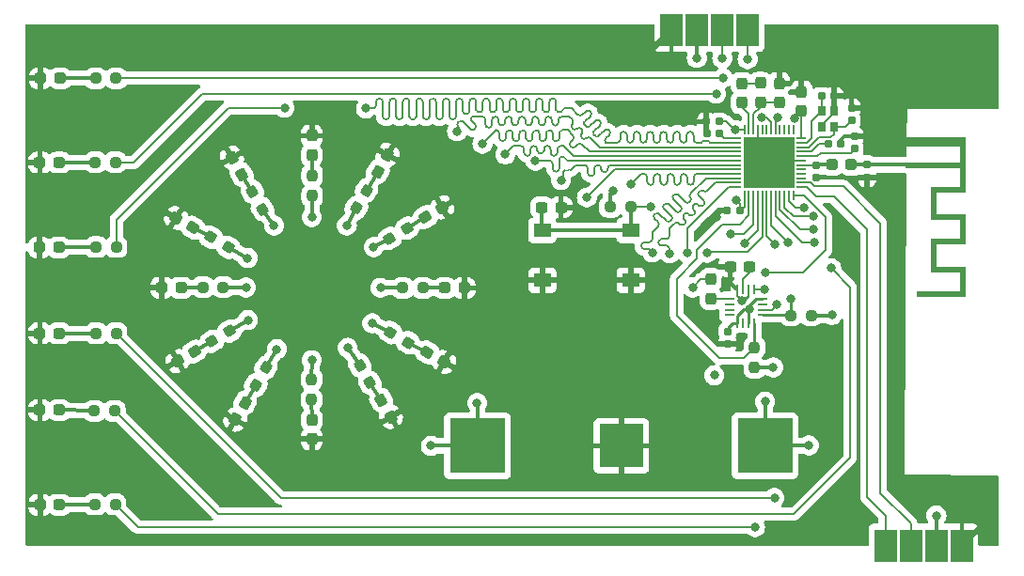
<source format=gbr>
%TF.GenerationSoftware,KiCad,Pcbnew,7.0.6*%
%TF.CreationDate,2024-06-09T16:50:33+02:00*%
%TF.ProjectId,nRF52832_visitcard,6e524635-3238-4333-925f-766973697463,v0.1*%
%TF.SameCoordinates,Original*%
%TF.FileFunction,Copper,L1,Top*%
%TF.FilePolarity,Positive*%
%FSLAX46Y46*%
G04 Gerber Fmt 4.6, Leading zero omitted, Abs format (unit mm)*
G04 Created by KiCad (PCBNEW 7.0.6) date 2024-06-09 16:50:33*
%MOMM*%
%LPD*%
G01*
G04 APERTURE LIST*
G04 Aperture macros list*
%AMRoundRect*
0 Rectangle with rounded corners*
0 $1 Rounding radius*
0 $2 $3 $4 $5 $6 $7 $8 $9 X,Y pos of 4 corners*
0 Add a 4 corners polygon primitive as box body*
4,1,4,$2,$3,$4,$5,$6,$7,$8,$9,$2,$3,0*
0 Add four circle primitives for the rounded corners*
1,1,$1+$1,$2,$3*
1,1,$1+$1,$4,$5*
1,1,$1+$1,$6,$7*
1,1,$1+$1,$8,$9*
0 Add four rect primitives between the rounded corners*
20,1,$1+$1,$2,$3,$4,$5,0*
20,1,$1+$1,$4,$5,$6,$7,0*
20,1,$1+$1,$6,$7,$8,$9,0*
20,1,$1+$1,$8,$9,$2,$3,0*%
G04 Aperture macros list end*
%TA.AperFunction,SMDPad,CuDef*%
%ADD10RoundRect,0.237500X-0.250000X-0.237500X0.250000X-0.237500X0.250000X0.237500X-0.250000X0.237500X0*%
%TD*%
%TA.AperFunction,SMDPad,CuDef*%
%ADD11RoundRect,0.237500X-0.237500X0.250000X-0.237500X-0.250000X0.237500X-0.250000X0.237500X0.250000X0*%
%TD*%
%TA.AperFunction,SMDPad,CuDef*%
%ADD12RoundRect,0.237500X0.237500X-0.250000X0.237500X0.250000X-0.237500X0.250000X-0.237500X-0.250000X0*%
%TD*%
%TA.AperFunction,SMDPad,CuDef*%
%ADD13RoundRect,0.155000X-0.155000X0.212500X-0.155000X-0.212500X0.155000X-0.212500X0.155000X0.212500X0*%
%TD*%
%TA.AperFunction,SMDPad,CuDef*%
%ADD14RoundRect,0.050000X-0.350000X-0.050000X0.350000X-0.050000X0.350000X0.050000X-0.350000X0.050000X0*%
%TD*%
%TA.AperFunction,SMDPad,CuDef*%
%ADD15RoundRect,0.050000X-0.050000X-0.350000X0.050000X-0.350000X0.050000X0.350000X-0.050000X0.350000X0*%
%TD*%
%TA.AperFunction,SMDPad,CuDef*%
%ADD16R,4.600000X4.600000*%
%TD*%
%TA.AperFunction,SMDPad,CuDef*%
%ADD17RoundRect,0.237500X-0.130232X-0.349431X0.367732X-0.061931X0.130232X0.349431X-0.367732X0.061931X0*%
%TD*%
%TA.AperFunction,SMDPad,CuDef*%
%ADD18RoundRect,0.237500X0.250000X0.237500X-0.250000X0.237500X-0.250000X-0.237500X0.250000X-0.237500X0*%
%TD*%
%TA.AperFunction,SMDPad,CuDef*%
%ADD19RoundRect,0.237500X-0.287500X-0.237500X0.287500X-0.237500X0.287500X0.237500X-0.287500X0.237500X0*%
%TD*%
%TA.AperFunction,SMDPad,CuDef*%
%ADD20RoundRect,0.237500X0.237500X-0.300000X0.237500X0.300000X-0.237500X0.300000X-0.237500X-0.300000X0*%
%TD*%
%TA.AperFunction,SMDPad,CuDef*%
%ADD21RoundRect,0.237500X-0.330681X0.097756X-0.080681X-0.335256X0.330681X-0.097756X0.080681X0.335256X0*%
%TD*%
%TA.AperFunction,SMDPad,CuDef*%
%ADD22RoundRect,0.155000X0.155000X-0.212500X0.155000X0.212500X-0.155000X0.212500X-0.155000X-0.212500X0*%
%TD*%
%TA.AperFunction,SMDPad,CuDef*%
%ADD23RoundRect,0.237500X-0.237500X0.287500X-0.237500X-0.287500X0.237500X-0.287500X0.237500X0.287500X0*%
%TD*%
%TA.AperFunction,SMDPad,CuDef*%
%ADD24RoundRect,0.237500X0.237500X-0.287500X0.237500X0.287500X-0.237500X0.287500X-0.237500X-0.287500X0*%
%TD*%
%TA.AperFunction,SMDPad,CuDef*%
%ADD25RoundRect,0.237500X0.349431X-0.130232X0.061931X0.367732X-0.349431X0.130232X-0.061931X-0.367732X0*%
%TD*%
%TA.AperFunction,SMDPad,CuDef*%
%ADD26RoundRect,0.237500X0.287500X0.237500X-0.287500X0.237500X-0.287500X-0.237500X0.287500X-0.237500X0*%
%TD*%
%TA.AperFunction,SMDPad,CuDef*%
%ADD27RoundRect,0.237500X-0.335256X-0.080681X0.097756X-0.330681X0.335256X0.080681X-0.097756X0.330681X0*%
%TD*%
%TA.AperFunction,SMDPad,CuDef*%
%ADD28RoundRect,0.237500X-0.237500X0.300000X-0.237500X-0.300000X0.237500X-0.300000X0.237500X0.300000X0*%
%TD*%
%TA.AperFunction,SMDPad,CuDef*%
%ADD29R,0.800000X0.900000*%
%TD*%
%TA.AperFunction,SMDPad,CuDef*%
%ADD30RoundRect,0.237500X0.335256X0.080681X-0.097756X0.330681X-0.335256X-0.080681X0.097756X-0.330681X0*%
%TD*%
%TA.AperFunction,ConnectorPad*%
%ADD31R,2.000000X3.000000*%
%TD*%
%TA.AperFunction,SMDPad,CuDef*%
%ADD32RoundRect,0.155000X0.212500X0.155000X-0.212500X0.155000X-0.212500X-0.155000X0.212500X-0.155000X0*%
%TD*%
%TA.AperFunction,ConnectorPad*%
%ADD33R,0.500000X0.500000*%
%TD*%
%TA.AperFunction,ComponentPad*%
%ADD34R,0.500000X0.900000*%
%TD*%
%TA.AperFunction,SMDPad,CuDef*%
%ADD35RoundRect,0.237500X0.367732X0.061931X-0.130232X0.349431X-0.367732X-0.061931X0.130232X-0.349431X0*%
%TD*%
%TA.AperFunction,SMDPad,CuDef*%
%ADD36RoundRect,0.237500X0.300000X0.237500X-0.300000X0.237500X-0.300000X-0.237500X0.300000X-0.237500X0*%
%TD*%
%TA.AperFunction,ConnectorPad*%
%ADD37R,0.250000X0.825000*%
%TD*%
%TA.AperFunction,ConnectorPad*%
%ADD38R,0.825000X0.250000*%
%TD*%
%TA.AperFunction,SMDPad,CuDef*%
%ADD39RoundRect,0.237500X0.061931X-0.367732X0.349431X0.130232X-0.061931X0.367732X-0.349431X-0.130232X0*%
%TD*%
%TA.AperFunction,SMDPad,CuDef*%
%ADD40RoundRect,0.237500X-0.080681X0.335256X-0.330681X-0.097756X0.080681X-0.335256X0.330681X0.097756X0*%
%TD*%
%TA.AperFunction,SMDPad,CuDef*%
%ADD41RoundRect,0.237500X-0.367732X-0.061931X0.130232X-0.349431X0.367732X0.061931X-0.130232X0.349431X0*%
%TD*%
%TA.AperFunction,SMDPad,CuDef*%
%ADD42RoundRect,0.155000X-0.212500X-0.155000X0.212500X-0.155000X0.212500X0.155000X-0.212500X0.155000X0*%
%TD*%
%TA.AperFunction,SMDPad,CuDef*%
%ADD43RoundRect,0.237500X-0.061931X0.367732X-0.349431X-0.130232X0.061931X-0.367732X0.349431X0.130232X0*%
%TD*%
%TA.AperFunction,SMDPad,CuDef*%
%ADD44RoundRect,0.237500X-0.300000X-0.237500X0.300000X-0.237500X0.300000X0.237500X-0.300000X0.237500X0*%
%TD*%
%TA.AperFunction,SMDPad,CuDef*%
%ADD45RoundRect,0.237500X0.097756X0.330681X-0.335256X0.080681X-0.097756X-0.330681X0.335256X-0.080681X0*%
%TD*%
%TA.AperFunction,SMDPad,CuDef*%
%ADD46RoundRect,0.237500X-0.349431X0.130232X-0.061931X-0.367732X0.349431X-0.130232X0.061931X0.367732X0*%
%TD*%
%TA.AperFunction,SMDPad,CuDef*%
%ADD47RoundRect,0.237500X0.130232X0.349431X-0.367732X0.061931X-0.130232X-0.349431X0.367732X-0.061931X0*%
%TD*%
%TA.AperFunction,SMDPad,CuDef*%
%ADD48R,5.000000X5.000000*%
%TD*%
%TA.AperFunction,SMDPad,CuDef*%
%ADD49R,4.000000X4.000000*%
%TD*%
%TA.AperFunction,SMDPad,CuDef*%
%ADD50RoundRect,0.237500X-0.097756X-0.330681X0.335256X-0.080681X0.097756X0.330681X-0.335256X0.080681X0*%
%TD*%
%TA.AperFunction,SMDPad,CuDef*%
%ADD51R,1.550000X1.300000*%
%TD*%
%TA.AperFunction,SMDPad,CuDef*%
%ADD52RoundRect,0.237500X0.080681X-0.335256X0.330681X0.097756X-0.080681X0.335256X-0.330681X-0.097756X0*%
%TD*%
%TA.AperFunction,SMDPad,CuDef*%
%ADD53RoundRect,0.237500X0.330681X-0.097756X0.080681X0.335256X-0.330681X0.097756X-0.080681X-0.335256X0*%
%TD*%
%TA.AperFunction,ViaPad*%
%ADD54C,0.800000*%
%TD*%
%TA.AperFunction,Conductor*%
%ADD55C,0.369300*%
%TD*%
%TA.AperFunction,Conductor*%
%ADD56C,0.200000*%
%TD*%
%TA.AperFunction,Conductor*%
%ADD57C,0.250000*%
%TD*%
%TA.AperFunction,Conductor*%
%ADD58C,0.150000*%
%TD*%
G04 APERTURE END LIST*
%TA.AperFunction,EtchedComponent*%
%TO.C, *%
G36*
X181095215Y-91426600D02*
G01*
X186252000Y-91426600D01*
X186252000Y-96426600D01*
X183612000Y-96426600D01*
X183612000Y-98426600D01*
X186252000Y-98426600D01*
X186252000Y-101126600D01*
X183612000Y-101126600D01*
X183612000Y-103126600D01*
X186252000Y-103126600D01*
X186252000Y-105826600D01*
X181812000Y-105826600D01*
X181812000Y-105326600D01*
X185752000Y-105326600D01*
X185752000Y-103626600D01*
X183112000Y-103626600D01*
X183112000Y-100626600D01*
X185752000Y-100626600D01*
X185752000Y-98926600D01*
X183112000Y-98926600D01*
X183112000Y-95926600D01*
X185752000Y-95926600D01*
X185752000Y-94226600D01*
X180852000Y-94226600D01*
X180852000Y-93726600D01*
X185752000Y-93726600D01*
X185752000Y-92326600D01*
X180852000Y-92326600D01*
X180852000Y-91851444D01*
X180955957Y-91851444D01*
X180956700Y-91899963D01*
X180969600Y-91945478D01*
X180980213Y-91964089D01*
X181015447Y-91997732D01*
X181060632Y-92018291D01*
X181110158Y-92024822D01*
X181158417Y-92016382D01*
X181190643Y-91999488D01*
X181223313Y-91964228D01*
X181243408Y-91918918D01*
X181249982Y-91869333D01*
X181242092Y-91821247D01*
X181225186Y-91788355D01*
X181188416Y-91753415D01*
X181143622Y-91733753D01*
X181095215Y-91729017D01*
X181047605Y-91738858D01*
X181005203Y-91762926D01*
X180972419Y-91800869D01*
X180968065Y-91808781D01*
X180955957Y-91851444D01*
X180852000Y-91851444D01*
X180852000Y-91426600D01*
X181095215Y-91426600D01*
G37*
%TD.AperFunction*%
%TD*%
D10*
%TO.P,R2,1*%
%TO.N,/SDA*%
X170512100Y-107518200D03*
%TO.P,R2,2*%
%TO.N,VDD*%
X172337100Y-107518200D03*
%TD*%
D11*
%TO.P,R15,1*%
%TO.N,/D7*%
X127355600Y-113285900D03*
%TO.P,R15,2*%
%TO.N,Net-(D7-A)*%
X127355600Y-115110900D03*
%TD*%
D12*
%TO.P,R14,1*%
%TO.N,/D1*%
X127406400Y-96746700D03*
%TO.P,R14,2*%
%TO.N,Net-(D1-A)*%
X127406400Y-94921700D03*
%TD*%
D13*
%TO.P,C15,1*%
%TO.N,/ANT*%
X177393600Y-93962600D03*
%TO.P,C15,2*%
%TO.N,GND*%
X177393600Y-95097600D03*
%TD*%
D14*
%TO.P,U1,1,DEC1*%
%TO.N,Net-(U1-DEC1)*%
X165579000Y-91570800D03*
%TO.P,U1,2,P0.00/XL1*%
%TO.N,/D1*%
X165579000Y-91970800D03*
%TO.P,U1,3,P0.01/XL2*%
%TO.N,/D2*%
X165579000Y-92370800D03*
%TO.P,U1,4,P0.02/AIN0*%
%TO.N,/D3*%
X165579000Y-92770800D03*
%TO.P,U1,5,P0.03/AIN1*%
%TO.N,/D4*%
X165579000Y-93170800D03*
%TO.P,U1,6,P0.04/AIN2*%
%TO.N,/D5*%
X165579000Y-93570800D03*
%TO.P,U1,7,P0.05/AIN3*%
%TO.N,/D6*%
X165579000Y-93970800D03*
%TO.P,U1,8,P0.06*%
%TO.N,/D7*%
X165579000Y-94370800D03*
%TO.P,U1,9,P0.07*%
%TO.N,/D8*%
X165579000Y-94770800D03*
%TO.P,U1,10,P0.08*%
%TO.N,/D9*%
X165579000Y-95170800D03*
%TO.P,U1,11,P0.09*%
%TO.N,/D10*%
X165579000Y-95570800D03*
%TO.P,U1,12,P0.10*%
%TO.N,/D11*%
X165579000Y-95970800D03*
D15*
%TO.P,U1,13,VDD*%
%TO.N,VDD*%
X166329000Y-96720800D03*
%TO.P,U1,14,P0.11*%
%TO.N,/SCL*%
X166729000Y-96720800D03*
%TO.P,U1,15,P0.12*%
%TO.N,/SDA*%
X167129000Y-96720800D03*
%TO.P,U1,16,P0.13*%
%TO.N,/DRDY*%
X167529000Y-96720800D03*
%TO.P,U1,17,P0.14*%
%TO.N,/D12*%
X167929000Y-96720800D03*
%TO.P,U1,18,P0.15*%
%TO.N,/DRSSI1*%
X168329000Y-96720800D03*
%TO.P,U1,19,P0.16*%
%TO.N,/DRSSI2*%
X168729000Y-96720800D03*
%TO.P,U1,20,P0.17*%
%TO.N,/DRSSI3*%
X169129000Y-96720800D03*
%TO.P,U1,21,P0.18*%
%TO.N,/DRSSI4*%
X169529000Y-96720800D03*
%TO.P,U1,22,P0.19*%
%TO.N,/DRSSI5*%
X169929000Y-96720800D03*
%TO.P,U1,23,P0.20*%
%TO.N,/DRSSI6*%
X170329000Y-96720800D03*
%TO.P,U1,24,P0.21/RESET*%
%TO.N,/PB*%
X170729000Y-96720800D03*
D14*
%TO.P,U1,25,SWDCLK*%
%TO.N,/SWDCLK*%
X171479000Y-95970800D03*
%TO.P,U1,26,SWDIO*%
%TO.N,/SWDIO*%
X171479000Y-95570800D03*
%TO.P,U1,27,P0.22*%
%TO.N,unconnected-(U1-P0.22-Pad27)*%
X171479000Y-95170800D03*
%TO.P,U1,28,P0.23*%
%TO.N,unconnected-(U1-P0.23-Pad28)*%
X171479000Y-94770800D03*
%TO.P,U1,29,P0.24*%
%TO.N,unconnected-(U1-P0.24-Pad29)*%
X171479000Y-94370800D03*
%TO.P,U1,30,ANT*%
%TO.N,/ANT_IC*%
X171479000Y-93970800D03*
%TO.P,U1,31,VSS*%
%TO.N,GND*%
X171479000Y-93570800D03*
%TO.P,U1,32,DEC2*%
%TO.N,Net-(U1-DEC2)*%
X171479000Y-93170800D03*
%TO.P,U1,33,DEC3*%
%TO.N,Net-(U1-DEC3)*%
X171479000Y-92770800D03*
%TO.P,U1,34,XC1*%
%TO.N,/HC1*%
X171479000Y-92370800D03*
%TO.P,U1,35,XC2*%
%TO.N,/XC2*%
X171479000Y-91970800D03*
%TO.P,U1,36,VDD*%
%TO.N,VDD*%
X171479000Y-91570800D03*
D15*
%TO.P,U1,37,P0.25*%
%TO.N,unconnected-(U1-P0.25-Pad37)*%
X170729000Y-90820800D03*
%TO.P,U1,38,P0.26*%
%TO.N,unconnected-(U1-P0.26-Pad38)*%
X170329000Y-90820800D03*
%TO.P,U1,39,P0.27*%
%TO.N,unconnected-(U1-P0.27-Pad39)*%
X169929000Y-90820800D03*
%TO.P,U1,40,P0.28/AIN4*%
%TO.N,unconnected-(U1-P0.28{slash}AIN4-Pad40)*%
X169529000Y-90820800D03*
%TO.P,U1,41,P0.29/AIN5*%
%TO.N,/TX*%
X169129000Y-90820800D03*
%TO.P,U1,42,P0.30/AIN6*%
%TO.N,/RX*%
X168729000Y-90820800D03*
%TO.P,U1,43,P0.31/AIN7*%
%TO.N,unconnected-(U1-P0.31{slash}AIN7-Pad43)*%
X168329000Y-90820800D03*
%TO.P,U1,44,N.C.*%
%TO.N,unconnected-(U1-N.C.-Pad44)*%
X167929000Y-90820800D03*
%TO.P,U1,45,VSS*%
%TO.N,GND*%
X167529000Y-90820800D03*
%TO.P,U1,46,DEC4*%
%TO.N,/DEC4*%
X167129000Y-90820800D03*
%TO.P,U1,47,DCC*%
%TO.N,/DCC*%
X166729000Y-90820800D03*
%TO.P,U1,48,VDD*%
%TO.N,VDD*%
X166329000Y-90820800D03*
D16*
%TO.P,U1,49,Exposed_die*%
%TO.N,GND*%
X168529000Y-93770800D03*
%TD*%
D17*
%TO.P,D9,1,K*%
%TO.N,GND*%
X115299056Y-111644400D03*
%TO.P,D9,2,A*%
%TO.N,Net-(D9-A)*%
X116814600Y-110769400D03*
%TD*%
D18*
%TO.P,R5,1*%
%TO.N,/DRSSI3*%
X109775000Y-109143800D03*
%TO.P,R5,2*%
%TO.N,Net-(D16-A)*%
X107950000Y-109143800D03*
%TD*%
D19*
%TO.P,D16,1,K*%
%TO.N,GND*%
X102898000Y-109143800D03*
%TO.P,D16,2,A*%
%TO.N,Net-(D16-A)*%
X104648000Y-109143800D03*
%TD*%
D10*
%TO.P,R21,1*%
%TO.N,VDD*%
X154256100Y-97739200D03*
%TO.P,R21,2*%
%TO.N,/PB*%
X156081100Y-97739200D03*
%TD*%
D20*
%TO.P,C2,1*%
%TO.N,VDD*%
X171475400Y-89102100D03*
%TO.P,C2,2*%
%TO.N,GND*%
X171475400Y-87377100D03*
%TD*%
D21*
%TO.P,R17,1*%
%TO.N,/D6*%
X131699000Y-112014000D03*
%TO.P,R17,2*%
%TO.N,Net-(D6-A)*%
X132611500Y-113594496D03*
%TD*%
D19*
%TO.P,D17,1,K*%
%TO.N,GND*%
X102898000Y-116052600D03*
%TO.P,D17,2,A*%
%TO.N,Net-(D17-A)*%
X104648000Y-116052600D03*
%TD*%
D22*
%TO.P,C6,1*%
%TO.N,/HC1*%
X175971200Y-89975500D03*
%TO.P,C6,2*%
%TO.N,GND*%
X175971200Y-88840500D03*
%TD*%
D19*
%TO.P,D14,1,K*%
%TO.N,GND*%
X102898000Y-93751400D03*
%TO.P,D14,2,A*%
%TO.N,Net-(D14-A)*%
X104648000Y-93751400D03*
%TD*%
D23*
%TO.P,D1,1,K*%
%TO.N,GND*%
X127381000Y-91341000D03*
%TO.P,D1,2,A*%
%TO.N,Net-(D1-A)*%
X127381000Y-93091000D03*
%TD*%
D24*
%TO.P,L2,1,1*%
%TO.N,/DEC4*%
X167767000Y-88350000D03*
%TO.P,L2,2,2*%
%TO.N,/DCC_MID*%
X167767000Y-86600000D03*
%TD*%
D20*
%TO.P,C3,1*%
%TO.N,/DEC4*%
X169468800Y-88339000D03*
%TO.P,C3,2*%
%TO.N,GND*%
X169468800Y-86614000D03*
%TD*%
D25*
%TO.P,D6,1,K*%
%TO.N,GND*%
X134498700Y-116657972D03*
%TO.P,D6,2,A*%
%TO.N,Net-(D6-A)*%
X133623700Y-115142428D03*
%TD*%
D26*
%TO.P,D4,1,K*%
%TO.N,GND*%
X141094400Y-105054400D03*
%TO.P,D4,2,A*%
%TO.N,Net-(D4-A)*%
X139344400Y-105054400D03*
%TD*%
D27*
%TO.P,R19,1*%
%TO.N,/D5*%
X134467600Y-109067600D03*
%TO.P,R19,2*%
%TO.N,Net-(D5-A)*%
X136048096Y-109980100D03*
%TD*%
D13*
%TO.P,C11,1*%
%TO.N,VDD*%
X164795200Y-108966000D03*
%TO.P,C11,2*%
%TO.N,GND*%
X164795200Y-110101000D03*
%TD*%
D28*
%TO.P,C9,1*%
%TO.N,/SETC*%
X163296600Y-104293500D03*
%TO.P,C9,2*%
%TO.N,/SETP*%
X163296600Y-106018500D03*
%TD*%
D19*
%TO.P,L3,1,1*%
%TO.N,/ANT_IC*%
X174210800Y-93958400D03*
%TO.P,L3,2,2*%
%TO.N,/ANT*%
X175960800Y-93958400D03*
%TD*%
%TO.P,D15,1,K*%
%TO.N,GND*%
X102847200Y-101396800D03*
%TO.P,D15,2,A*%
%TO.N,Net-(D15-A)*%
X104597200Y-101396800D03*
%TD*%
D29*
%TO.P,Y1,1,1*%
%TO.N,/HC1*%
X174387600Y-90539800D03*
%TO.P,Y1,2,2*%
%TO.N,GND*%
X174387600Y-89139800D03*
%TO.P,Y1,3,3*%
%TO.N,/XC2*%
X173287600Y-89139800D03*
%TO.P,Y1,4,4*%
%TO.N,GND*%
X173287600Y-90539800D03*
%TD*%
D30*
%TO.P,R10,1*%
%TO.N,/D11*%
X119865448Y-101395850D03*
%TO.P,R10,2*%
%TO.N,Net-(D11-A)*%
X118284952Y-100483350D03*
%TD*%
D31*
%TO.P,Programming,1,Pin_1*%
%TO.N,GND*%
X185877200Y-128270000D03*
%TO.P,Programming,2,Pin_2*%
%TO.N,VDD*%
X183591200Y-128270000D03*
%TO.P,Programming,3,Pin_3*%
%TO.N,/SWDIO*%
X181305200Y-128270000D03*
%TO.P,Programming,4,Pin_4*%
%TO.N,/SWDCLK*%
X179019200Y-128270000D03*
%TD*%
D32*
%TO.P,C4,1*%
%TO.N,VDD*%
X165896100Y-98044000D03*
%TO.P,C4,2*%
%TO.N,GND*%
X164761100Y-98044000D03*
%TD*%
D33*
%TO.P, ,1*%
%TO.N,/ANT*%
X181102000Y-93976600D03*
D34*
%TO.P, ,2*%
%TO.N,GND*%
X181102000Y-91876600D03*
%TD*%
D18*
%TO.P,R4,1*%
%TO.N,/DRSSI2*%
X109622600Y-116128800D03*
%TO.P,R4,2*%
%TO.N,Net-(D17-A)*%
X107797600Y-116128800D03*
%TD*%
D35*
%TO.P,D5,1,K*%
%TO.N,GND*%
X139285144Y-111720600D03*
%TO.P,D5,2,A*%
%TO.N,Net-(D5-A)*%
X137769600Y-110845600D03*
%TD*%
D36*
%TO.P,C10,1*%
%TO.N,Net-(U2-C1)*%
X166775300Y-103124000D03*
%TO.P,C10,2*%
%TO.N,GND*%
X165050300Y-103124000D03*
%TD*%
D19*
%TO.P,D18,1,K*%
%TO.N,GND*%
X102909400Y-124587000D03*
%TO.P,D18,2,A*%
%TO.N,Net-(D18-A)*%
X104659400Y-124587000D03*
%TD*%
D32*
%TO.P,C14,1*%
%TO.N,GND*%
X174998000Y-92100400D03*
%TO.P,C14,2*%
%TO.N,Net-(U1-DEC3)*%
X173863000Y-92100400D03*
%TD*%
D37*
%TO.P,U2,1,SCL*%
%TO.N,/SCL*%
X167221600Y-108206200D03*
%TO.P,U2,2,VDD*%
%TO.N,VDD*%
X166721600Y-108206200D03*
%TO.P,U2,3,NC*%
%TO.N,unconnected-(U2-NC-Pad3)*%
X166221600Y-108206200D03*
%TO.P,U2,4,S1*%
%TO.N,VDD*%
X165721600Y-108206200D03*
D38*
%TO.P,U2,5,NC*%
%TO.N,unconnected-(U2-NC-Pad5)*%
X164971600Y-107506200D03*
%TO.P,U2,6,NC*%
%TO.N,unconnected-(U2-NC-Pad6)*%
X164971600Y-107006200D03*
%TO.P,U2,7,NC*%
%TO.N,unconnected-(U2-NC-Pad7)*%
X164971600Y-106506200D03*
%TO.P,U2,8,SETP*%
%TO.N,/SETP*%
X164971600Y-106006200D03*
D37*
%TO.P,U2,9,GND*%
%TO.N,GND*%
X165721600Y-105206200D03*
%TO.P,U2,10,C1*%
%TO.N,Net-(U2-C1)*%
X166221600Y-105206200D03*
%TO.P,U2,11,GND*%
%TO.N,GND*%
X166721600Y-105206200D03*
%TO.P,U2,12,SETC*%
%TO.N,/SETC*%
X167221600Y-105206200D03*
D38*
%TO.P,U2,13,VDDIO*%
%TO.N,VDD*%
X167971600Y-106006200D03*
%TO.P,U2,14,NC*%
%TO.N,unconnected-(U2-NC-Pad14)*%
X167971600Y-106506200D03*
%TO.P,U2,15,DRDY*%
%TO.N,/DRDY*%
X167971600Y-107006200D03*
%TO.P,U2,16,SDA*%
%TO.N,/SDA*%
X167971600Y-107506200D03*
%TD*%
D19*
%TO.P,D13,1,K*%
%TO.N,GND*%
X102960200Y-86156800D03*
%TO.P,D13,2,A*%
%TO.N,Net-(D13-A)*%
X104710200Y-86156800D03*
%TD*%
D24*
%TO.P,D7,1,K*%
%TO.N,GND*%
X127381000Y-118666200D03*
%TO.P,D7,2,A*%
%TO.N,Net-(D7-A)*%
X127381000Y-116916200D03*
%TD*%
D18*
%TO.P,R3,1*%
%TO.N,/DRSSI1*%
X109675300Y-124561600D03*
%TO.P,R3,2*%
%TO.N,Net-(D18-A)*%
X107850300Y-124561600D03*
%TD*%
D39*
%TO.P,D8,1,K*%
%TO.N,GND*%
X120486200Y-116907744D03*
%TO.P,D8,2,A*%
%TO.N,Net-(D8-A)*%
X121361200Y-115392200D03*
%TD*%
D40*
%TO.P,R13,1*%
%TO.N,/D8*%
X123239850Y-112239752D03*
%TO.P,R13,2*%
%TO.N,Net-(D8-A)*%
X122327350Y-113820248D03*
%TD*%
D13*
%TO.P,C13,1*%
%TO.N,GND*%
X176250600Y-91389200D03*
%TO.P,C13,2*%
%TO.N,Net-(U1-DEC2)*%
X176250600Y-92524200D03*
%TD*%
D32*
%TO.P,C8,1*%
%TO.N,VDD*%
X164050600Y-90068400D03*
%TO.P,C8,2*%
%TO.N,GND*%
X162915600Y-90068400D03*
%TD*%
D18*
%TO.P,R6,1*%
%TO.N,/DRSSI4*%
X109775000Y-101371400D03*
%TO.P,R6,2*%
%TO.N,Net-(D15-A)*%
X107950000Y-101371400D03*
%TD*%
%TO.P,R7,1*%
%TO.N,/DRSSI5*%
X109698800Y-93726000D03*
%TO.P,R7,2*%
%TO.N,Net-(D14-A)*%
X107873800Y-93726000D03*
%TD*%
D41*
%TO.P,D11,1,K*%
%TO.N,GND*%
X115167828Y-98749500D03*
%TO.P,D11,2,A*%
%TO.N,Net-(D11-A)*%
X116683372Y-99624500D03*
%TD*%
D42*
%TO.P,C5,1*%
%TO.N,/XC2*%
X173270100Y-87757000D03*
%TO.P,C5,2*%
%TO.N,GND*%
X174405100Y-87757000D03*
%TD*%
D43*
%TO.P,D2,1,K*%
%TO.N,GND*%
X134191050Y-93066980D03*
%TO.P,D2,2,A*%
%TO.N,Net-(D2-A)*%
X133316050Y-94582524D03*
%TD*%
D10*
%TO.P,R20,1*%
%TO.N,/D4*%
X135559800Y-105054400D03*
%TO.P,R20,2*%
%TO.N,Net-(D4-A)*%
X137384800Y-105054400D03*
%TD*%
D44*
%TO.P,C12,1*%
%TO.N,/PB*%
X148083100Y-97790000D03*
%TO.P,C12,2*%
%TO.N,GND*%
X149808100Y-97790000D03*
%TD*%
D45*
%TO.P,R11,1*%
%TO.N,/D9*%
X119967048Y-108941550D03*
%TO.P,R11,2*%
%TO.N,Net-(D9-A)*%
X118386552Y-109854050D03*
%TD*%
D46*
%TO.P,D12,1,K*%
%TO.N,GND*%
X120192800Y-93319600D03*
%TO.P,D12,2,A*%
%TO.N,Net-(D12-A)*%
X121067800Y-94835144D03*
%TD*%
D19*
%TO.P,D10,1,K*%
%TO.N,GND*%
X113856800Y-105029000D03*
%TO.P,D10,2,A*%
%TO.N,Net-(D10-A)*%
X115606800Y-105029000D03*
%TD*%
D31*
%TO.P,UART,1,Pin_1*%
%TO.N,GND*%
X159766000Y-81788000D03*
%TO.P,UART,2,Pin_2*%
%TO.N,VDD*%
X162052000Y-81788000D03*
%TO.P,UART,3,Pin_3*%
%TO.N,/RX*%
X164338000Y-81788000D03*
%TO.P,UART,4,Pin_4*%
%TO.N,/TX*%
X166624000Y-81788000D03*
%TD*%
D47*
%TO.P,D3,1,K*%
%TO.N,GND*%
X139118648Y-97790950D03*
%TO.P,D3,2,A*%
%TO.N,Net-(D3-A)*%
X137603104Y-98665950D03*
%TD*%
D32*
%TO.P,C1,1*%
%TO.N,Net-(U1-DEC1)*%
X164067300Y-91135200D03*
%TO.P,C1,2*%
%TO.N,GND*%
X162932300Y-91135200D03*
%TD*%
D48*
%TO.P,BT1,1,+*%
%TO.N,VDD*%
X168194800Y-119278400D03*
X142294800Y-119278400D03*
D49*
%TO.P,BT1,2,-*%
%TO.N,GND*%
X155244800Y-119278400D03*
%TD*%
D50*
%TO.P,R18,1*%
%TO.N,/D3*%
X134388552Y-100583050D03*
%TO.P,R18,2*%
%TO.N,Net-(D3-A)*%
X135969048Y-99670550D03*
%TD*%
D51*
%TO.P,SW1,1,1*%
%TO.N,/PB*%
X148145600Y-99858000D03*
X156095600Y-99858000D03*
%TO.P,SW1,2,2*%
%TO.N,GND*%
X148145600Y-104358000D03*
X156095600Y-104358000D03*
%TD*%
D11*
%TO.P,R1,1*%
%TO.N,/SCL*%
X167233600Y-110417600D03*
%TO.P,R1,2*%
%TO.N,VDD*%
X167233600Y-112242600D03*
%TD*%
D18*
%TO.P,R9,1*%
%TO.N,/D10*%
X119403500Y-104978200D03*
%TO.P,R9,2*%
%TO.N,Net-(D10-A)*%
X117578500Y-104978200D03*
%TD*%
D52*
%TO.P,R16,1*%
%TO.N,/D2*%
X131394200Y-97840800D03*
%TO.P,R16,2*%
%TO.N,Net-(D2-A)*%
X132306700Y-96260304D03*
%TD*%
D18*
%TO.P,R8,1*%
%TO.N,/DRSSI6*%
X109753400Y-86156800D03*
%TO.P,R8,2*%
%TO.N,Net-(D13-A)*%
X107928400Y-86156800D03*
%TD*%
D13*
%TO.P,C7,1*%
%TO.N,/ANT_IC*%
X172799800Y-93975100D03*
%TO.P,C7,2*%
%TO.N,GND*%
X172799800Y-95110100D03*
%TD*%
D23*
%TO.P,L1,1,1*%
%TO.N,/DCC_MID*%
X166090600Y-86614000D03*
%TO.P,L1,2,2*%
%TO.N,/DCC*%
X166090600Y-88364000D03*
%TD*%
D53*
%TO.P,R12,1*%
%TO.N,/D12*%
X122934100Y-97948096D03*
%TO.P,R12,2*%
%TO.N,Net-(D12-A)*%
X122021600Y-96367600D03*
%TD*%
D54*
%TO.N,VDD*%
X165531800Y-90820800D03*
X183616600Y-125552200D03*
X165633400Y-97129600D03*
X168935400Y-112217200D03*
X162052000Y-84328000D03*
X172135800Y-119227600D03*
X166744278Y-106996194D03*
X170865800Y-89763600D03*
X138099800Y-119278400D03*
X154533600Y-96266000D03*
X142265400Y-115417600D03*
X174193200Y-107492800D03*
X168198800Y-115290600D03*
%TO.N,GND*%
X187960000Y-123190000D03*
X165887400Y-110109000D03*
X109220000Y-90170000D03*
X166116000Y-106218202D03*
X137160000Y-83820000D03*
X179832000Y-109220000D03*
X168910000Y-93980000D03*
X123190000Y-120650000D03*
X109220000Y-105410000D03*
X139700000Y-83820000D03*
X167640000Y-92710000D03*
X179832000Y-97790000D03*
X114300000Y-83820000D03*
X171450000Y-127000000D03*
X179832000Y-105410000D03*
X179832000Y-116840000D03*
X179832000Y-101600000D03*
X164820600Y-104495600D03*
X116840000Y-95250000D03*
X152400000Y-83820000D03*
X179832000Y-113030000D03*
X179832000Y-104140000D03*
X179832000Y-95250000D03*
X179832000Y-87630000D03*
X179832000Y-114300000D03*
X152400000Y-107950000D03*
X185420000Y-123190000D03*
X179832000Y-115570000D03*
X179832000Y-90170000D03*
X171475400Y-83693000D03*
X179832000Y-119380000D03*
X184150000Y-87630000D03*
X114300000Y-87630000D03*
X179832000Y-99060000D03*
X173990000Y-127000000D03*
X147320000Y-113030000D03*
X109220000Y-120650000D03*
X185928000Y-125476000D03*
X185420000Y-87630000D03*
X160020000Y-88900000D03*
X119380000Y-83820000D03*
X181356000Y-87630000D03*
X149860000Y-83820000D03*
X179832000Y-102870000D03*
X182880000Y-123190000D03*
X124460000Y-83820000D03*
X121920000Y-83820000D03*
X111760000Y-88900000D03*
X154940000Y-83820000D03*
X179832000Y-111760000D03*
X124460000Y-116840000D03*
X127000000Y-83820000D03*
X186690000Y-87630000D03*
X159766000Y-84328000D03*
X179832000Y-106680000D03*
X179832000Y-123190000D03*
X179832000Y-107950000D03*
X173990000Y-110490000D03*
X179832000Y-120650000D03*
X173990000Y-116840000D03*
X179705000Y-91897200D03*
X157480000Y-83820000D03*
X182880000Y-87630000D03*
X149860000Y-110490000D03*
X157480000Y-88900000D03*
X109220000Y-96520000D03*
X179832000Y-100330000D03*
X184150000Y-123190000D03*
X113030000Y-99060000D03*
X173990000Y-113030000D03*
X179832000Y-96520000D03*
X142240000Y-83820000D03*
X169468800Y-83515200D03*
X179832000Y-118110000D03*
X179832000Y-110490000D03*
X179832000Y-88900000D03*
X144780000Y-83820000D03*
X116840000Y-83820000D03*
X179832000Y-121920000D03*
X109220000Y-113030000D03*
X186690000Y-123190000D03*
X129540000Y-83820000D03*
X154940000Y-88900000D03*
X181356000Y-123190000D03*
X168910000Y-92710000D03*
X187960000Y-87630000D03*
X163779200Y-98653600D03*
X113030000Y-124460000D03*
X132080000Y-83820000D03*
X134620000Y-83820000D03*
X147320000Y-83820000D03*
%TO.N,/SETC*%
X168173400Y-105181400D03*
X161671000Y-105003600D03*
%TO.N,/PB*%
X168224200Y-103682800D03*
X157886400Y-97764600D03*
%TO.N,/SDA*%
X170512100Y-106045000D03*
X165100002Y-100203000D03*
%TO.N,/DRSSI1*%
X169066824Y-101097073D03*
X167284400Y-126619000D03*
%TO.N,/DRSSI2*%
X174142400Y-103276400D03*
X170256200Y-100914200D03*
%TO.N,/DRSSI3*%
X172643800Y-100965000D03*
X169037000Y-123977400D03*
%TO.N,/DRSSI4*%
X172567598Y-99796600D03*
X124917200Y-88823800D03*
%TO.N,/DRSSI5*%
X172564037Y-98608693D03*
X163779200Y-87553800D03*
%TO.N,/DRSSI6*%
X171699381Y-97830054D03*
X164388800Y-86131400D03*
%TO.N,/D10*%
X121462800Y-105003600D03*
X159588200Y-101930200D03*
%TO.N,/D11*%
X121589800Y-102362000D03*
X161163000Y-101879400D03*
%TO.N,/D9*%
X121615200Y-107950000D03*
X158038800Y-101854000D03*
%TO.N,/D12*%
X123977400Y-99441000D03*
X163626800Y-112928400D03*
X162966413Y-101879387D03*
%TO.N,/D8*%
X156108400Y-95732600D03*
X124231400Y-110566200D03*
%TO.N,/D1*%
X132257800Y-88874600D03*
X127381000Y-98653600D03*
%TO.N,/D7*%
X127381000Y-111556800D03*
X152146000Y-96901000D03*
%TO.N,/D2*%
X130529650Y-99438152D03*
X140462000Y-90932000D03*
%TO.N,/D6*%
X130606800Y-110439200D03*
X149809200Y-95326200D03*
%TO.N,/D3*%
X132943600Y-101371400D03*
X142748000Y-92049600D03*
%TO.N,/D5*%
X147497800Y-93573600D03*
X132816600Y-108229400D03*
%TO.N,/D4*%
X144805400Y-93014800D03*
X133553200Y-105029000D03*
%TO.N,/DRDY*%
X169214800Y-106578400D03*
X166319200Y-101066600D03*
%TO.N,/RX*%
X167868600Y-89662000D03*
X164338000Y-84353400D03*
%TO.N,/TX*%
X169316400Y-89712800D03*
X166624000Y-84429600D03*
%TD*%
D55*
%TO.N,/ANT*%
X175960800Y-93958400D02*
X177389400Y-93958400D01*
X177389400Y-93958400D02*
X177393600Y-93962600D01*
X177393600Y-93962600D02*
X181088000Y-93962600D01*
X181088000Y-93962600D02*
X181102000Y-93976600D01*
%TO.N,VDD*%
X167233600Y-112242600D02*
X168910000Y-112242600D01*
X172337100Y-107518200D02*
X174167800Y-107518200D01*
X172085000Y-119278400D02*
X172135800Y-119227600D01*
D56*
X171475400Y-91567200D02*
X171479000Y-91570800D01*
D57*
X165721600Y-108206200D02*
X165224800Y-108206200D01*
D55*
X154256100Y-96543500D02*
X154533600Y-96266000D01*
D56*
X165896100Y-97392300D02*
X165633400Y-97129600D01*
D57*
X165721600Y-108206200D02*
X165721600Y-107518700D01*
D56*
X164668200Y-90068400D02*
X165420600Y-90820800D01*
D57*
X164795200Y-108635800D02*
X164795200Y-108966000D01*
D56*
X165420600Y-90820800D02*
X165531800Y-90820800D01*
D55*
X142294800Y-119278400D02*
X142294800Y-115447000D01*
X142294800Y-115447000D02*
X142265400Y-115417600D01*
X154256100Y-97739200D02*
X154256100Y-96543500D01*
D56*
X171475400Y-89154000D02*
X170865800Y-89763600D01*
D55*
X162052000Y-81788000D02*
X162052000Y-84328000D01*
D56*
X166329000Y-96720800D02*
X166329000Y-97695300D01*
X171475400Y-89102100D02*
X171475400Y-91567200D01*
X165896100Y-98044000D02*
X165896100Y-97392300D01*
D57*
X166744278Y-106615229D02*
X166744278Y-106996194D01*
X166721600Y-108206200D02*
X166721600Y-107018872D01*
D55*
X183591200Y-128447800D02*
X183591200Y-125577600D01*
D56*
X165896100Y-98044000D02*
X165980300Y-98044000D01*
D57*
X167971600Y-106006200D02*
X167353307Y-106006200D01*
D55*
X142294800Y-119278400D02*
X138099800Y-119278400D01*
D56*
X166329000Y-90820800D02*
X165531800Y-90820800D01*
D55*
X168194800Y-115294600D02*
X168198800Y-115290600D01*
X183591200Y-125577600D02*
X183616600Y-125552200D01*
X168194800Y-119278400D02*
X172085000Y-119278400D01*
D57*
X165721600Y-107518700D02*
X166244106Y-106996194D01*
X166721600Y-107018872D02*
X166744278Y-106996194D01*
D56*
X166329000Y-97695300D02*
X165963600Y-98060700D01*
D57*
X165224800Y-108206200D02*
X164795200Y-108635800D01*
D55*
X168194800Y-119278400D02*
X168194800Y-115294600D01*
D57*
X167353307Y-106006200D02*
X166744278Y-106615229D01*
D56*
X171475400Y-89102100D02*
X171475400Y-89154000D01*
D57*
X166244106Y-106996194D02*
X166744278Y-106996194D01*
D55*
X168910000Y-112242600D02*
X168935400Y-112217200D01*
D56*
X164050600Y-90068400D02*
X164668200Y-90068400D01*
D55*
X174167800Y-107518200D02*
X174193200Y-107492800D01*
D56*
X165980300Y-98044000D02*
X166329000Y-97695300D01*
D55*
%TO.N,GND*%
X169468800Y-86996100D02*
X169468800Y-85852000D01*
X171475400Y-87377100D02*
X171475400Y-83693000D01*
X175336200Y-91389200D02*
X176250600Y-91389200D01*
X169468800Y-86614000D02*
X169468800Y-85852000D01*
X177381100Y-95110100D02*
X177393600Y-95097600D01*
X181102000Y-91876600D02*
X179725600Y-91876600D01*
D56*
X165721600Y-105777600D02*
X165721600Y-105206200D01*
D55*
X179725600Y-91876600D02*
X179705000Y-91897200D01*
D58*
X174387600Y-89139800D02*
X174387600Y-89289800D01*
D55*
X169468800Y-85852000D02*
X169468800Y-83515200D01*
D56*
X166721600Y-105206200D02*
X166721600Y-105843700D01*
D55*
X164795200Y-110101000D02*
X165879400Y-110101000D01*
X185877200Y-125526800D02*
X185928000Y-125476000D01*
D58*
X174387600Y-89289800D02*
X173287600Y-90389800D01*
X173287600Y-90389800D02*
X173287600Y-90539800D01*
D55*
X165879400Y-110101000D02*
X165887400Y-110109000D01*
D56*
X167529000Y-90820800D02*
X167529000Y-92599000D01*
X166547800Y-105968800D02*
X165912800Y-105968800D01*
D55*
X162932300Y-91135200D02*
X162932300Y-90085100D01*
X176250600Y-91389200D02*
X179197000Y-91389200D01*
X179197000Y-91389200D02*
X179705000Y-91897200D01*
D56*
X165912800Y-105968800D02*
X165721600Y-105777600D01*
X166721600Y-105843700D02*
X166347098Y-106218202D01*
X165531200Y-105206200D02*
X164820600Y-104495600D01*
D55*
X162932300Y-90085100D02*
X162915600Y-90068400D01*
D56*
X164761100Y-98044000D02*
X164388800Y-98044000D01*
D55*
X159766000Y-81788000D02*
X159766000Y-84328000D01*
X172799800Y-95110100D02*
X177381100Y-95110100D01*
D56*
X168729000Y-93570800D02*
X168529000Y-93770800D01*
X166721600Y-105795000D02*
X166547800Y-105968800D01*
X171479000Y-93570800D02*
X168729000Y-93570800D01*
X167529000Y-92599000D02*
X167640000Y-92710000D01*
D55*
X185877200Y-128270000D02*
X185877200Y-125526800D01*
X177393600Y-95097600D02*
X179679600Y-95097600D01*
D56*
X166347098Y-106218202D02*
X166116000Y-106218202D01*
D55*
X179679600Y-95097600D02*
X179832000Y-95250000D01*
X174998000Y-92100400D02*
X174998000Y-91727400D01*
D56*
X165721600Y-105206200D02*
X165531200Y-105206200D01*
D55*
X174998000Y-91727400D02*
X175336200Y-91389200D01*
D56*
X164388800Y-98044000D02*
X163779200Y-98653600D01*
X166721600Y-105206200D02*
X166721600Y-105795000D01*
%TO.N,Net-(U1-DEC1)*%
X164502900Y-91570800D02*
X164067300Y-91135200D01*
X165579000Y-91570800D02*
X164502900Y-91570800D01*
%TO.N,/DEC4*%
X167767000Y-88350000D02*
X167767000Y-88719600D01*
X167778000Y-88339000D02*
X167767000Y-88350000D01*
X167129000Y-89357600D02*
X167129000Y-90820800D01*
X169468800Y-88339000D02*
X167778000Y-88339000D01*
X167767000Y-88719600D02*
X167129000Y-89357600D01*
%TO.N,/XC2*%
X171979114Y-91970800D02*
X172389800Y-91560114D01*
X173287600Y-89139800D02*
X173287600Y-87774500D01*
X172389800Y-91560114D02*
X172389800Y-90037600D01*
X171479000Y-91970800D02*
X171979114Y-91970800D01*
X173287600Y-87774500D02*
X173270100Y-87757000D01*
X172389800Y-90037600D02*
X173287600Y-89139800D01*
%TO.N,/HC1*%
X174387600Y-90539800D02*
X175406900Y-90539800D01*
X174387600Y-90539800D02*
X174387600Y-91189800D01*
X173025200Y-91490400D02*
X172144800Y-92370800D01*
X174387600Y-91189800D02*
X174087000Y-91490400D01*
X174087000Y-91490400D02*
X173025200Y-91490400D01*
X172144800Y-92370800D02*
X171479000Y-92370800D01*
X175406900Y-90539800D02*
X175971200Y-89975500D01*
D55*
%TO.N,/ANT_IC*%
X172816500Y-93958400D02*
X172799800Y-93975100D01*
X174210800Y-93958400D02*
X172816500Y-93958400D01*
D56*
X172795500Y-93970800D02*
X172799800Y-93975100D01*
X171479000Y-93970800D02*
X172795500Y-93970800D01*
%TO.N,/SETC*%
X163296600Y-104293500D02*
X162381100Y-104293500D01*
X168173400Y-105181400D02*
X167246400Y-105181400D01*
X167246400Y-105181400D02*
X167221600Y-105206200D01*
X162381100Y-104293500D02*
X161671000Y-105003600D01*
%TO.N,/SETP*%
X163296600Y-106018500D02*
X164959300Y-106018500D01*
X164959300Y-106018500D02*
X164971600Y-106006200D01*
%TO.N,Net-(U2-C1)*%
X166221600Y-104237600D02*
X166221600Y-105206200D01*
X166775300Y-103124000D02*
X166775300Y-103683900D01*
X166775300Y-103683900D02*
X166221600Y-104237600D01*
%TO.N,/PB*%
X171666094Y-96720800D02*
X173634400Y-98689106D01*
X157886400Y-97764600D02*
X156106500Y-97764600D01*
X173634400Y-98689106D02*
X173634400Y-101625400D01*
X156106500Y-97764600D02*
X156081100Y-97739200D01*
D55*
X156095600Y-99858000D02*
X148145600Y-99858000D01*
X148083100Y-97790000D02*
X148083100Y-99795500D01*
X156081100Y-97739200D02*
X156081100Y-99843500D01*
X156081100Y-99843500D02*
X156095600Y-99858000D01*
X148083100Y-99795500D02*
X148145600Y-99858000D01*
D56*
X170729000Y-96720800D02*
X171666094Y-96720800D01*
X173634400Y-101625400D02*
X171577000Y-103682800D01*
X171577000Y-103682800D02*
X168224200Y-103682800D01*
D55*
%TO.N,Net-(D1-A)*%
X127406400Y-94921700D02*
X127381000Y-93091000D01*
%TO.N,Net-(D2-A)*%
X132306700Y-96260304D02*
X133316050Y-94582524D01*
%TO.N,Net-(D3-A)*%
X135969048Y-99670550D02*
X137603104Y-98665950D01*
%TO.N,Net-(D4-A)*%
X137384800Y-105054400D02*
X139344400Y-105054400D01*
%TO.N,Net-(D5-A)*%
X136048096Y-109980100D02*
X137769600Y-110845600D01*
%TO.N,Net-(D6-A)*%
X132611500Y-113594496D02*
X133623700Y-115142428D01*
%TO.N,Net-(D7-A)*%
X127355600Y-115110900D02*
X127381000Y-116916200D01*
%TO.N,Net-(D8-A)*%
X122327350Y-113820248D02*
X121361200Y-115392200D01*
%TO.N,Net-(D9-A)*%
X118386552Y-109854050D02*
X116814600Y-110769400D01*
%TO.N,Net-(D10-A)*%
X117578500Y-104978200D02*
X115606800Y-105029000D01*
%TO.N,Net-(D11-A)*%
X118284952Y-100483350D02*
X116683372Y-99624500D01*
%TO.N,Net-(D12-A)*%
X122021600Y-96367600D02*
X121067800Y-94835144D01*
%TO.N,Net-(D13-A)*%
X104710200Y-86156800D02*
X107928400Y-86156800D01*
%TO.N,Net-(D14-A)*%
X104648000Y-93751400D02*
X107873800Y-93726000D01*
%TO.N,Net-(D15-A)*%
X104597200Y-101396800D02*
X107950000Y-101371400D01*
%TO.N,Net-(D16-A)*%
X107950000Y-109143800D02*
X104648000Y-109143800D01*
%TO.N,Net-(D17-A)*%
X104648000Y-116052600D02*
X107797600Y-116128800D01*
%TO.N,Net-(D18-A)*%
X104659400Y-124587000D02*
X107850300Y-124561600D01*
D56*
%TO.N,/SWDIO*%
X172249533Y-95570800D02*
X172589133Y-95910400D01*
X178562000Y-123520200D02*
X181305200Y-126263400D01*
X175234600Y-95910400D02*
X178562000Y-99237800D01*
X172589133Y-95910400D02*
X175234600Y-95910400D01*
X178562000Y-99237800D02*
X178562000Y-123520200D01*
X181305200Y-126263400D02*
X181305200Y-128447800D01*
X171479000Y-95570800D02*
X172249533Y-95570800D01*
%TO.N,/SWDCLK*%
X179019200Y-125577600D02*
X179019200Y-128447800D01*
X177342800Y-99796600D02*
X177342800Y-123901200D01*
X172796200Y-96824800D02*
X174371000Y-96824800D01*
X171942200Y-95970800D02*
X172796200Y-96824800D01*
X171479000Y-95970800D02*
X171942200Y-95970800D01*
X174371000Y-96824800D02*
X177342800Y-99796600D01*
X177342800Y-123901200D02*
X179019200Y-125577600D01*
%TO.N,/DCC_MID*%
X166090600Y-86614000D02*
X167753000Y-86614000D01*
%TO.N,/DCC*%
X166090600Y-88733600D02*
X166729000Y-89372000D01*
X166090600Y-88364000D02*
X166090600Y-88733600D01*
X166729000Y-89372000D02*
X166729000Y-90820800D01*
%TO.N,/SCL*%
X166272200Y-111379000D02*
X167233600Y-110417600D01*
X166729000Y-98523200D02*
X165927000Y-99325200D01*
X165927000Y-99325200D02*
X164327450Y-99325200D01*
X164084000Y-111379000D02*
X166272200Y-111379000D01*
X160223200Y-107518200D02*
X164084000Y-111379000D01*
D57*
X167221600Y-108206200D02*
X167221600Y-110405600D01*
D56*
X166729000Y-96720800D02*
X166729000Y-98523200D01*
X164327450Y-99325200D02*
X162052000Y-101600650D01*
D57*
X167221600Y-110405600D02*
X167233600Y-110417600D01*
D56*
X160223200Y-104216200D02*
X160223200Y-107518200D01*
X162052000Y-101600650D02*
X162052000Y-102387400D01*
X162052000Y-102387400D02*
X160223200Y-104216200D01*
%TO.N,/SDA*%
X167129000Y-99317650D02*
X166243650Y-100203000D01*
D57*
X167971600Y-107506200D02*
X170500100Y-107506200D01*
X170500100Y-107506200D02*
X170512100Y-107518200D01*
D56*
X166243650Y-100203000D02*
X165100002Y-100203000D01*
X167129000Y-96720800D02*
X167129000Y-99317650D01*
D57*
X170512100Y-107518200D02*
X170512100Y-106045000D01*
D56*
%TO.N,/DRSSI1*%
X168329000Y-96720800D02*
X168329000Y-100359249D01*
X167284400Y-126619000D02*
X111732700Y-126619000D01*
X111732700Y-126619000D02*
X109675300Y-124561600D01*
X168329000Y-100359249D02*
X169066824Y-101097073D01*
%TO.N,/DRSSI2*%
X168729000Y-99387000D02*
X170256200Y-100914200D01*
X109622600Y-116128800D02*
X118919000Y-125425200D01*
X175844200Y-105867200D02*
X175844200Y-104978200D01*
X175844200Y-104978200D02*
X174142400Y-103276400D01*
X170764200Y-125425200D02*
X175844200Y-120345200D01*
X175844200Y-120345200D02*
X175844200Y-105867200D01*
X168729000Y-96720800D02*
X168729000Y-99387000D01*
X118919000Y-125425200D02*
X170764200Y-125425200D01*
%TO.N,/DRSSI3*%
X109775000Y-109143800D02*
X124608600Y-123977400D01*
X169129000Y-98593200D02*
X171500800Y-100965000D01*
X169129000Y-96720800D02*
X169129000Y-98593200D01*
X171500800Y-100965000D02*
X172643800Y-100965000D01*
X124608600Y-123977400D02*
X169037000Y-123977400D01*
%TO.N,/DRSSI4*%
X169529000Y-97977200D02*
X171348400Y-99796600D01*
X171348400Y-99796600D02*
X172567598Y-99796600D01*
X169529000Y-96720800D02*
X169529000Y-97977200D01*
X119837200Y-88823800D02*
X124917200Y-88823800D01*
X109775000Y-98886000D02*
X119837200Y-88823800D01*
X109775000Y-101371400D02*
X109775000Y-98886000D01*
%TO.N,/DRSSI5*%
X111353600Y-93726000D02*
X117525800Y-87553800D01*
X109698800Y-93726000D02*
X111353600Y-93726000D01*
X169929000Y-97811514D02*
X170726179Y-98608693D01*
X117525800Y-87553800D02*
X163779200Y-87553800D01*
X169929000Y-96720800D02*
X169929000Y-97811514D01*
X170726179Y-98608693D02*
X172564037Y-98608693D01*
%TO.N,/DRSSI6*%
X164363400Y-86156800D02*
X164388800Y-86131400D01*
X170943279Y-97830054D02*
X171699381Y-97830054D01*
X109753400Y-86156800D02*
X164363400Y-86156800D01*
X170329000Y-96720800D02*
X170329000Y-97215775D01*
X170329000Y-97215775D02*
X170943279Y-97830054D01*
D55*
%TO.N,/D10*%
X119403500Y-104978200D02*
X121462800Y-105003600D01*
D56*
X160544553Y-99304334D02*
X160473843Y-99233624D01*
X160898106Y-98809359D02*
X160968817Y-98880070D01*
X163712400Y-95570800D02*
X162966400Y-96316800D01*
X161746640Y-97536562D02*
X161746638Y-97536563D01*
X162223936Y-96741065D02*
X162223935Y-96741064D01*
X161746636Y-97960829D02*
X161817347Y-98031540D01*
X160898108Y-98385093D02*
X160898107Y-98385093D01*
X159288200Y-100645000D02*
X158888200Y-100645000D01*
X161746637Y-97960829D02*
X161746636Y-97960829D01*
X160049578Y-99233623D02*
X159588200Y-99695000D01*
X158888200Y-101245000D02*
X159288200Y-101245000D01*
X161746638Y-97536563D02*
X161746637Y-97536563D01*
X160898107Y-98809359D02*
X160898106Y-98809359D01*
X160898109Y-98385094D02*
X160898108Y-98385093D01*
X161393083Y-98455804D02*
X161322373Y-98385094D01*
X162330002Y-96316799D02*
X162330002Y-96316800D01*
X160049579Y-99233624D02*
X160049578Y-99233623D01*
X159588200Y-99695000D02*
X159588200Y-100345000D01*
X165579000Y-95570800D02*
X163712400Y-95570800D01*
X159588200Y-101545000D02*
X159588200Y-101930200D01*
X162241614Y-97607272D02*
X162170904Y-97536562D01*
X162223935Y-96741064D02*
X162665878Y-97183008D01*
X162648200Y-96316800D02*
X162648201Y-96316800D01*
X162330002Y-96316800D02*
X162223935Y-96422866D01*
X162665838Y-97607232D02*
G75*
G03*
X162665878Y-97183008I-212138J212132D01*
G01*
X160968814Y-99304331D02*
G75*
G03*
X160968816Y-98880071I-212114J212131D01*
G01*
X160544554Y-99304333D02*
G75*
G03*
X160968816Y-99304333I212131J212131D01*
G01*
X161393084Y-98455803D02*
G75*
G03*
X161817346Y-98455803I212131J212131D01*
G01*
X159288200Y-100645000D02*
G75*
G03*
X159588200Y-100345000I0J300000D01*
G01*
X162170903Y-97536563D02*
G75*
G03*
X161746641Y-97536563I-212131J-212131D01*
G01*
X162648200Y-96316800D02*
G75*
G03*
X162966400Y-96316800I159100J159101D01*
G01*
X159588200Y-101545000D02*
G75*
G03*
X159288200Y-101245000I-300000J0D01*
G01*
X161817375Y-98455832D02*
G75*
G03*
X161817347Y-98031540I-212175J212132D01*
G01*
X162648200Y-96316801D02*
G75*
G03*
X162330002Y-96316799I-159100J-159099D01*
G01*
X161322372Y-98385095D02*
G75*
G03*
X160898110Y-98385095I-212131J-212131D01*
G01*
X162241615Y-97607271D02*
G75*
G03*
X162665877Y-97607271I212131J212131D01*
G01*
X161746642Y-97536568D02*
G75*
G03*
X161746638Y-97960828I212158J-212132D01*
G01*
X160473842Y-99233625D02*
G75*
G03*
X160049580Y-99233625I-212131J-212131D01*
G01*
X158588200Y-100945000D02*
G75*
G03*
X158888200Y-101245000I300000J0D01*
G01*
X162223970Y-96422901D02*
G75*
G03*
X162223936Y-96741065I159030J-159099D01*
G01*
X160898081Y-98385067D02*
G75*
G03*
X160898107Y-98809359I212119J-212133D01*
G01*
X158888200Y-100645000D02*
G75*
G03*
X158588200Y-100945000I0J-300000D01*
G01*
D55*
%TO.N,/D11*%
X119865448Y-101395850D02*
X121589800Y-102362000D01*
D56*
X161163000Y-99695000D02*
X161163000Y-101879400D01*
X165579000Y-95970800D02*
X164887200Y-95970800D01*
X162560000Y-98298000D02*
X161163000Y-99695000D01*
X164887200Y-95970800D02*
X162560000Y-98298000D01*
%TO.N,/D9*%
X159103965Y-97944685D02*
X159598939Y-98439659D01*
X158255435Y-98793215D02*
X158538277Y-99076057D01*
X158538277Y-99500321D02*
X158538277Y-99500322D01*
X157738800Y-100949800D02*
X157338800Y-100949800D01*
X159333774Y-99023025D02*
X159333775Y-99023026D01*
X161030834Y-97325965D02*
X161030835Y-97325966D01*
X162867800Y-95170800D02*
X161455100Y-96583500D01*
X159758040Y-98916958D02*
X159651973Y-99023026D01*
X157338800Y-101549800D02*
X157738800Y-101549800D01*
X161030835Y-97325966D02*
X160376759Y-96671891D01*
X165579000Y-95170800D02*
X162867800Y-95170800D01*
X161455100Y-96901700D02*
X161455099Y-96901700D01*
D55*
X119967048Y-108941550D02*
X121615200Y-107950000D01*
D56*
X160606569Y-98068429D02*
X160606570Y-98068428D01*
X159333775Y-99023026D02*
X158679699Y-98368951D01*
X161455100Y-97219898D02*
X161349033Y-97325966D01*
X158538277Y-99500322D02*
X158038800Y-99999800D01*
X159758039Y-98916959D02*
X159758040Y-98916958D01*
X159952495Y-97096155D02*
X160447469Y-97591129D01*
X158038800Y-101849800D02*
X158038800Y-101854000D01*
X160606570Y-98068428D02*
X160500503Y-98174496D01*
X160182304Y-98174495D02*
X160182305Y-98174496D01*
X161455100Y-97219899D02*
X161455100Y-97219898D01*
X159598939Y-98439659D02*
X159758040Y-98598760D01*
X158038800Y-99999800D02*
X158038800Y-100649800D01*
X160447469Y-97591129D02*
X160606570Y-97750230D01*
X160182305Y-98174496D02*
X159528229Y-97520421D01*
X159952472Y-96671868D02*
G75*
G03*
X159952495Y-97096155I212128J-212132D01*
G01*
X157738800Y-100949800D02*
G75*
G03*
X158038800Y-100649800I0J300000D01*
G01*
X159104013Y-97520469D02*
G75*
G03*
X159103966Y-97944684I212087J-212131D01*
G01*
X160182300Y-98174499D02*
G75*
G03*
X160500503Y-98174496I159100J159099D01*
G01*
X161455100Y-96583500D02*
G75*
G03*
X161455100Y-96901700I159100J-159100D01*
G01*
X160606539Y-98068399D02*
G75*
G03*
X160606569Y-97750231I-159039J159099D01*
G01*
X161455100Y-97219899D02*
G75*
G03*
X161455099Y-96901700I-159100J159099D01*
G01*
X161030800Y-97325999D02*
G75*
G03*
X161349033Y-97325966I159100J159099D01*
G01*
X157038800Y-101249800D02*
G75*
G03*
X157338800Y-101549800I300000J0D01*
G01*
X158038800Y-101849800D02*
G75*
G03*
X157738800Y-101549800I-300000J0D01*
G01*
X158538288Y-99500332D02*
G75*
G03*
X158538277Y-99076057I-212188J212132D01*
G01*
X158255452Y-98368968D02*
G75*
G03*
X158255435Y-98793215I212148J-212132D01*
G01*
X158679698Y-98368952D02*
G75*
G03*
X158255436Y-98368952I-212131J-212131D01*
G01*
X159758079Y-98916999D02*
G75*
G03*
X159758039Y-98598761I-159179J159099D01*
G01*
X159528228Y-97520422D02*
G75*
G03*
X159103966Y-97520422I-212131J-212131D01*
G01*
X159333800Y-99022999D02*
G75*
G03*
X159651973Y-99023026I159100J159099D01*
G01*
X160376758Y-96671892D02*
G75*
G03*
X159952496Y-96671892I-212131J-212131D01*
G01*
X157338800Y-100949800D02*
G75*
G03*
X157038800Y-101249800I0J-300000D01*
G01*
%TO.N,/D12*%
X167929000Y-100446750D02*
X166609150Y-101766600D01*
D55*
X122934100Y-97948096D02*
X123977400Y-99441000D01*
D56*
X167929000Y-96720800D02*
X167929000Y-100446750D01*
X163079200Y-101766600D02*
X162966413Y-101879387D01*
X166609150Y-101766600D02*
X163079200Y-101766600D01*
%TO.N,/D8*%
X157277400Y-94770800D02*
X157070200Y-94770800D01*
X158177400Y-95070800D02*
X158177400Y-95470800D01*
X165579000Y-94770800D02*
X162077400Y-94770800D01*
X158777400Y-95470800D02*
X158777400Y-95070800D01*
X157577400Y-95470800D02*
X157577400Y-95070800D01*
X159977400Y-95470800D02*
X159977400Y-95070800D01*
X161177400Y-95470800D02*
X161177400Y-95070800D01*
D55*
X123239850Y-112239752D02*
X124231400Y-110566200D01*
D56*
X157070200Y-94770800D02*
X156108400Y-95732600D01*
X161777400Y-95070800D02*
X161777400Y-95470800D01*
X160577400Y-95070800D02*
X160577400Y-95470800D01*
X159377400Y-95070800D02*
X159377400Y-95470800D01*
X157877400Y-95770800D02*
G75*
G03*
X158177400Y-95470800I0J300000D01*
G01*
X161177400Y-95070800D02*
G75*
G03*
X160877400Y-94770800I-300000J0D01*
G01*
X157577400Y-95070800D02*
G75*
G03*
X157277400Y-94770800I-300000J0D01*
G01*
X158777400Y-95070800D02*
G75*
G03*
X158477400Y-94770800I-300000J0D01*
G01*
X158777400Y-95470800D02*
G75*
G03*
X159077400Y-95770800I300000J0D01*
G01*
X159077400Y-95770800D02*
G75*
G03*
X159377400Y-95470800I0J300000D01*
G01*
X161477400Y-95770800D02*
G75*
G03*
X161777400Y-95470800I0J300000D01*
G01*
X160877400Y-94770800D02*
G75*
G03*
X160577400Y-95070800I0J-300000D01*
G01*
X159977400Y-95470800D02*
G75*
G03*
X160277400Y-95770800I300000J0D01*
G01*
X158477400Y-94770800D02*
G75*
G03*
X158177400Y-95070800I0J-300000D01*
G01*
X160277400Y-95770800D02*
G75*
G03*
X160577400Y-95470800I0J300000D01*
G01*
X161177400Y-95470800D02*
G75*
G03*
X161477400Y-95770800I300000J0D01*
G01*
X157577400Y-95470800D02*
G75*
G03*
X157877400Y-95770800I300000J0D01*
G01*
X159977400Y-95070800D02*
G75*
G03*
X159677400Y-94770800I-300000J0D01*
G01*
X159677400Y-94770800D02*
G75*
G03*
X159377400Y-95070800I0J-300000D01*
G01*
X162077400Y-94770800D02*
G75*
G03*
X161777400Y-95070800I0J-300000D01*
G01*
%TO.N,/D1*%
X152455225Y-89143518D02*
X152455224Y-89143517D01*
X139774400Y-88874600D02*
X139774400Y-88276247D01*
X145774400Y-89023549D02*
X145774400Y-88874600D01*
X153234202Y-91334402D02*
X153146535Y-91422066D01*
X165579000Y-91970800D02*
X163245800Y-91970800D01*
X140974400Y-88874600D02*
X140974400Y-88276247D01*
X136774400Y-88276247D02*
X136774400Y-88874600D01*
X162445800Y-91970800D02*
X162045800Y-91970800D01*
X142625451Y-89172499D02*
X142323349Y-89172499D01*
X156345800Y-91272437D02*
X156345800Y-91670800D01*
X135574400Y-88276247D02*
X135574400Y-88874600D01*
X149826842Y-89172158D02*
X149523179Y-89172158D01*
X153870599Y-91546535D02*
X153870600Y-91546535D01*
X152809935Y-90910135D02*
X153303770Y-90416301D01*
X153234201Y-91334400D02*
X153234202Y-91334402D01*
X158145800Y-91670800D02*
X158145800Y-91272437D01*
X136174400Y-88874600D02*
X136174400Y-88276247D01*
X146974400Y-88874600D02*
X146974400Y-88276247D01*
X142774400Y-88874600D02*
X142774400Y-89023550D01*
X146374400Y-88874600D02*
X146374400Y-89023549D01*
D55*
X127406400Y-96746700D02*
X127381000Y-98653600D01*
D56*
X143974400Y-88276247D02*
X143974400Y-88874600D01*
X146225451Y-89172498D02*
X145923349Y-89172498D01*
X148774400Y-88874600D02*
X148774400Y-89023550D01*
X151325006Y-89425206D02*
X151325007Y-89425207D01*
X137374400Y-88874600D02*
X137374400Y-88276247D01*
X136174400Y-89572951D02*
X136174400Y-88874600D01*
X134974400Y-89572951D02*
X134974400Y-88874600D01*
X161145800Y-91272437D02*
X161145800Y-91670800D01*
X133774400Y-89572951D02*
X133774400Y-88874600D01*
X147425451Y-89172499D02*
X147123349Y-89172499D01*
X151873752Y-90149253D02*
X151873754Y-90149254D01*
X143374400Y-89023549D02*
X143374400Y-88874600D01*
X142774400Y-88276247D02*
X142774400Y-88874600D01*
X157545800Y-91272437D02*
X157545800Y-91670800D01*
X146974400Y-89023550D02*
X146974400Y-88874600D01*
X152971205Y-91422066D02*
X152722269Y-91173130D01*
X137974400Y-88874600D02*
X137974400Y-89572951D01*
X140374400Y-88276247D02*
X140374400Y-88874600D01*
X140974400Y-89123556D02*
X140974400Y-88874600D01*
X147574400Y-88874600D02*
X147574400Y-89023550D01*
X137974400Y-88276247D02*
X137974400Y-88874600D01*
X148174400Y-89023550D02*
X148174400Y-88874600D01*
X148174400Y-88874600D02*
X148174400Y-88276247D01*
X150774400Y-88874600D02*
X150124400Y-88874600D01*
X151325007Y-89425207D02*
X150774400Y-88874600D01*
X149374400Y-89023379D02*
X149374400Y-88874600D01*
X142174400Y-89023550D02*
X142174400Y-88874600D01*
X132874400Y-88874600D02*
X132257800Y-88874600D01*
X151961404Y-90061604D02*
X152455225Y-89567782D01*
X140374400Y-88874600D02*
X140374400Y-89572951D01*
X143374400Y-88874600D02*
X143374400Y-88276247D01*
X144574400Y-89023550D02*
X144574400Y-88874600D01*
X159345800Y-91670800D02*
X159345800Y-91272437D01*
X145025451Y-89172499D02*
X144723349Y-89172499D01*
X155745800Y-91670800D02*
X155745800Y-91272437D01*
X152122719Y-90573518D02*
X152122720Y-90573519D01*
X141574400Y-88874600D02*
X141574400Y-89123556D01*
X153727988Y-90840614D02*
X153446333Y-91122268D01*
X134974400Y-88874600D02*
X134974400Y-88276247D01*
X160545800Y-91670800D02*
X160545800Y-91272437D01*
X141325444Y-89372512D02*
X141223356Y-89372512D01*
X139174400Y-88874600D02*
X139174400Y-89572951D01*
X138574400Y-89572951D02*
X138574400Y-88874600D01*
X143825451Y-89172498D02*
X143523349Y-89172498D01*
X159945800Y-91272437D02*
X159945800Y-91670800D01*
X153446333Y-91122268D02*
X153234201Y-91334400D01*
X152122720Y-90573519D02*
X151873753Y-90324552D01*
X137374400Y-89572951D02*
X137374400Y-88874600D01*
X152879504Y-89992035D02*
X152385669Y-90485869D01*
X153870600Y-91546535D02*
X154152254Y-91264880D01*
X155145800Y-91272437D02*
X155145800Y-91670800D01*
X139174400Y-88276247D02*
X139174400Y-88874600D01*
X139774400Y-89572951D02*
X139774400Y-88874600D01*
X141574400Y-88276247D02*
X141574400Y-88874600D01*
X142174400Y-88874600D02*
X142174400Y-88276247D01*
X151873754Y-90149254D02*
X151961403Y-90061602D01*
X154195800Y-91970800D02*
X153870600Y-91970800D01*
X158745800Y-91272437D02*
X158745800Y-91670800D01*
X138574400Y-88874600D02*
X138574400Y-88276247D01*
X145174400Y-88874600D02*
X145174400Y-89023550D01*
X149374400Y-88874600D02*
X149374400Y-88276247D01*
X133174400Y-88276253D02*
X133174400Y-88574600D01*
X134374400Y-88276247D02*
X134374400Y-88874600D01*
X144574400Y-88874600D02*
X144574400Y-88276247D01*
X156945800Y-91670800D02*
X156945800Y-91272437D01*
X148625451Y-89172499D02*
X148323349Y-89172499D01*
X145174400Y-88276247D02*
X145174400Y-88874600D01*
X146374400Y-88276247D02*
X146374400Y-88874600D01*
X154152254Y-90840616D02*
X154152252Y-90840614D01*
X147574400Y-88276247D02*
X147574400Y-88874600D01*
X154845800Y-91970800D02*
X154195800Y-91970800D01*
X134374400Y-88874600D02*
X134374400Y-89572951D01*
X152722269Y-90997800D02*
X152809935Y-90910135D01*
X148774400Y-88276247D02*
X148774400Y-88874600D01*
X161745800Y-91670800D02*
X161745800Y-91272437D01*
X135574400Y-88874600D02*
X135574400Y-89572951D01*
X145774400Y-88874600D02*
X145774400Y-88276247D01*
X133774400Y-88874600D02*
X133774400Y-88276253D01*
X143974400Y-88874600D02*
X143974400Y-89023549D01*
X152385669Y-90485869D02*
X152298018Y-90573519D01*
X151961403Y-90061602D02*
X151961404Y-90061604D01*
X152030960Y-89143517D02*
X151749270Y-89425206D01*
X136774400Y-88874600D02*
X136774400Y-89572951D01*
X163045800Y-91770800D02*
X162645800Y-91770800D01*
X153303770Y-89992037D02*
X153303768Y-89992035D01*
X138874400Y-89873000D02*
G75*
G03*
X139174400Y-89572951I0J300000D01*
G01*
X156645800Y-90972400D02*
G75*
G03*
X156345800Y-91272437I0J-300000D01*
G01*
X159645800Y-91970800D02*
G75*
G03*
X159945800Y-91670800I0J300000D01*
G01*
X140974488Y-89123556D02*
G75*
G03*
X141223356Y-89372512I248912J-44D01*
G01*
X138274400Y-87976200D02*
G75*
G03*
X137974400Y-88276247I0J-300000D01*
G01*
X161445800Y-90972400D02*
G75*
G03*
X161145800Y-91272437I0J-300000D01*
G01*
X155745800Y-91670800D02*
G75*
G03*
X156045800Y-91970800I300000J0D01*
G01*
X160545800Y-91670800D02*
G75*
G03*
X160845800Y-91970800I300000J0D01*
G01*
X153303767Y-89992036D02*
G75*
G03*
X152879505Y-89992036I-212131J-212131D01*
G01*
X144574401Y-89023550D02*
G75*
G03*
X144723349Y-89172499I148899J-50D01*
G01*
X153303800Y-90416331D02*
G75*
G03*
X153303769Y-89992038I-212200J212131D01*
G01*
X154152251Y-90840615D02*
G75*
G03*
X153727989Y-90840615I-212131J-212131D01*
G01*
X154845800Y-91970800D02*
G75*
G03*
X155145800Y-91670800I0J300000D01*
G01*
X137374353Y-88276247D02*
G75*
G03*
X137074400Y-87976247I-299953J47D01*
G01*
X146674400Y-87976200D02*
G75*
G03*
X146374400Y-88276247I0J-300000D01*
G01*
X161745763Y-91272437D02*
G75*
G03*
X161445800Y-90972437I-299963J37D01*
G01*
X158145763Y-91272437D02*
G75*
G03*
X157845800Y-90972437I-299963J37D01*
G01*
X156945763Y-91272437D02*
G75*
G03*
X156645800Y-90972437I-299963J37D01*
G01*
X159045800Y-90972400D02*
G75*
G03*
X158745800Y-91272437I0J-300000D01*
G01*
X144574353Y-88276247D02*
G75*
G03*
X144274400Y-87976247I-299953J47D01*
G01*
X135274400Y-89873000D02*
G75*
G03*
X135574400Y-89572951I0J300000D01*
G01*
X142625451Y-89172500D02*
G75*
G03*
X142774400Y-89023550I49J148900D01*
G01*
X152122750Y-90573487D02*
G75*
G03*
X152298018Y-90573519I87650J87587D01*
G01*
X134974353Y-88276247D02*
G75*
G03*
X134674400Y-87976247I-299953J47D01*
G01*
X143374353Y-88276247D02*
G75*
G03*
X143074400Y-87976247I-299953J47D01*
G01*
X152971206Y-91422065D02*
G75*
G03*
X153146534Y-91422065I87664J87661D01*
G01*
X157845800Y-90972400D02*
G75*
G03*
X157545800Y-91272437I0J-300000D01*
G01*
X149826842Y-89172221D02*
G75*
G03*
X149975621Y-89023379I-42J148821D01*
G01*
X156945800Y-91670800D02*
G75*
G03*
X157245800Y-91970800I300000J0D01*
G01*
X150124400Y-88874621D02*
G75*
G03*
X149975621Y-89023379I0J-148779D01*
G01*
X158445800Y-91970800D02*
G75*
G03*
X158745800Y-91670800I0J300000D01*
G01*
X157245800Y-91970800D02*
G75*
G03*
X157545800Y-91670800I0J300000D01*
G01*
X149374353Y-88276247D02*
G75*
G03*
X149074400Y-87976247I-299953J47D01*
G01*
X160545763Y-91272437D02*
G75*
G03*
X160245800Y-90972437I-299963J37D01*
G01*
X138574353Y-88276247D02*
G75*
G03*
X138274400Y-87976247I-299953J47D01*
G01*
X147874400Y-87976200D02*
G75*
G03*
X147574400Y-88276247I0J-300000D01*
G01*
X134074400Y-89873000D02*
G75*
G03*
X134374400Y-89572951I0J300000D01*
G01*
X146974353Y-88276247D02*
G75*
G03*
X146674400Y-87976247I-299953J47D01*
G01*
X148174353Y-88276247D02*
G75*
G03*
X147874400Y-87976247I-299953J47D01*
G01*
X145474400Y-87976200D02*
G75*
G03*
X145174400Y-88276247I0J-300000D01*
G01*
X158145800Y-91670800D02*
G75*
G03*
X158445800Y-91970800I300000J0D01*
G01*
X152455275Y-89567832D02*
G75*
G03*
X152455225Y-89143518I-212175J212132D01*
G01*
X148625451Y-89172500D02*
G75*
G03*
X148774400Y-89023550I49J148900D01*
G01*
X133474400Y-87976300D02*
G75*
G03*
X133174400Y-88276253I0J-300000D01*
G01*
X146225451Y-89172400D02*
G75*
G03*
X146374400Y-89023549I49J148900D01*
G01*
X162645800Y-91770800D02*
G75*
G03*
X162545800Y-91870800I0J-100000D01*
G01*
X151873750Y-90149251D02*
G75*
G03*
X151873753Y-90324552I87650J-87649D01*
G01*
X142174353Y-88276247D02*
G75*
G03*
X141874400Y-87976247I-299953J47D01*
G01*
X134674400Y-87976200D02*
G75*
G03*
X134374400Y-88276247I0J-300000D01*
G01*
X137674400Y-89873000D02*
G75*
G03*
X137974400Y-89572951I0J300000D01*
G01*
X140074400Y-89873000D02*
G75*
G03*
X140374400Y-89572951I0J300000D01*
G01*
X149074400Y-87976200D02*
G75*
G03*
X148774400Y-88276247I0J-300000D01*
G01*
X153870632Y-91546569D02*
G75*
G03*
X153870600Y-91970800I212068J-212131D01*
G01*
X137074400Y-87976200D02*
G75*
G03*
X136774400Y-88276247I0J-300000D01*
G01*
X141325444Y-89372600D02*
G75*
G03*
X141574400Y-89123556I-44J249000D01*
G01*
X136174449Y-89572951D02*
G75*
G03*
X136474400Y-89872951I299951J-49D01*
G01*
X140974353Y-88276247D02*
G75*
G03*
X140674400Y-87976247I-299953J47D01*
G01*
X152455223Y-89143518D02*
G75*
G03*
X152030961Y-89143518I-212131J-212131D01*
G01*
X154152206Y-91264832D02*
G75*
G03*
X154152254Y-90840616I-212106J212132D01*
G01*
X142174401Y-89023550D02*
G75*
G03*
X142323349Y-89172499I148899J-50D01*
G01*
X137374449Y-89572951D02*
G75*
G03*
X137674400Y-89872951I299951J-49D01*
G01*
X145774353Y-88276247D02*
G75*
G03*
X145474400Y-87976247I-299953J47D01*
G01*
X159345800Y-91670800D02*
G75*
G03*
X159645800Y-91970800I300000J0D01*
G01*
X133774449Y-89572951D02*
G75*
G03*
X134074400Y-89872951I299951J-49D01*
G01*
X160245800Y-90972400D02*
G75*
G03*
X159945800Y-91272437I0J-300000D01*
G01*
X147425451Y-89172500D02*
G75*
G03*
X147574400Y-89023550I49J148900D01*
G01*
X163145800Y-91870800D02*
G75*
G03*
X163245800Y-91970800I100000J0D01*
G01*
X136474400Y-89873000D02*
G75*
G03*
X136774400Y-89572951I0J300000D01*
G01*
X145774302Y-89023549D02*
G75*
G03*
X145923349Y-89172498I148998J49D01*
G01*
X139774449Y-89572951D02*
G75*
G03*
X140074400Y-89872951I299951J-49D01*
G01*
X134974449Y-89572951D02*
G75*
G03*
X135274400Y-89872951I299951J-49D01*
G01*
X143825451Y-89172400D02*
G75*
G03*
X143974400Y-89023549I49J148900D01*
G01*
X138574449Y-89572951D02*
G75*
G03*
X138874400Y-89872951I299951J-49D01*
G01*
X143074400Y-87976200D02*
G75*
G03*
X142774400Y-88276247I0J-300000D01*
G01*
X139774353Y-88276247D02*
G75*
G03*
X139474400Y-87976247I-299953J47D01*
G01*
X159345763Y-91272437D02*
G75*
G03*
X159045800Y-90972437I-299963J37D01*
G01*
X133774447Y-88276253D02*
G75*
G03*
X133474400Y-87976253I-300047J-47D01*
G01*
X144274400Y-87976200D02*
G75*
G03*
X143974400Y-88276247I0J-300000D01*
G01*
X141874400Y-87976200D02*
G75*
G03*
X141574400Y-88276247I0J-300000D01*
G01*
X135874400Y-87976200D02*
G75*
G03*
X135574400Y-88276247I0J-300000D01*
G01*
X149374442Y-89023379D02*
G75*
G03*
X149523179Y-89172158I148758J-21D01*
G01*
X139474400Y-87976200D02*
G75*
G03*
X139174400Y-88276247I0J-300000D01*
G01*
X161745800Y-91670800D02*
G75*
G03*
X162045800Y-91970800I300000J0D01*
G01*
X155445800Y-90972400D02*
G75*
G03*
X155145800Y-91272437I0J-300000D01*
G01*
X156045800Y-91970800D02*
G75*
G03*
X156345800Y-91670800I0J300000D01*
G01*
X162445800Y-91970800D02*
G75*
G03*
X162545800Y-91870800I0J100000D01*
G01*
X143374302Y-89023549D02*
G75*
G03*
X143523349Y-89172498I148998J49D01*
G01*
X151325007Y-89425205D02*
G75*
G03*
X151749269Y-89425205I212131J212131D01*
G01*
X140674400Y-87976200D02*
G75*
G03*
X140374400Y-88276247I0J-300000D01*
G01*
X136174353Y-88276247D02*
G75*
G03*
X135874400Y-87976247I-299953J47D01*
G01*
X155745763Y-91272437D02*
G75*
G03*
X155445800Y-90972437I-299963J37D01*
G01*
X163145800Y-91870800D02*
G75*
G03*
X163045800Y-91770800I-100000J0D01*
G01*
X148174401Y-89023550D02*
G75*
G03*
X148323349Y-89172499I148899J-50D01*
G01*
X132874400Y-88874600D02*
G75*
G03*
X133174400Y-88574600I0J300000D01*
G01*
X145025451Y-89172500D02*
G75*
G03*
X145174400Y-89023550I49J148900D01*
G01*
X152722304Y-90997835D02*
G75*
G03*
X152722269Y-91173130I87596J-87665D01*
G01*
X146974401Y-89023550D02*
G75*
G03*
X147123349Y-89172499I148899J-50D01*
G01*
X160845800Y-91970800D02*
G75*
G03*
X161145800Y-91670800I0J300000D01*
G01*
%TO.N,/D7*%
X154676200Y-94370800D02*
X152146000Y-96901000D01*
D55*
X127355600Y-113285900D02*
X127381000Y-111556800D01*
D56*
X165579000Y-94370800D02*
X154676200Y-94370800D01*
%TO.N,/D2*%
X150827196Y-89892595D02*
X150827197Y-89892597D01*
X150862551Y-90705770D02*
X150862553Y-90705771D01*
X165579000Y-92370800D02*
X153305400Y-92370800D01*
X145395800Y-90111200D02*
X145395800Y-89911200D01*
X140545360Y-90848638D02*
X140462000Y-90932000D01*
X140616071Y-90070821D02*
X140545360Y-90141531D01*
X147795800Y-90111200D02*
X147795800Y-89911200D01*
X151711080Y-91554299D02*
X151711082Y-91554300D01*
X144195800Y-90111200D02*
X144195800Y-89911200D01*
X142995800Y-90311200D02*
X142995800Y-89911200D01*
X151251462Y-90705770D02*
X151251461Y-90705770D01*
X146595800Y-90111200D02*
X146595800Y-89911200D01*
X142695800Y-89611200D02*
X142045800Y-89611200D01*
D55*
X131394200Y-97840800D02*
X130529650Y-99438152D01*
D56*
X144795800Y-89911200D02*
X144795800Y-90111200D01*
X150827197Y-89892597D02*
X150545800Y-89611200D01*
X150545800Y-89611200D02*
X149895800Y-89611200D01*
X150862553Y-90705771D02*
X150827197Y-90670415D01*
X152099991Y-91554299D02*
X152099990Y-91554299D01*
X141358536Y-90459731D02*
X140969625Y-90070821D01*
X151711082Y-91554300D02*
X151675726Y-91518944D01*
X145995800Y-89911200D02*
X145995800Y-90111200D01*
X148995800Y-90111200D02*
X148995800Y-89911200D01*
X141782800Y-90035466D02*
X141782799Y-90035466D01*
X147195800Y-89911200D02*
X147195800Y-90111200D01*
X153305400Y-92370800D02*
X152488900Y-91554300D01*
X148395800Y-89911200D02*
X148395800Y-90111200D01*
X140545359Y-90848638D02*
X140545360Y-90848638D01*
X141641378Y-90742573D02*
X141358536Y-90459731D01*
X151675727Y-91130035D02*
X151675725Y-91130034D01*
X142045800Y-89611200D02*
X141782800Y-89611200D01*
X149595800Y-89911200D02*
X149595800Y-90111200D01*
X150827198Y-90281506D02*
X150827196Y-90281505D01*
X143595800Y-89911200D02*
X143595800Y-90311200D01*
X151675726Y-90741126D02*
X151640371Y-90705771D01*
X151675725Y-90741124D02*
X151675726Y-90741126D01*
X141782799Y-90035466D02*
X142065642Y-90318309D01*
X140969625Y-90070821D02*
G75*
G03*
X140616071Y-90070821I-176777J-176778D01*
G01*
X140545353Y-90141524D02*
G75*
G03*
X140545361Y-90495084I176747J-176776D01*
G01*
X149895800Y-89611200D02*
G75*
G03*
X149595800Y-89911200I0J-300000D01*
G01*
X147495800Y-89611200D02*
G75*
G03*
X147195800Y-89911200I0J-300000D01*
G01*
X152488854Y-91554346D02*
G75*
G03*
X152099992Y-91554300I-194454J-194454D01*
G01*
X146595800Y-90111200D02*
G75*
G03*
X146895800Y-90411200I300000J0D01*
G01*
X148995800Y-90111200D02*
G75*
G03*
X149295800Y-90411200I300000J0D01*
G01*
X151640355Y-90705787D02*
G75*
G03*
X151251462Y-90705770I-194455J-194413D01*
G01*
X144195800Y-90111200D02*
G75*
G03*
X144495800Y-90411200I300000J0D01*
G01*
X146595800Y-89911200D02*
G75*
G03*
X146295800Y-89611200I-300000J0D01*
G01*
X150827246Y-90281555D02*
G75*
G03*
X150827196Y-89892595I-194546J194455D01*
G01*
X140545398Y-90848677D02*
G75*
G03*
X140545360Y-90495085I-176798J176777D01*
G01*
X142995800Y-90311200D02*
G75*
G03*
X143295800Y-90611200I300000J0D01*
G01*
X150862551Y-90705770D02*
G75*
G03*
X151251461Y-90705770I194455J194451D01*
G01*
X146895800Y-90411200D02*
G75*
G03*
X147195800Y-90111200I0J300000D01*
G01*
X151675746Y-91130055D02*
G75*
G03*
X151675725Y-90741124I-194446J194455D01*
G01*
X142065601Y-90742532D02*
G75*
G03*
X142065642Y-90318309I-212101J212132D01*
G01*
X148095800Y-90411200D02*
G75*
G03*
X148395800Y-90111200I0J300000D01*
G01*
X151675737Y-91130045D02*
G75*
G03*
X151675726Y-91518944I194463J-194455D01*
G01*
X142995800Y-89911200D02*
G75*
G03*
X142695800Y-89611200I-300000J0D01*
G01*
X143295800Y-90611200D02*
G75*
G03*
X143595800Y-90311200I0J300000D01*
G01*
X145395800Y-89911200D02*
G75*
G03*
X145095800Y-89611200I-300000J0D01*
G01*
X141641379Y-90742572D02*
G75*
G03*
X142065641Y-90742572I212131J212131D01*
G01*
X151711080Y-91554299D02*
G75*
G03*
X152099990Y-91554299I194455J194451D01*
G01*
X144495800Y-90411200D02*
G75*
G03*
X144795800Y-90111200I0J300000D01*
G01*
X147795800Y-90111200D02*
G75*
G03*
X148095800Y-90411200I300000J0D01*
G01*
X141782767Y-89611167D02*
G75*
G03*
X141782800Y-90035466I212133J-212133D01*
G01*
X149295800Y-90411200D02*
G75*
G03*
X149595800Y-90111200I0J300000D01*
G01*
X147795800Y-89911200D02*
G75*
G03*
X147495800Y-89611200I-300000J0D01*
G01*
X145695800Y-90411200D02*
G75*
G03*
X145995800Y-90111200I0J300000D01*
G01*
X148695800Y-89611200D02*
G75*
G03*
X148395800Y-89911200I0J-300000D01*
G01*
X146295800Y-89611200D02*
G75*
G03*
X145995800Y-89911200I0J-300000D01*
G01*
X145395800Y-90111200D02*
G75*
G03*
X145695800Y-90411200I300000J0D01*
G01*
X145095800Y-89611200D02*
G75*
G03*
X144795800Y-89911200I0J-300000D01*
G01*
X150827237Y-90281545D02*
G75*
G03*
X150827197Y-90670415I194463J-194455D01*
G01*
X144195800Y-89911200D02*
G75*
G03*
X143895800Y-89611200I-300000J0D01*
G01*
X148995800Y-89911200D02*
G75*
G03*
X148695800Y-89611200I-300000J0D01*
G01*
X143895800Y-89611200D02*
G75*
G03*
X143595800Y-89911200I0J-300000D01*
G01*
%TO.N,/D6*%
X154510514Y-93970800D02*
X154501315Y-93980000D01*
X152830400Y-94280000D02*
X152830400Y-94680000D01*
X153430400Y-94330000D02*
X153430400Y-94280000D01*
X150024028Y-95111370D02*
X149809200Y-95326200D01*
X150024027Y-94863882D02*
X150024028Y-94863883D01*
X152230400Y-94680000D02*
X152230400Y-94280000D01*
X154501315Y-93980000D02*
X154330400Y-93980000D01*
X151155400Y-93980000D02*
X150695781Y-94439619D01*
X150200806Y-94439618D02*
X150200805Y-94439619D01*
X151280400Y-93980000D02*
X151155400Y-93980000D01*
X151930400Y-93980000D02*
X151280400Y-93980000D01*
X150024027Y-95111370D02*
X150024028Y-95111370D01*
D55*
X131699000Y-112014000D02*
X130606800Y-110439200D01*
D56*
X165579000Y-93970800D02*
X154510514Y-93970800D01*
X150200805Y-94439619D02*
X150024028Y-94616395D01*
X154030400Y-94280000D02*
X154030400Y-94330000D01*
X153130400Y-93980000D02*
G75*
G03*
X152830400Y-94280000I0J-300000D01*
G01*
X153430400Y-94330000D02*
G75*
G03*
X153730400Y-94630000I300000J0D01*
G01*
X154330400Y-93980000D02*
G75*
G03*
X154030400Y-94280000I0J-300000D01*
G01*
X150023990Y-94616357D02*
G75*
G03*
X150024028Y-94863881I123810J-123743D01*
G01*
X150448243Y-94439669D02*
G75*
G03*
X150200807Y-94439619I-123743J-123731D01*
G01*
X152230400Y-94680000D02*
G75*
G03*
X152530400Y-94980000I300000J0D01*
G01*
X150024001Y-95111344D02*
G75*
G03*
X150024028Y-94863883I-123701J123744D01*
G01*
X152530400Y-94980000D02*
G75*
G03*
X152830400Y-94680000I0J300000D01*
G01*
X153730400Y-94630000D02*
G75*
G03*
X154030400Y-94330000I0J300000D01*
G01*
X153430400Y-94280000D02*
G75*
G03*
X153130400Y-93980000I-300000J0D01*
G01*
X152230400Y-94280000D02*
G75*
G03*
X151930400Y-93980000I-300000J0D01*
G01*
X150448294Y-94439618D02*
G75*
G03*
X150695780Y-94439618I123743J123745D01*
G01*
%TO.N,/D3*%
X150418800Y-90830400D02*
X150878419Y-91290019D01*
X149667200Y-91530400D02*
X149667200Y-91130400D01*
X147867200Y-91130400D02*
X147867200Y-91530400D01*
X148467200Y-91530400D02*
X148467200Y-91130400D01*
X149967200Y-90830400D02*
X150418800Y-90830400D01*
X152359200Y-92770800D02*
X165579000Y-92770800D01*
X151726946Y-92138546D02*
X151726947Y-92138547D01*
X147267200Y-91530400D02*
X147267200Y-91130400D01*
X151125907Y-92315322D02*
X151125906Y-92315323D01*
X144867200Y-91530400D02*
X144867200Y-91130400D01*
X150878419Y-91714283D02*
X150701642Y-91891059D01*
X145467200Y-91130400D02*
X145467200Y-91530400D01*
X151125906Y-92315323D02*
X151302682Y-92138546D01*
X142748000Y-92049600D02*
X143967200Y-90830400D01*
X146067200Y-91530400D02*
X146067200Y-91130400D01*
X146667200Y-91130400D02*
X146667200Y-91530400D01*
X144267200Y-91130400D02*
X144267200Y-91530400D01*
X151726947Y-92138547D02*
X152359200Y-92770800D01*
X150878418Y-91714284D02*
X150878419Y-91714283D01*
X149067200Y-91130400D02*
X149067200Y-91530400D01*
D55*
X134388552Y-100583050D02*
X132943600Y-101371400D01*
D56*
X147567200Y-90830400D02*
G75*
G03*
X147267200Y-91130400I0J-300000D01*
G01*
X150701668Y-92315297D02*
G75*
G03*
X151125907Y-92315322I212132J212097D01*
G01*
X146367200Y-90830400D02*
G75*
G03*
X146067200Y-91130400I0J-300000D01*
G01*
X144567200Y-91830400D02*
G75*
G03*
X144867200Y-91530400I0J300000D01*
G01*
X145467200Y-91530400D02*
G75*
G03*
X145767200Y-91830400I300000J0D01*
G01*
X145467200Y-91130400D02*
G75*
G03*
X145167200Y-90830400I-300000J0D01*
G01*
X148767200Y-90830400D02*
G75*
G03*
X148467200Y-91130400I0J-300000D01*
G01*
X146967200Y-91830400D02*
G75*
G03*
X147267200Y-91530400I0J300000D01*
G01*
X150878467Y-91714333D02*
G75*
G03*
X150878419Y-91290019I-212167J212133D01*
G01*
X149967200Y-90830400D02*
G75*
G03*
X149667200Y-91130400I0J-300000D01*
G01*
X147867200Y-91130400D02*
G75*
G03*
X147567200Y-90830400I-300000J0D01*
G01*
X145167200Y-90830400D02*
G75*
G03*
X144867200Y-91130400I0J-300000D01*
G01*
X145767200Y-91830400D02*
G75*
G03*
X146067200Y-91530400I0J300000D01*
G01*
X148167200Y-91830400D02*
G75*
G03*
X148467200Y-91530400I0J300000D01*
G01*
X149067200Y-91530400D02*
G75*
G03*
X149367200Y-91830400I300000J0D01*
G01*
X144267200Y-91130400D02*
G75*
G03*
X143967200Y-90830400I-300000J0D01*
G01*
X151726945Y-92138547D02*
G75*
G03*
X151302683Y-92138547I-212131J-212131D01*
G01*
X144267200Y-91530400D02*
G75*
G03*
X144567200Y-91830400I300000J0D01*
G01*
X146667200Y-91130400D02*
G75*
G03*
X146367200Y-90830400I-300000J0D01*
G01*
X150701652Y-91891069D02*
G75*
G03*
X150701643Y-92315322I212148J-212131D01*
G01*
X146667200Y-91530400D02*
G75*
G03*
X146967200Y-91830400I300000J0D01*
G01*
X147867200Y-91530400D02*
G75*
G03*
X148167200Y-91830400I300000J0D01*
G01*
X149067200Y-91130400D02*
G75*
G03*
X148767200Y-90830400I-300000J0D01*
G01*
X149367200Y-91830400D02*
G75*
G03*
X149667200Y-91530400I0J300000D01*
G01*
%TO.N,/D5*%
X154344828Y-93570800D02*
X165579000Y-93570800D01*
X150417800Y-93573600D02*
X150717800Y-93573600D01*
X149667800Y-93873600D02*
X149667800Y-93423600D01*
X154342029Y-93573600D02*
X154344828Y-93570800D01*
X147497800Y-93573600D02*
X148767800Y-93573600D01*
X149817800Y-93273600D02*
X150117800Y-93273600D01*
X149067800Y-93873600D02*
X149067800Y-94273600D01*
X150717800Y-93573600D02*
X154342029Y-93573600D01*
X149667800Y-94273600D02*
X149667800Y-93873600D01*
D55*
X134467600Y-109067600D02*
X132816600Y-108229400D01*
D56*
X149067800Y-94273600D02*
G75*
G03*
X149367800Y-94573600I300000J0D01*
G01*
X150267800Y-93423600D02*
G75*
G03*
X150417800Y-93573600I150000J0D01*
G01*
X149817800Y-93273600D02*
G75*
G03*
X149667800Y-93423600I0J-150000D01*
G01*
X150267800Y-93423600D02*
G75*
G03*
X150117800Y-93273600I-150000J0D01*
G01*
X149367800Y-94573600D02*
G75*
G03*
X149667800Y-94273600I0J300000D01*
G01*
X149067800Y-93873600D02*
G75*
G03*
X148767800Y-93573600I-300000J0D01*
G01*
%TO.N,/D4*%
X148283800Y-92552800D02*
X148283800Y-92652800D01*
X165579000Y-93170800D02*
X150930400Y-93170800D01*
X146183800Y-92252800D02*
X145567400Y-92252800D01*
X147083800Y-92552800D02*
X147083800Y-92852800D01*
X145567400Y-92252800D02*
X144805400Y-93014800D01*
D55*
X135559800Y-105054400D02*
X133553200Y-105029000D01*
D56*
X148883800Y-92852800D02*
X148883800Y-92552800D01*
X150012400Y-92252800D02*
X149783800Y-92252800D01*
X146483800Y-92852800D02*
X146483800Y-92552800D01*
X150930400Y-93170800D02*
X150012400Y-92252800D01*
X147683800Y-92652800D02*
X147683800Y-92552800D01*
X149483800Y-92552800D02*
X149483800Y-92852800D01*
X146483800Y-92552800D02*
G75*
G03*
X146183800Y-92252800I-300000J0D01*
G01*
X148583800Y-92252800D02*
G75*
G03*
X148283800Y-92552800I0J-300000D01*
G01*
X147683800Y-92652800D02*
G75*
G03*
X147983800Y-92952800I300000J0D01*
G01*
X146483800Y-92852800D02*
G75*
G03*
X146783800Y-93152800I300000J0D01*
G01*
X148883800Y-92552800D02*
G75*
G03*
X148583800Y-92252800I-300000J0D01*
G01*
X147383800Y-92252800D02*
G75*
G03*
X147083800Y-92552800I0J-300000D01*
G01*
X149183800Y-93152800D02*
G75*
G03*
X149483800Y-92852800I0J300000D01*
G01*
X147983800Y-92952800D02*
G75*
G03*
X148283800Y-92652800I0J300000D01*
G01*
X147683800Y-92552800D02*
G75*
G03*
X147383800Y-92252800I-300000J0D01*
G01*
X148883800Y-92852800D02*
G75*
G03*
X149183800Y-93152800I300000J0D01*
G01*
X146783800Y-93152800D02*
G75*
G03*
X147083800Y-92852800I0J300000D01*
G01*
X149783800Y-92252800D02*
G75*
G03*
X149483800Y-92552800I0J-300000D01*
G01*
%TO.N,/DRDY*%
X167529000Y-99856800D02*
X166319200Y-101066600D01*
X167529000Y-96720800D02*
X167529000Y-99856800D01*
X168787000Y-107006200D02*
X169214800Y-106578400D01*
X167971600Y-107006200D02*
X168787000Y-107006200D01*
%TO.N,Net-(U1-DEC2)*%
X172919600Y-93170800D02*
X173202600Y-92887800D01*
X171479000Y-93170800D02*
X172919600Y-93170800D01*
X173202600Y-92887800D02*
X175887000Y-92887800D01*
X175887000Y-92887800D02*
X176250600Y-92524200D01*
%TO.N,Net-(U1-DEC3)*%
X171479000Y-92770800D02*
X172379800Y-92770800D01*
X172379800Y-92770800D02*
X173050200Y-92100400D01*
X173050200Y-92100400D02*
X173863000Y-92100400D01*
%TO.N,/RX*%
X167868600Y-89662000D02*
X168275650Y-89662000D01*
X168729000Y-90115350D02*
X168729000Y-90820800D01*
X168275650Y-89662000D02*
X168729000Y-90115350D01*
X164338000Y-81788000D02*
X164338000Y-84353400D01*
%TO.N,/TX*%
X169129000Y-89900200D02*
X169316400Y-89712800D01*
X169129000Y-90820800D02*
X169129000Y-89900200D01*
X166624000Y-81788000D02*
X166624000Y-84429600D01*
%TD*%
%TA.AperFunction,Conductor*%
%TO.N,GND*%
G36*
X158209039Y-81299685D02*
G01*
X158254794Y-81352489D01*
X158266000Y-81404000D01*
X158266000Y-82934447D01*
X159678319Y-81522128D01*
X159739642Y-81488643D01*
X159809334Y-81493627D01*
X159853681Y-81522128D01*
X160031871Y-81700318D01*
X160065356Y-81761641D01*
X160060372Y-81831333D01*
X160031871Y-81875680D01*
X158346114Y-83561436D01*
X158346113Y-83561438D01*
X158408805Y-83645182D01*
X158408814Y-83645191D01*
X158523906Y-83731350D01*
X158523913Y-83731354D01*
X158658620Y-83781596D01*
X158658627Y-83781598D01*
X158718155Y-83787999D01*
X158718172Y-83788000D01*
X160813828Y-83788000D01*
X160813844Y-83787999D01*
X160873366Y-83781599D01*
X160879502Y-83780149D01*
X160936287Y-83783189D01*
X160936969Y-83780307D01*
X160944511Y-83782088D01*
X160944517Y-83782091D01*
X161004127Y-83788500D01*
X161110109Y-83788499D01*
X161177147Y-83808183D01*
X161222902Y-83860987D01*
X161232846Y-83930145D01*
X161226162Y-83953318D01*
X161226829Y-83953535D01*
X161216569Y-83985113D01*
X161166326Y-84139744D01*
X161146540Y-84328000D01*
X161166326Y-84516256D01*
X161166327Y-84516259D01*
X161224818Y-84696277D01*
X161224821Y-84696284D01*
X161319467Y-84860216D01*
X161446129Y-85000888D01*
X161599265Y-85112148D01*
X161599270Y-85112151D01*
X161772192Y-85189142D01*
X161772195Y-85189143D01*
X161772197Y-85189144D01*
X161957354Y-85228500D01*
X161957355Y-85228500D01*
X162146644Y-85228500D01*
X162146646Y-85228500D01*
X162331803Y-85189144D01*
X162504730Y-85112151D01*
X162657871Y-85000888D01*
X162784533Y-84860216D01*
X162879179Y-84696284D01*
X162937674Y-84516256D01*
X162957460Y-84328000D01*
X162937674Y-84139744D01*
X162887431Y-83985113D01*
X162877171Y-83953535D01*
X162879259Y-83952856D01*
X162871328Y-83893679D01*
X162900960Y-83830404D01*
X162960096Y-83793193D01*
X162993892Y-83788499D01*
X163099871Y-83788499D01*
X163099872Y-83788499D01*
X163159483Y-83782091D01*
X163159486Y-83782089D01*
X163166479Y-83780438D01*
X163223516Y-83780437D01*
X163230508Y-83782089D01*
X163230513Y-83782089D01*
X163230517Y-83782091D01*
X163290127Y-83788500D01*
X163409564Y-83788499D01*
X163476602Y-83808183D01*
X163522357Y-83860987D01*
X163532301Y-83930145D01*
X163516953Y-83974494D01*
X163510822Y-83985113D01*
X163510818Y-83985122D01*
X163460580Y-84139740D01*
X163452326Y-84165144D01*
X163432540Y-84353400D01*
X163452326Y-84541656D01*
X163452327Y-84541659D01*
X163510818Y-84721677D01*
X163510821Y-84721684D01*
X163605467Y-84885616D01*
X163674078Y-84961816D01*
X163732129Y-85026288D01*
X163885265Y-85137548D01*
X163885266Y-85137548D01*
X163885270Y-85137551D01*
X163899519Y-85143895D01*
X163952755Y-85189143D01*
X163973078Y-85255992D01*
X163954034Y-85323216D01*
X163921970Y-85357492D01*
X163782927Y-85458513D01*
X163731822Y-85515272D01*
X163672335Y-85551921D01*
X163639672Y-85556300D01*
X110715801Y-85556300D01*
X110648762Y-85536615D01*
X110610262Y-85497396D01*
X110586240Y-85458450D01*
X110464251Y-85336461D01*
X110464251Y-85336460D01*
X110464250Y-85336460D01*
X110320506Y-85247798D01*
X110317418Y-85245893D01*
X110317413Y-85245891D01*
X110265851Y-85228805D01*
X110153653Y-85191626D01*
X110153651Y-85191625D01*
X110052578Y-85181300D01*
X109454230Y-85181300D01*
X109454212Y-85181301D01*
X109353147Y-85191625D01*
X109189384Y-85245892D01*
X109189381Y-85245893D01*
X109042548Y-85336461D01*
X108928581Y-85450429D01*
X108867258Y-85483914D01*
X108797566Y-85478930D01*
X108753219Y-85450429D01*
X108639251Y-85336461D01*
X108639251Y-85336460D01*
X108639250Y-85336460D01*
X108495506Y-85247798D01*
X108492418Y-85245893D01*
X108492413Y-85245891D01*
X108440851Y-85228805D01*
X108328653Y-85191626D01*
X108328651Y-85191625D01*
X108227578Y-85181300D01*
X107629230Y-85181300D01*
X107629212Y-85181301D01*
X107528147Y-85191625D01*
X107364384Y-85245892D01*
X107364381Y-85245893D01*
X107217551Y-85336459D01*
X107118678Y-85435332D01*
X107057355Y-85468816D01*
X107030997Y-85471650D01*
X105645103Y-85471650D01*
X105578064Y-85451965D01*
X105557422Y-85435332D01*
X105526372Y-85404282D01*
X105458550Y-85336460D01*
X105314806Y-85247798D01*
X105311718Y-85245893D01*
X105311713Y-85245891D01*
X105260151Y-85228805D01*
X105147953Y-85191626D01*
X105147951Y-85191625D01*
X105046878Y-85181300D01*
X104373530Y-85181300D01*
X104373512Y-85181301D01*
X104272447Y-85191625D01*
X104108684Y-85245892D01*
X104108681Y-85245893D01*
X103961848Y-85336461D01*
X103922526Y-85375783D01*
X103861203Y-85409268D01*
X103791511Y-85404282D01*
X103747165Y-85375782D01*
X103708238Y-85336855D01*
X103708234Y-85336852D01*
X103561511Y-85246351D01*
X103561500Y-85246346D01*
X103397852Y-85192119D01*
X103296854Y-85181800D01*
X103210200Y-85181800D01*
X103210200Y-87131799D01*
X103296840Y-87131799D01*
X103296854Y-87131798D01*
X103397852Y-87121480D01*
X103561500Y-87067253D01*
X103561511Y-87067248D01*
X103708234Y-86976747D01*
X103708237Y-86976745D01*
X103747164Y-86937818D01*
X103808487Y-86904332D01*
X103878178Y-86909316D01*
X103922526Y-86937817D01*
X103961850Y-86977140D01*
X104108684Y-87067708D01*
X104272447Y-87121974D01*
X104373523Y-87132300D01*
X105046876Y-87132299D01*
X105046884Y-87132298D01*
X105046887Y-87132298D01*
X105113278Y-87125516D01*
X105147953Y-87121974D01*
X105311716Y-87067708D01*
X105458550Y-86977140D01*
X105557421Y-86878268D01*
X105618745Y-86844784D01*
X105645103Y-86841950D01*
X107030997Y-86841950D01*
X107098036Y-86861635D01*
X107118677Y-86878268D01*
X107217550Y-86977140D01*
X107364384Y-87067708D01*
X107528147Y-87121974D01*
X107629223Y-87132300D01*
X108227576Y-87132299D01*
X108227584Y-87132298D01*
X108227587Y-87132298D01*
X108293978Y-87125516D01*
X108328653Y-87121974D01*
X108492416Y-87067708D01*
X108639250Y-86977140D01*
X108753219Y-86863170D01*
X108814542Y-86829686D01*
X108884234Y-86834670D01*
X108928581Y-86863171D01*
X109042550Y-86977140D01*
X109189384Y-87067708D01*
X109353147Y-87121974D01*
X109454223Y-87132300D01*
X110052576Y-87132299D01*
X110052584Y-87132298D01*
X110052587Y-87132298D01*
X110118978Y-87125516D01*
X110153653Y-87121974D01*
X110317416Y-87067708D01*
X110464250Y-86977140D01*
X110586240Y-86855150D01*
X110610261Y-86816204D01*
X110662210Y-86769479D01*
X110715801Y-86757300D01*
X117256148Y-86757300D01*
X117323187Y-86776985D01*
X117368942Y-86829789D01*
X117378886Y-86898947D01*
X117349861Y-86962503D01*
X117303601Y-86995861D01*
X117222957Y-87029264D01*
X117097519Y-87125516D01*
X117075819Y-87153794D01*
X117070467Y-87159896D01*
X114100419Y-90129946D01*
X111141184Y-93089181D01*
X111079861Y-93122666D01*
X111053503Y-93125500D01*
X110661201Y-93125500D01*
X110594162Y-93105815D01*
X110555662Y-93066596D01*
X110531640Y-93027650D01*
X110409651Y-92905661D01*
X110409650Y-92905660D01*
X110262816Y-92815092D01*
X110099053Y-92760826D01*
X110099051Y-92760825D01*
X109997978Y-92750500D01*
X109399630Y-92750500D01*
X109399612Y-92750501D01*
X109298547Y-92760825D01*
X109134784Y-92815092D01*
X109134781Y-92815093D01*
X108987951Y-92905659D01*
X108873981Y-93019629D01*
X108812658Y-93053113D01*
X108742966Y-93048129D01*
X108698619Y-93019629D01*
X108642645Y-92963655D01*
X108584650Y-92905660D01*
X108437816Y-92815092D01*
X108274053Y-92760826D01*
X108274051Y-92760825D01*
X108172978Y-92750500D01*
X107574630Y-92750500D01*
X107574612Y-92750501D01*
X107473547Y-92760825D01*
X107309784Y-92815092D01*
X107309781Y-92815093D01*
X107162951Y-92905659D01*
X107056981Y-93011629D01*
X106995658Y-93045113D01*
X106970276Y-93047943D01*
X105576549Y-93058917D01*
X105509357Y-93039761D01*
X105487892Y-93022602D01*
X105396351Y-92931061D01*
X105396350Y-92931060D01*
X105270281Y-92853300D01*
X105249518Y-92840493D01*
X105249513Y-92840491D01*
X105215222Y-92829128D01*
X105085753Y-92786226D01*
X105085751Y-92786225D01*
X104984678Y-92775900D01*
X104311330Y-92775900D01*
X104311312Y-92775901D01*
X104210247Y-92786225D01*
X104046484Y-92840492D01*
X104046481Y-92840493D01*
X103899648Y-92931061D01*
X103860326Y-92970383D01*
X103799003Y-93003868D01*
X103729311Y-92998882D01*
X103684965Y-92970382D01*
X103646038Y-92931455D01*
X103646034Y-92931452D01*
X103499311Y-92840951D01*
X103499300Y-92840946D01*
X103335652Y-92786719D01*
X103234654Y-92776400D01*
X103148000Y-92776400D01*
X103148000Y-94726399D01*
X103234640Y-94726399D01*
X103234654Y-94726398D01*
X103335652Y-94716080D01*
X103499300Y-94661853D01*
X103499311Y-94661848D01*
X103646034Y-94571347D01*
X103646037Y-94571345D01*
X103684964Y-94532418D01*
X103746287Y-94498932D01*
X103815978Y-94503916D01*
X103860326Y-94532417D01*
X103899650Y-94571740D01*
X104046484Y-94662308D01*
X104210247Y-94716574D01*
X104311323Y-94726900D01*
X104984676Y-94726899D01*
X104984684Y-94726898D01*
X104984687Y-94726898D01*
X105045469Y-94720689D01*
X105085753Y-94716574D01*
X105249516Y-94662308D01*
X105396350Y-94571740D01*
X105502619Y-94465470D01*
X105563938Y-94431988D01*
X105589312Y-94429158D01*
X106982457Y-94418188D01*
X107049647Y-94437344D01*
X107071112Y-94454502D01*
X107162950Y-94546340D01*
X107309784Y-94636908D01*
X107473547Y-94691174D01*
X107574623Y-94701500D01*
X108172976Y-94701499D01*
X108172984Y-94701498D01*
X108172987Y-94701498D01*
X108257616Y-94692853D01*
X108274053Y-94691174D01*
X108437816Y-94636908D01*
X108584650Y-94546340D01*
X108698618Y-94432370D01*
X108759942Y-94398886D01*
X108829634Y-94403870D01*
X108873980Y-94432371D01*
X108987950Y-94546340D01*
X109134784Y-94636908D01*
X109298547Y-94691174D01*
X109399623Y-94701500D01*
X109997976Y-94701499D01*
X109997984Y-94701498D01*
X109997987Y-94701498D01*
X110082616Y-94692853D01*
X110099053Y-94691174D01*
X110262816Y-94636908D01*
X110409650Y-94546340D01*
X110531640Y-94424350D01*
X110555661Y-94385404D01*
X110607610Y-94338679D01*
X110661201Y-94326500D01*
X111310172Y-94326500D01*
X111318270Y-94327030D01*
X111353600Y-94331682D01*
X111353601Y-94331682D01*
X111405854Y-94324802D01*
X111510362Y-94311044D01*
X111656441Y-94250536D01*
X111709920Y-94209500D01*
X111781882Y-94154282D01*
X111803584Y-94125998D01*
X111808910Y-94119923D01*
X117738215Y-88190619D01*
X117799539Y-88157134D01*
X117825897Y-88154300D01*
X119357987Y-88154300D01*
X119425026Y-88173985D01*
X119470781Y-88226789D01*
X119480725Y-88295947D01*
X119451700Y-88359503D01*
X119433473Y-88376676D01*
X119408918Y-88395516D01*
X119387219Y-88423794D01*
X119381868Y-88429896D01*
X109381096Y-98430668D01*
X109374994Y-98436019D01*
X109346716Y-98457718D01*
X109303948Y-98513457D01*
X109261685Y-98568536D01*
X109252999Y-98579856D01*
X109250462Y-98583162D01*
X109189957Y-98729234D01*
X109189955Y-98729239D01*
X109171874Y-98866584D01*
X109169318Y-98886000D01*
X109173172Y-98915277D01*
X109173969Y-98921326D01*
X109174500Y-98929428D01*
X109174500Y-100413788D01*
X109154815Y-100480827D01*
X109115598Y-100519326D01*
X109064150Y-100551059D01*
X109064149Y-100551060D01*
X108950181Y-100665029D01*
X108888858Y-100698514D01*
X108819166Y-100693530D01*
X108774819Y-100665029D01*
X108660851Y-100551061D01*
X108660850Y-100551060D01*
X108530890Y-100470900D01*
X108514018Y-100460493D01*
X108514013Y-100460491D01*
X108500668Y-100456069D01*
X108350253Y-100406226D01*
X108350251Y-100406225D01*
X108249178Y-100395900D01*
X107650830Y-100395900D01*
X107650812Y-100395901D01*
X107549747Y-100406225D01*
X107385984Y-100460492D01*
X107385981Y-100460493D01*
X107239151Y-100551059D01*
X107133451Y-100656759D01*
X107072128Y-100690243D01*
X107046709Y-100693073D01*
X105525989Y-100704593D01*
X105458803Y-100685417D01*
X105437369Y-100668279D01*
X105392907Y-100623817D01*
X105345550Y-100576460D01*
X105238215Y-100510255D01*
X105198718Y-100485893D01*
X105198713Y-100485891D01*
X105183431Y-100480827D01*
X105034953Y-100431626D01*
X105034951Y-100431625D01*
X104933878Y-100421300D01*
X104260530Y-100421300D01*
X104260512Y-100421301D01*
X104159447Y-100431625D01*
X103995684Y-100485892D01*
X103995681Y-100485893D01*
X103848848Y-100576461D01*
X103809526Y-100615783D01*
X103748203Y-100649268D01*
X103678511Y-100644282D01*
X103634165Y-100615782D01*
X103595238Y-100576855D01*
X103595234Y-100576852D01*
X103448511Y-100486351D01*
X103448500Y-100486346D01*
X103284852Y-100432119D01*
X103183854Y-100421800D01*
X103097200Y-100421800D01*
X103097200Y-102371799D01*
X103183840Y-102371799D01*
X103183854Y-102371798D01*
X103284852Y-102361480D01*
X103448500Y-102307253D01*
X103448511Y-102307248D01*
X103595234Y-102216747D01*
X103595237Y-102216745D01*
X103634164Y-102177818D01*
X103695487Y-102144332D01*
X103765178Y-102149316D01*
X103809526Y-102177816D01*
X103848850Y-102217140D01*
X103995684Y-102307708D01*
X104159447Y-102361974D01*
X104260523Y-102372300D01*
X104933876Y-102372299D01*
X104933884Y-102372298D01*
X104933887Y-102372298D01*
X105018242Y-102363681D01*
X105034953Y-102361974D01*
X105198716Y-102307708D01*
X105345550Y-102217140D01*
X105451538Y-102111151D01*
X105512857Y-102077669D01*
X105538268Y-102074839D01*
X107058430Y-102063322D01*
X107125613Y-102082498D01*
X107147047Y-102099637D01*
X107239150Y-102191740D01*
X107385984Y-102282308D01*
X107549747Y-102336574D01*
X107650823Y-102346900D01*
X108249176Y-102346899D01*
X108249184Y-102346898D01*
X108249187Y-102346898D01*
X108304530Y-102341244D01*
X108350253Y-102336574D01*
X108514016Y-102282308D01*
X108660850Y-102191740D01*
X108774818Y-102077771D01*
X108836142Y-102044286D01*
X108905834Y-102049270D01*
X108950181Y-102077771D01*
X109064150Y-102191740D01*
X109210984Y-102282308D01*
X109374747Y-102336574D01*
X109475823Y-102346900D01*
X110074176Y-102346899D01*
X110074184Y-102346898D01*
X110074187Y-102346898D01*
X110129530Y-102341244D01*
X110175253Y-102336574D01*
X110339016Y-102282308D01*
X110485850Y-102191740D01*
X110607840Y-102069750D01*
X110698408Y-101922916D01*
X110752674Y-101759153D01*
X110763000Y-101658077D01*
X110762999Y-101084724D01*
X110761160Y-101066725D01*
X110752674Y-100983647D01*
X110751937Y-100981423D01*
X110698408Y-100819884D01*
X110607840Y-100673050D01*
X110485850Y-100551060D01*
X110485849Y-100551059D01*
X110434402Y-100519326D01*
X110387678Y-100467378D01*
X110375500Y-100413788D01*
X110375500Y-99718874D01*
X114896835Y-99718874D01*
X114971865Y-99762193D01*
X114971883Y-99762202D01*
X115064503Y-99803763D01*
X115233342Y-99838626D01*
X115405676Y-99833611D01*
X115458849Y-99819363D01*
X115528699Y-99821026D01*
X115586562Y-99860188D01*
X115610718Y-99907043D01*
X115622274Y-99950168D01*
X115625112Y-99960760D01*
X115706990Y-100112611D01*
X115821680Y-100241489D01*
X115901734Y-100299296D01*
X115904057Y-100300973D01*
X115904061Y-100300975D01*
X115945625Y-100324972D01*
X116487192Y-100637645D01*
X116548025Y-100664943D01*
X116579885Y-100679240D01*
X116579890Y-100679242D01*
X116748843Y-100714127D01*
X116748845Y-100714126D01*
X116748846Y-100714127D01*
X116921292Y-100709110D01*
X117084448Y-100665393D01*
X117154297Y-100667056D01*
X117212159Y-100706219D01*
X117236314Y-100753073D01*
X117254216Y-100819881D01*
X117259168Y-100838360D01*
X117341046Y-100990211D01*
X117386101Y-101040840D01*
X117425143Y-101084712D01*
X117455736Y-101119089D01*
X117535776Y-101176886D01*
X117538113Y-101178573D01*
X117538117Y-101178575D01*
X117619472Y-101225545D01*
X118056297Y-101477745D01*
X118107797Y-101500855D01*
X118148991Y-101519341D01*
X118148992Y-101519341D01*
X118148994Y-101519342D01*
X118216576Y-101533296D01*
X118317947Y-101554227D01*
X118317949Y-101554226D01*
X118317950Y-101554227D01*
X118490396Y-101549210D01*
X118646080Y-101507495D01*
X118715930Y-101509158D01*
X118773792Y-101548321D01*
X118797947Y-101595173D01*
X118839664Y-101750860D01*
X118921542Y-101902711D01*
X119036232Y-102031589D01*
X119106733Y-102082498D01*
X119118609Y-102091073D01*
X119118613Y-102091075D01*
X119218077Y-102148500D01*
X119636793Y-102390245D01*
X119692527Y-102415255D01*
X119729487Y-102431841D01*
X119729488Y-102431841D01*
X119729490Y-102431842D01*
X119797072Y-102445795D01*
X119898443Y-102466727D01*
X119898445Y-102466726D01*
X119898446Y-102466727D01*
X120070892Y-102461710D01*
X120221866Y-102421257D01*
X120291711Y-102422920D01*
X120314556Y-102432850D01*
X120680970Y-102638151D01*
X120701868Y-102649860D01*
X120750731Y-102699802D01*
X120759185Y-102719713D01*
X120762617Y-102730274D01*
X120762621Y-102730284D01*
X120857267Y-102894216D01*
X120983928Y-103034888D01*
X120983929Y-103034888D01*
X121137065Y-103146148D01*
X121137070Y-103146151D01*
X121309992Y-103223142D01*
X121309997Y-103223144D01*
X121495154Y-103262500D01*
X121495155Y-103262500D01*
X121684444Y-103262500D01*
X121684446Y-103262500D01*
X121869603Y-103223144D01*
X122042530Y-103146151D01*
X122195671Y-103034888D01*
X122322333Y-102894216D01*
X122416979Y-102730284D01*
X122475474Y-102550256D01*
X122495260Y-102362000D01*
X122475474Y-102173744D01*
X122416979Y-101993716D01*
X122322333Y-101829784D01*
X122195671Y-101689112D01*
X122187914Y-101683476D01*
X122042534Y-101577851D01*
X122042529Y-101577848D01*
X121869607Y-101500857D01*
X121869602Y-101500855D01*
X121719138Y-101468874D01*
X121684446Y-101461500D01*
X121495154Y-101461500D01*
X121478749Y-101464986D01*
X121460459Y-101468874D01*
X121390792Y-101463556D01*
X121374070Y-101455760D01*
X121223507Y-101371400D01*
X132038140Y-101371400D01*
X132057926Y-101559656D01*
X132057927Y-101559659D01*
X132116418Y-101739677D01*
X132116421Y-101739684D01*
X132211067Y-101903616D01*
X132292193Y-101993715D01*
X132337727Y-102044286D01*
X132337729Y-102044288D01*
X132490865Y-102155548D01*
X132490870Y-102155551D01*
X132663792Y-102232542D01*
X132663797Y-102232544D01*
X132848954Y-102271900D01*
X132848955Y-102271900D01*
X133038244Y-102271900D01*
X133038246Y-102271900D01*
X133223403Y-102232544D01*
X133396330Y-102155551D01*
X133549471Y-102044288D01*
X133676133Y-101903616D01*
X133770779Y-101739684D01*
X133770974Y-101739083D01*
X133771181Y-101738779D01*
X133773420Y-101733752D01*
X133774339Y-101734161D01*
X133810406Y-101681406D01*
X133829510Y-101668546D01*
X133926553Y-101615600D01*
X133994829Y-101600773D01*
X134018033Y-101604679D01*
X134095366Y-101625400D01*
X134183108Y-101648910D01*
X134355554Y-101653927D01*
X134355554Y-101653926D01*
X134355556Y-101653927D01*
X134398638Y-101645031D01*
X134524510Y-101619042D01*
X134617207Y-101577446D01*
X135135396Y-101278269D01*
X135217768Y-101218789D01*
X135332458Y-101089911D01*
X135414336Y-100938060D01*
X135456052Y-100782372D01*
X135492416Y-100722716D01*
X135555263Y-100692187D01*
X135607919Y-100694695D01*
X135759140Y-100735214D01*
X135763604Y-100736410D01*
X135936050Y-100741427D01*
X135936050Y-100741426D01*
X135936052Y-100741427D01*
X135979134Y-100732531D01*
X136105006Y-100706542D01*
X136197703Y-100664946D01*
X136715892Y-100365769D01*
X136798264Y-100306289D01*
X136912954Y-100177411D01*
X136994832Y-100025560D01*
X137039484Y-99858919D01*
X137039484Y-99858914D01*
X137040239Y-99856097D01*
X137076604Y-99796437D01*
X137095064Y-99782562D01*
X137167839Y-99737821D01*
X137235256Y-99719481D01*
X137264865Y-99723679D01*
X137365184Y-99750560D01*
X137537630Y-99755577D01*
X137537630Y-99755576D01*
X137537632Y-99755577D01*
X137580714Y-99746681D01*
X137706586Y-99720692D01*
X137799283Y-99679096D01*
X138382423Y-99342419D01*
X138464796Y-99282939D01*
X138579486Y-99154061D01*
X138661364Y-99002210D01*
X138675757Y-98948491D01*
X138712121Y-98888835D01*
X138774967Y-98858305D01*
X138827625Y-98860813D01*
X138880798Y-98875061D01*
X139053133Y-98880076D01*
X139221972Y-98845213D01*
X139221976Y-98845212D01*
X139314584Y-98803656D01*
X139314615Y-98803641D01*
X139389640Y-98760324D01*
X138882803Y-97882456D01*
X139460153Y-97882456D01*
X139822652Y-98510323D01*
X139822653Y-98510323D01*
X139897686Y-98467003D01*
X139980003Y-98407563D01*
X139980005Y-98407561D01*
X140094619Y-98278771D01*
X140176440Y-98127024D01*
X140221059Y-97960500D01*
X140226075Y-97788163D01*
X140191213Y-97619326D01*
X140149647Y-97526693D01*
X140149642Y-97526683D01*
X140131324Y-97494956D01*
X140131323Y-97494956D01*
X139460153Y-97882455D01*
X139460153Y-97882456D01*
X138882803Y-97882456D01*
X138785305Y-97713584D01*
X138785303Y-97713578D01*
X138414642Y-97071574D01*
X138339615Y-97114892D01*
X138339612Y-97114894D01*
X138257292Y-97174336D01*
X138257290Y-97174338D01*
X138142676Y-97303128D01*
X138060855Y-97454876D01*
X138060854Y-97454878D01*
X138046606Y-97508052D01*
X138010241Y-97567712D01*
X137947393Y-97598240D01*
X137894740Y-97595732D01*
X137841024Y-97581339D01*
X137668575Y-97576322D01*
X137499622Y-97611208D01*
X137499619Y-97611208D01*
X137406941Y-97652796D01*
X137406921Y-97652806D01*
X136823788Y-97989478D01*
X136823786Y-97989479D01*
X136741410Y-98048962D01*
X136626724Y-98177836D01*
X136626722Y-98177837D01*
X136626722Y-98177839D01*
X136544844Y-98329690D01*
X136509607Y-98461194D01*
X136499046Y-98500608D01*
X136462680Y-98560268D01*
X136444213Y-98574147D01*
X136373215Y-98617795D01*
X136305795Y-98636136D01*
X136276181Y-98631936D01*
X136174492Y-98604689D01*
X136002043Y-98599672D01*
X135833090Y-98634558D01*
X135833087Y-98634558D01*
X135740409Y-98676146D01*
X135740389Y-98676156D01*
X135222215Y-98975324D01*
X135222210Y-98975326D01*
X135139830Y-99034812D01*
X135025144Y-99163686D01*
X135025142Y-99163687D01*
X135025142Y-99163689D01*
X134958012Y-99288189D01*
X134943263Y-99315542D01*
X134901547Y-99471224D01*
X134865182Y-99530884D01*
X134802335Y-99561412D01*
X134749681Y-99558904D01*
X134593996Y-99517189D01*
X134421547Y-99512172D01*
X134252594Y-99547058D01*
X134252591Y-99547058D01*
X134159913Y-99588646D01*
X134159893Y-99588656D01*
X133641719Y-99887824D01*
X133641714Y-99887826D01*
X133559334Y-99947312D01*
X133444648Y-100076186D01*
X133444646Y-100076187D01*
X133444646Y-100076189D01*
X133425007Y-100112611D01*
X133362766Y-100228043D01*
X133334407Y-100333877D01*
X133298041Y-100393537D01*
X133274022Y-100410635D01*
X133168712Y-100468091D01*
X133100434Y-100482919D01*
X133083543Y-100480528D01*
X133038246Y-100470900D01*
X132848954Y-100470900D01*
X132816497Y-100477798D01*
X132663797Y-100510255D01*
X132663792Y-100510257D01*
X132490870Y-100587248D01*
X132490865Y-100587251D01*
X132337729Y-100698511D01*
X132211066Y-100839185D01*
X132116421Y-101003115D01*
X132116418Y-101003122D01*
X132057927Y-101183140D01*
X132057926Y-101183144D01*
X132038140Y-101371400D01*
X121223507Y-101371400D01*
X120982382Y-101236299D01*
X120933519Y-101186358D01*
X120923221Y-101160225D01*
X120891232Y-101040840D01*
X120809354Y-100888989D01*
X120694664Y-100760111D01*
X120684917Y-100753073D01*
X120612286Y-100700626D01*
X120612282Y-100700624D01*
X120274197Y-100505432D01*
X120094103Y-100401455D01*
X120071375Y-100391256D01*
X120001408Y-100359858D01*
X120001403Y-100359857D01*
X119832452Y-100324972D01*
X119660003Y-100329989D01*
X119504318Y-100371704D01*
X119434468Y-100370041D01*
X119376606Y-100330878D01*
X119352452Y-100284026D01*
X119310736Y-100128340D01*
X119228858Y-99976489D01*
X119114168Y-99847611D01*
X119098034Y-99835961D01*
X119031790Y-99788126D01*
X119031786Y-99788124D01*
X118686291Y-99588654D01*
X118513607Y-99488955D01*
X118498118Y-99482004D01*
X118420912Y-99447358D01*
X118420907Y-99447357D01*
X118251956Y-99412472D01*
X118079507Y-99417489D01*
X117916351Y-99461206D01*
X117846502Y-99459543D01*
X117788639Y-99420380D01*
X117764484Y-99373524D01*
X117741633Y-99288244D01*
X117741632Y-99288240D01*
X117659754Y-99136389D01*
X117545064Y-99007511D01*
X117500499Y-98975331D01*
X117471819Y-98954621D01*
X117462693Y-98948031D01*
X117462692Y-98948030D01*
X117462686Y-98948026D01*
X117462682Y-98948024D01*
X117069572Y-98721063D01*
X116879552Y-98611355D01*
X116846381Y-98596470D01*
X116786858Y-98569759D01*
X116786853Y-98569757D01*
X116617900Y-98534872D01*
X116445452Y-98539889D01*
X116391736Y-98554283D01*
X116321886Y-98552620D01*
X116264024Y-98513457D01*
X116239868Y-98466601D01*
X116225619Y-98413425D01*
X116143799Y-98261678D01*
X116029181Y-98132884D01*
X115946873Y-98073449D01*
X115871832Y-98030125D01*
X115488288Y-98694444D01*
X115488287Y-98694448D01*
X114896835Y-99718873D01*
X114896835Y-99718874D01*
X110375500Y-99718874D01*
X110375500Y-99186096D01*
X110395185Y-99119057D01*
X110411814Y-99098420D01*
X110763521Y-98746713D01*
X114060400Y-98746713D01*
X114065416Y-98919050D01*
X114110035Y-99085574D01*
X114191856Y-99237321D01*
X114306474Y-99366115D01*
X114388778Y-99425547D01*
X114463822Y-99468873D01*
X114826321Y-98841006D01*
X114826321Y-98841005D01*
X114155151Y-98453505D01*
X114136833Y-98485236D01*
X114095263Y-98577874D01*
X114060400Y-98746713D01*
X110763521Y-98746713D01*
X111489740Y-98020494D01*
X114405151Y-98020494D01*
X115076320Y-98407993D01*
X115076321Y-98407993D01*
X115438819Y-97780125D01*
X115438819Y-97780124D01*
X115363787Y-97736805D01*
X115363767Y-97736795D01*
X115271152Y-97695236D01*
X115102313Y-97660373D01*
X114929976Y-97665389D01*
X114763452Y-97710008D01*
X114611705Y-97791829D01*
X114482914Y-97906442D01*
X114482914Y-97906443D01*
X114423471Y-97988760D01*
X114423469Y-97988764D01*
X114405151Y-98020492D01*
X114405151Y-98020494D01*
X111489740Y-98020494D01*
X115486629Y-94023605D01*
X119473425Y-94023605D01*
X119516746Y-94098637D01*
X119576186Y-94180955D01*
X119576188Y-94180957D01*
X119704978Y-94295571D01*
X119856725Y-94377391D01*
X119909901Y-94391640D01*
X119969561Y-94428005D01*
X120000091Y-94490851D01*
X119997583Y-94543508D01*
X119983189Y-94597224D01*
X119978172Y-94769672D01*
X120013058Y-94938625D01*
X120013058Y-94938628D01*
X120054646Y-95031306D01*
X120054654Y-95031323D01*
X120115382Y-95136507D01*
X120391328Y-95614459D01*
X120391329Y-95614461D01*
X120395875Y-95620756D01*
X120450811Y-95696836D01*
X120579689Y-95811526D01*
X120731540Y-95893404D01*
X120888136Y-95935364D01*
X120947794Y-95971728D01*
X120978323Y-96034575D01*
X120975815Y-96087230D01*
X120955739Y-96162155D01*
X120950722Y-96334604D01*
X120985608Y-96503557D01*
X120985608Y-96503560D01*
X121021946Y-96584538D01*
X121027204Y-96596255D01*
X121222514Y-96934541D01*
X121326374Y-97114432D01*
X121326376Y-97114437D01*
X121326380Y-97114443D01*
X121326381Y-97114444D01*
X121379268Y-97187686D01*
X121385862Y-97196817D01*
X121390858Y-97201263D01*
X121514739Y-97311506D01*
X121666590Y-97393384D01*
X121822275Y-97435100D01*
X121881933Y-97471464D01*
X121912462Y-97534312D01*
X121909954Y-97586966D01*
X121868239Y-97742651D01*
X121863222Y-97915100D01*
X121893151Y-98060046D01*
X121896577Y-98076641D01*
X121898108Y-98084053D01*
X121898108Y-98084056D01*
X121939696Y-98176734D01*
X121939704Y-98176751D01*
X122145004Y-98532340D01*
X122238874Y-98694928D01*
X122238876Y-98694933D01*
X122238880Y-98694939D01*
X122238881Y-98694940D01*
X122298361Y-98777312D01*
X122427239Y-98892002D01*
X122579090Y-98973880D01*
X122745731Y-99018532D01*
X122786053Y-99019705D01*
X122852491Y-99041331D01*
X122884087Y-99072623D01*
X123053846Y-99315540D01*
X123054516Y-99316498D01*
X123076783Y-99382725D01*
X123076197Y-99400486D01*
X123072281Y-99437751D01*
X123071940Y-99441000D01*
X123091726Y-99629256D01*
X123091727Y-99629259D01*
X123150218Y-99809277D01*
X123150221Y-99809284D01*
X123244867Y-99973216D01*
X123332317Y-100070339D01*
X123371529Y-100113888D01*
X123524665Y-100225148D01*
X123524670Y-100225151D01*
X123697592Y-100302142D01*
X123697597Y-100302144D01*
X123882754Y-100341500D01*
X123882755Y-100341500D01*
X124072044Y-100341500D01*
X124072046Y-100341500D01*
X124257203Y-100302144D01*
X124430130Y-100225151D01*
X124583271Y-100113888D01*
X124709933Y-99973216D01*
X124804579Y-99809284D01*
X124863074Y-99629256D01*
X124882860Y-99441000D01*
X124863074Y-99252744D01*
X124804579Y-99072716D01*
X124709933Y-98908784D01*
X124583271Y-98768112D01*
X124579350Y-98765263D01*
X124430134Y-98656851D01*
X124430129Y-98656848D01*
X124257207Y-98579857D01*
X124257203Y-98579856D01*
X124251337Y-98578609D01*
X124189855Y-98545416D01*
X124175483Y-98528354D01*
X124009091Y-98290257D01*
X123986825Y-98224033D01*
X123990957Y-98187136D01*
X123999960Y-98153540D01*
X124004977Y-97981094D01*
X124004976Y-97981093D01*
X124004977Y-97981091D01*
X123991351Y-97915098D01*
X123970092Y-97812138D01*
X123968147Y-97807804D01*
X123928503Y-97719457D01*
X123928496Y-97719441D01*
X123629324Y-97201261D01*
X123629323Y-97201258D01*
X123628055Y-97199502D01*
X123569839Y-97118880D01*
X123564846Y-97114437D01*
X123470204Y-97030214D01*
X123440961Y-97004190D01*
X123289110Y-96922312D01*
X123133424Y-96880595D01*
X123073765Y-96844230D01*
X123043237Y-96781383D01*
X123045745Y-96728728D01*
X123052954Y-96701823D01*
X123087460Y-96573044D01*
X123092477Y-96400598D01*
X123092476Y-96400597D01*
X123092477Y-96400595D01*
X123070323Y-96293302D01*
X123057592Y-96231642D01*
X123055647Y-96227308D01*
X123026411Y-96162155D01*
X123015996Y-96138945D01*
X122716824Y-95620765D01*
X122716823Y-95620762D01*
X122699486Y-95596752D01*
X122657339Y-95538384D01*
X122528461Y-95423694D01*
X122376610Y-95341816D01*
X122220014Y-95299855D01*
X122160354Y-95263490D01*
X122129826Y-95200643D01*
X122132334Y-95147987D01*
X122152410Y-95073064D01*
X122157427Y-94900618D01*
X122157426Y-94900617D01*
X122157427Y-94900615D01*
X122135407Y-94793970D01*
X122122542Y-94731662D01*
X122120494Y-94727099D01*
X122080953Y-94638981D01*
X122080946Y-94638965D01*
X121827905Y-94200686D01*
X121744271Y-94055828D01*
X121744270Y-94055826D01*
X121722813Y-94026111D01*
X121684789Y-93973452D01*
X121679860Y-93969066D01*
X121599142Y-93897234D01*
X121555911Y-93858762D01*
X121404060Y-93776884D01*
X121404057Y-93776883D01*
X121350343Y-93762490D01*
X121290683Y-93726125D01*
X121260155Y-93663278D01*
X121262663Y-93610621D01*
X121276911Y-93557448D01*
X121280688Y-93427669D01*
X126405500Y-93427669D01*
X126405501Y-93427687D01*
X126415825Y-93528752D01*
X126445770Y-93619117D01*
X126460403Y-93663278D01*
X126470092Y-93692515D01*
X126470093Y-93692518D01*
X126494589Y-93732232D01*
X126538668Y-93803696D01*
X126560661Y-93839351D01*
X126671429Y-93950119D01*
X126704914Y-94011442D01*
X126699930Y-94081134D01*
X126671429Y-94125481D01*
X126586061Y-94210848D01*
X126495493Y-94357681D01*
X126495491Y-94357686D01*
X126486306Y-94385404D01*
X126441226Y-94521447D01*
X126441226Y-94521448D01*
X126441225Y-94521448D01*
X126430900Y-94622515D01*
X126430900Y-95220869D01*
X126430901Y-95220887D01*
X126441225Y-95321952D01*
X126465726Y-95395889D01*
X126495492Y-95485716D01*
X126578792Y-95620767D01*
X126586061Y-95632551D01*
X126700029Y-95746519D01*
X126733514Y-95807842D01*
X126728530Y-95877534D01*
X126700029Y-95921881D01*
X126586061Y-96035848D01*
X126495493Y-96182681D01*
X126495491Y-96182686D01*
X126479270Y-96231639D01*
X126441226Y-96346447D01*
X126441226Y-96346448D01*
X126441225Y-96346448D01*
X126430900Y-96447515D01*
X126430900Y-97045869D01*
X126430901Y-97045887D01*
X126441225Y-97146952D01*
X126471557Y-97238486D01*
X126495492Y-97310716D01*
X126582959Y-97452523D01*
X126586061Y-97457551D01*
X126673063Y-97544553D01*
X126706548Y-97605876D01*
X126709371Y-97633886D01*
X126704316Y-98013397D01*
X126683740Y-98080168D01*
X126672478Y-98094716D01*
X126648468Y-98121382D01*
X126648464Y-98121387D01*
X126553821Y-98285315D01*
X126553818Y-98285322D01*
X126497804Y-98457718D01*
X126495326Y-98465344D01*
X126475540Y-98653600D01*
X126495326Y-98841856D01*
X126495327Y-98841859D01*
X126553818Y-99021877D01*
X126553821Y-99021884D01*
X126648467Y-99185816D01*
X126740690Y-99288240D01*
X126775129Y-99326488D01*
X126928265Y-99437748D01*
X126928270Y-99437751D01*
X127101192Y-99514742D01*
X127101197Y-99514744D01*
X127286354Y-99554100D01*
X127286355Y-99554100D01*
X127475644Y-99554100D01*
X127475646Y-99554100D01*
X127660803Y-99514744D01*
X127832829Y-99438152D01*
X129624190Y-99438152D01*
X129643976Y-99626408D01*
X129643977Y-99626411D01*
X129702468Y-99806429D01*
X129702471Y-99806436D01*
X129797117Y-99970368D01*
X129923778Y-100111040D01*
X129923779Y-100111040D01*
X130076915Y-100222300D01*
X130076920Y-100222303D01*
X130249842Y-100299294D01*
X130249847Y-100299296D01*
X130435004Y-100338652D01*
X130435005Y-100338652D01*
X130624294Y-100338652D01*
X130624296Y-100338652D01*
X130809453Y-100299296D01*
X130982380Y-100222303D01*
X131135521Y-100111040D01*
X131262183Y-99970368D01*
X131356829Y-99806436D01*
X131415324Y-99626408D01*
X131435110Y-99438152D01*
X131418572Y-99280800D01*
X131431142Y-99212071D01*
X131432826Y-99208843D01*
X131570422Y-98954620D01*
X131619644Y-98905033D01*
X131647381Y-98893869D01*
X131666168Y-98888835D01*
X131749210Y-98866584D01*
X131901061Y-98784706D01*
X132029939Y-98670016D01*
X132089419Y-98587645D01*
X132388595Y-98069455D01*
X132430192Y-97976758D01*
X132462030Y-97822559D01*
X132465077Y-97807804D01*
X132460060Y-97635356D01*
X132418345Y-97479671D01*
X132420008Y-97409821D01*
X132459171Y-97351959D01*
X132506021Y-97327805D01*
X132661710Y-97286088D01*
X132813561Y-97204210D01*
X132942439Y-97089520D01*
X133001919Y-97007149D01*
X133109060Y-96821575D01*
X138847655Y-96821575D01*
X139210153Y-97449443D01*
X139210154Y-97449443D01*
X139881322Y-97061944D01*
X139881322Y-97061943D01*
X139863006Y-97030218D01*
X139863004Y-97030214D01*
X139803562Y-96947895D01*
X139803560Y-96947893D01*
X139674770Y-96833279D01*
X139523023Y-96751458D01*
X139356499Y-96706839D01*
X139184162Y-96701823D01*
X139015323Y-96736686D01*
X138922694Y-96778251D01*
X138922682Y-96778257D01*
X138847655Y-96821574D01*
X138847655Y-96821575D01*
X133109060Y-96821575D01*
X133301095Y-96488959D01*
X133342692Y-96396262D01*
X133363951Y-96293299D01*
X133377577Y-96227308D01*
X133376144Y-96178068D01*
X133372560Y-96054860D01*
X133342224Y-95941643D01*
X133343887Y-95871796D01*
X133355741Y-95845638D01*
X133419866Y-95739046D01*
X133471290Y-95691751D01*
X133494012Y-95683200D01*
X133652310Y-95640784D01*
X133804161Y-95558906D01*
X133933039Y-95444216D01*
X133992519Y-95361845D01*
X134329195Y-94778704D01*
X134370792Y-94686006D01*
X134389123Y-94597224D01*
X134405677Y-94517052D01*
X134400660Y-94344603D01*
X134395809Y-94326500D01*
X134386267Y-94290888D01*
X134387929Y-94221040D01*
X134427090Y-94163177D01*
X134473949Y-94139020D01*
X134527123Y-94124772D01*
X134678871Y-94042951D01*
X134807665Y-93928333D01*
X134867100Y-93846026D01*
X134910423Y-93770985D01*
X134910423Y-93770984D01*
X134220557Y-93372690D01*
X134220554Y-93372689D01*
X133532557Y-92975473D01*
X134532555Y-92975473D01*
X135160423Y-93337972D01*
X135160424Y-93337972D01*
X135203743Y-93262942D01*
X135203752Y-93262924D01*
X135245313Y-93170304D01*
X135280176Y-93001465D01*
X135275160Y-92829128D01*
X135230541Y-92662604D01*
X135148720Y-92510857D01*
X135034106Y-92382066D01*
X134951800Y-92322631D01*
X134920055Y-92304303D01*
X134920054Y-92304303D01*
X134532555Y-92975472D01*
X134532555Y-92975473D01*
X133532557Y-92975473D01*
X133221675Y-92795985D01*
X133221674Y-92795985D01*
X133178358Y-92871013D01*
X133178349Y-92871031D01*
X133136786Y-92963655D01*
X133101923Y-93132494D01*
X133106939Y-93304831D01*
X133121186Y-93358003D01*
X133119523Y-93427853D01*
X133080360Y-93485715D01*
X133033506Y-93509870D01*
X132979792Y-93524263D01*
X132979790Y-93524263D01*
X132979790Y-93524264D01*
X132827939Y-93606142D01*
X132827937Y-93606142D01*
X132827936Y-93606144D01*
X132699061Y-93720831D01*
X132699060Y-93720832D01*
X132639576Y-93803209D01*
X132639574Y-93803213D01*
X132308074Y-94377391D01*
X132302905Y-94386344D01*
X132302900Y-94386353D01*
X132302898Y-94386359D01*
X132261309Y-94479037D01*
X132261307Y-94479042D01*
X132226422Y-94647995D01*
X132231439Y-94820443D01*
X132261532Y-94932750D01*
X132259869Y-95002600D01*
X132248011Y-95028766D01*
X132183193Y-95136507D01*
X132131766Y-95183805D01*
X132109034Y-95192358D01*
X131951692Y-95234519D01*
X131951690Y-95234519D01*
X131951690Y-95234520D01*
X131799839Y-95316398D01*
X131799837Y-95316398D01*
X131799836Y-95316400D01*
X131670961Y-95431087D01*
X131670960Y-95431088D01*
X131611476Y-95513465D01*
X131611474Y-95513469D01*
X131331925Y-95997666D01*
X131312305Y-96031649D01*
X131312300Y-96031658D01*
X131312298Y-96031664D01*
X131270708Y-96124343D01*
X131270707Y-96124348D01*
X131235822Y-96293299D01*
X131240839Y-96465748D01*
X131282554Y-96621433D01*
X131280891Y-96691282D01*
X131241728Y-96749145D01*
X131194874Y-96773299D01*
X131039192Y-96815015D01*
X131039190Y-96815015D01*
X131039190Y-96815016D01*
X130887339Y-96896894D01*
X130887337Y-96896894D01*
X130887336Y-96896896D01*
X130758461Y-97011583D01*
X130758460Y-97011584D01*
X130698976Y-97093961D01*
X130698974Y-97093965D01*
X130409929Y-97594610D01*
X130399805Y-97612145D01*
X130399800Y-97612154D01*
X130399798Y-97612160D01*
X130358208Y-97704839D01*
X130358207Y-97704844D01*
X130323322Y-97873795D01*
X130328339Y-98046243D01*
X130373706Y-98215556D01*
X130372043Y-98285406D01*
X130362983Y-98306672D01*
X130226212Y-98559372D01*
X130176990Y-98608960D01*
X130167596Y-98613628D01*
X130076919Y-98654000D01*
X129923779Y-98765263D01*
X129797116Y-98905937D01*
X129702471Y-99069867D01*
X129702468Y-99069874D01*
X129654410Y-99217783D01*
X129643976Y-99249896D01*
X129624190Y-99438152D01*
X127832829Y-99438152D01*
X127833730Y-99437751D01*
X127986871Y-99326488D01*
X128113533Y-99185816D01*
X128208179Y-99021884D01*
X128266674Y-98841856D01*
X128286460Y-98653600D01*
X128266674Y-98465344D01*
X128208179Y-98285316D01*
X128116789Y-98127024D01*
X128113535Y-98121387D01*
X128113531Y-98121382D01*
X128106372Y-98113431D01*
X128076142Y-98050440D01*
X128074532Y-98028812D01*
X128079518Y-97654491D01*
X128100094Y-97587722D01*
X128115826Y-97568464D01*
X128157607Y-97526683D01*
X128226740Y-97457550D01*
X128317308Y-97310716D01*
X128371574Y-97146953D01*
X128381900Y-97045877D01*
X128381899Y-96447524D01*
X128381468Y-96443309D01*
X128371574Y-96346447D01*
X128353962Y-96293299D01*
X128317308Y-96182684D01*
X128226740Y-96035850D01*
X128112771Y-95921881D01*
X128079286Y-95860558D01*
X128084270Y-95790866D01*
X128112771Y-95746519D01*
X128167539Y-95691751D01*
X128226740Y-95632550D01*
X128317308Y-95485716D01*
X128371574Y-95321953D01*
X128381900Y-95220877D01*
X128381899Y-94622524D01*
X128376711Y-94571740D01*
X128371574Y-94521447D01*
X128357522Y-94479042D01*
X128317308Y-94357684D01*
X128226740Y-94210850D01*
X128115970Y-94100080D01*
X128082486Y-94038758D01*
X128087470Y-93969066D01*
X128115971Y-93924719D01*
X128143456Y-93897234D01*
X128201340Y-93839350D01*
X128291908Y-93692516D01*
X128346174Y-93528753D01*
X128356500Y-93427677D01*
X128356499Y-92754324D01*
X128356108Y-92750501D01*
X128346174Y-92653247D01*
X128333697Y-92615594D01*
X128291908Y-92489484D01*
X128213876Y-92362974D01*
X133471675Y-92362974D01*
X134099542Y-92725473D01*
X134099543Y-92725473D01*
X134487042Y-92054304D01*
X134455302Y-92035980D01*
X134455299Y-92035978D01*
X134362675Y-91994415D01*
X134193836Y-91959552D01*
X134021499Y-91964568D01*
X133854975Y-92009187D01*
X133703228Y-92091008D01*
X133574434Y-92205626D01*
X133514997Y-92287937D01*
X133471675Y-92362973D01*
X133471675Y-92362974D01*
X128213876Y-92362974D01*
X128201340Y-92342650D01*
X128162016Y-92303326D01*
X128128532Y-92242004D01*
X128133516Y-92172312D01*
X128162018Y-92127964D01*
X128200945Y-92089037D01*
X128200947Y-92089034D01*
X128291448Y-91942311D01*
X128291453Y-91942300D01*
X128345680Y-91778652D01*
X128355999Y-91677654D01*
X128356000Y-91677641D01*
X128356000Y-91591000D01*
X126406001Y-91591000D01*
X126406001Y-91677654D01*
X126416319Y-91778652D01*
X126470546Y-91942300D01*
X126470551Y-91942311D01*
X126561052Y-92089034D01*
X126561055Y-92089038D01*
X126599982Y-92127965D01*
X126633467Y-92189288D01*
X126628483Y-92258980D01*
X126599983Y-92303326D01*
X126560661Y-92342648D01*
X126470093Y-92489481D01*
X126470091Y-92489486D01*
X126447744Y-92556924D01*
X126415826Y-92653247D01*
X126415826Y-92653248D01*
X126415825Y-92653248D01*
X126405500Y-92754315D01*
X126405500Y-93427669D01*
X121280688Y-93427669D01*
X121281926Y-93385114D01*
X121247063Y-93216275D01*
X121205503Y-93123657D01*
X121205493Y-93123638D01*
X121162174Y-93048606D01*
X121162173Y-93048606D01*
X120137747Y-93640059D01*
X120137745Y-93640059D01*
X119473425Y-94023604D01*
X119473425Y-94023605D01*
X115486629Y-94023605D01*
X116256149Y-93254085D01*
X119103673Y-93254085D01*
X119138536Y-93422924D01*
X119180101Y-93515553D01*
X119180107Y-93515565D01*
X119223424Y-93590592D01*
X119223425Y-93590592D01*
X119851293Y-93228093D01*
X119851293Y-93228092D01*
X119463793Y-92556924D01*
X119432060Y-92575246D01*
X119432051Y-92575251D01*
X119349751Y-92634680D01*
X119349743Y-92634687D01*
X119235129Y-92763477D01*
X119153308Y-92915224D01*
X119108689Y-93081748D01*
X119103673Y-93254085D01*
X116256149Y-93254085D01*
X117203312Y-92306922D01*
X119896805Y-92306922D01*
X120284305Y-92978093D01*
X120284306Y-92978093D01*
X120912173Y-92615594D01*
X120912173Y-92615593D01*
X120868857Y-92540567D01*
X120868855Y-92540563D01*
X120809413Y-92458244D01*
X120809411Y-92458242D01*
X120680621Y-92343628D01*
X120528874Y-92261807D01*
X120362350Y-92217188D01*
X120190013Y-92212172D01*
X120021175Y-92247034D01*
X120021172Y-92247035D01*
X119928538Y-92288602D01*
X119896805Y-92306922D01*
X117203312Y-92306922D01*
X118419234Y-91091000D01*
X126406000Y-91091000D01*
X127131000Y-91091000D01*
X127130999Y-90316000D01*
X127631000Y-90316000D01*
X127631000Y-91091000D01*
X128355999Y-91091000D01*
X128355999Y-91004360D01*
X128355998Y-91004345D01*
X128345680Y-90903347D01*
X128291453Y-90739699D01*
X128291448Y-90739688D01*
X128200947Y-90592965D01*
X128200944Y-90592961D01*
X128079038Y-90471055D01*
X128079034Y-90471052D01*
X127932311Y-90380551D01*
X127932300Y-90380546D01*
X127768652Y-90326319D01*
X127667654Y-90316000D01*
X127631000Y-90316000D01*
X127130999Y-90316000D01*
X127094361Y-90316000D01*
X127094343Y-90316001D01*
X126993347Y-90326319D01*
X126829699Y-90380546D01*
X126829688Y-90380551D01*
X126682965Y-90471052D01*
X126682961Y-90471055D01*
X126561055Y-90592961D01*
X126561052Y-90592965D01*
X126470551Y-90739688D01*
X126470546Y-90739699D01*
X126416319Y-90903347D01*
X126406000Y-91004345D01*
X126406000Y-91091000D01*
X118419234Y-91091000D01*
X120049615Y-89460619D01*
X120110939Y-89427134D01*
X120137297Y-89424300D01*
X124190942Y-89424300D01*
X124257981Y-89443985D01*
X124283091Y-89465327D01*
X124311328Y-89496687D01*
X124311335Y-89496693D01*
X124464465Y-89607948D01*
X124464470Y-89607951D01*
X124637392Y-89684942D01*
X124637397Y-89684944D01*
X124822554Y-89724300D01*
X124822555Y-89724300D01*
X125011844Y-89724300D01*
X125011846Y-89724300D01*
X125197003Y-89684944D01*
X125369930Y-89607951D01*
X125523071Y-89496688D01*
X125649733Y-89356016D01*
X125744379Y-89192084D01*
X125802874Y-89012056D01*
X125822660Y-88823800D01*
X125802874Y-88635544D01*
X125744379Y-88455516D01*
X125677858Y-88340299D01*
X125661386Y-88272400D01*
X125684239Y-88206373D01*
X125739160Y-88163182D01*
X125785246Y-88154300D01*
X131419083Y-88154300D01*
X131486122Y-88173985D01*
X131531877Y-88226789D01*
X131541821Y-88295947D01*
X131526470Y-88340300D01*
X131430621Y-88506315D01*
X131430618Y-88506322D01*
X131381923Y-88656191D01*
X131372126Y-88686344D01*
X131352340Y-88874600D01*
X131372126Y-89062856D01*
X131372127Y-89062859D01*
X131430618Y-89242877D01*
X131430621Y-89242884D01*
X131525267Y-89406816D01*
X131619737Y-89511735D01*
X131651929Y-89547488D01*
X131805065Y-89658748D01*
X131805070Y-89658751D01*
X131977992Y-89735742D01*
X131977997Y-89735744D01*
X132163154Y-89775100D01*
X132163155Y-89775100D01*
X132352444Y-89775100D01*
X132352446Y-89775100D01*
X132537603Y-89735744D01*
X132710530Y-89658751D01*
X132863671Y-89547488D01*
X132893818Y-89514006D01*
X132953306Y-89477358D01*
X132961776Y-89475362D01*
X133025707Y-89462645D01*
X133095299Y-89468872D01*
X133150476Y-89511735D01*
X133173721Y-89577624D01*
X133173899Y-89584258D01*
X133173899Y-89613693D01*
X133173941Y-89614979D01*
X133173934Y-89661544D01*
X133208518Y-89835538D01*
X133276384Y-89999437D01*
X133374920Y-90146939D01*
X133374923Y-90146942D01*
X133500343Y-90272383D01*
X133500345Y-90272384D01*
X133500346Y-90272385D01*
X133647836Y-90370948D01*
X133647837Y-90370948D01*
X133647838Y-90370949D01*
X133811714Y-90438836D01*
X133811716Y-90438836D01*
X133811722Y-90438839D01*
X133951092Y-90466564D01*
X133985703Y-90473450D01*
X133985704Y-90473450D01*
X133997730Y-90473450D01*
X133997746Y-90473451D01*
X134001486Y-90473451D01*
X134022989Y-90473451D01*
X134023159Y-90473500D01*
X134074400Y-90473499D01*
X134074400Y-90473500D01*
X134163101Y-90473499D01*
X134337093Y-90438886D01*
X134500987Y-90370991D01*
X134605547Y-90301116D01*
X134672223Y-90280235D01*
X134739604Y-90298716D01*
X134743332Y-90301111D01*
X134847836Y-90370948D01*
X134847837Y-90370948D01*
X134847838Y-90370949D01*
X135011714Y-90438836D01*
X135011716Y-90438836D01*
X135011722Y-90438839D01*
X135151092Y-90466564D01*
X135185703Y-90473450D01*
X135185704Y-90473450D01*
X135197730Y-90473450D01*
X135197746Y-90473451D01*
X135201486Y-90473451D01*
X135222989Y-90473451D01*
X135223159Y-90473500D01*
X135274400Y-90473499D01*
X135274400Y-90473500D01*
X135363101Y-90473499D01*
X135537093Y-90438886D01*
X135700987Y-90370991D01*
X135805547Y-90301116D01*
X135872223Y-90280235D01*
X135939604Y-90298716D01*
X135943332Y-90301111D01*
X136047836Y-90370948D01*
X136047837Y-90370948D01*
X136047838Y-90370949D01*
X136211714Y-90438836D01*
X136211716Y-90438836D01*
X136211722Y-90438839D01*
X136351092Y-90466564D01*
X136385703Y-90473450D01*
X136385704Y-90473450D01*
X136397730Y-90473450D01*
X136397746Y-90473451D01*
X136401486Y-90473451D01*
X136422989Y-90473451D01*
X136423159Y-90473500D01*
X136474400Y-90473499D01*
X136474400Y-90473500D01*
X136563101Y-90473499D01*
X136737093Y-90438886D01*
X136900987Y-90370991D01*
X137005547Y-90301116D01*
X137072223Y-90280235D01*
X137139604Y-90298716D01*
X137143332Y-90301111D01*
X137247836Y-90370948D01*
X137247837Y-90370948D01*
X137247838Y-90370949D01*
X137411714Y-90438836D01*
X137411716Y-90438836D01*
X137411722Y-90438839D01*
X137551092Y-90466564D01*
X137585703Y-90473450D01*
X137585704Y-90473450D01*
X137597730Y-90473450D01*
X137597746Y-90473451D01*
X137601486Y-90473451D01*
X137622989Y-90473451D01*
X137623159Y-90473500D01*
X137674400Y-90473499D01*
X137674400Y-90473500D01*
X137763101Y-90473499D01*
X137937093Y-90438886D01*
X138100987Y-90370991D01*
X138205547Y-90301116D01*
X138272223Y-90280235D01*
X138339604Y-90298716D01*
X138343332Y-90301111D01*
X138447836Y-90370948D01*
X138447837Y-90370948D01*
X138447838Y-90370949D01*
X138611714Y-90438836D01*
X138611716Y-90438836D01*
X138611722Y-90438839D01*
X138751092Y-90466564D01*
X138785703Y-90473450D01*
X138785704Y-90473450D01*
X138797730Y-90473450D01*
X138797746Y-90473451D01*
X138801486Y-90473451D01*
X138822989Y-90473451D01*
X138823159Y-90473500D01*
X138874400Y-90473499D01*
X138874400Y-90473500D01*
X138963101Y-90473499D01*
X139137093Y-90438886D01*
X139300987Y-90370991D01*
X139405547Y-90301116D01*
X139472223Y-90280235D01*
X139539604Y-90298716D01*
X139543332Y-90301111D01*
X139581928Y-90326904D01*
X139622197Y-90353814D01*
X139666999Y-90407429D01*
X139675702Y-90476755D01*
X139660688Y-90518911D01*
X139634820Y-90563715D01*
X139577644Y-90739688D01*
X139576326Y-90743744D01*
X139556540Y-90932000D01*
X139576326Y-91120256D01*
X139576327Y-91120259D01*
X139634818Y-91300277D01*
X139634821Y-91300284D01*
X139729467Y-91464216D01*
X139777340Y-91517384D01*
X139856129Y-91604888D01*
X140009265Y-91716148D01*
X140009270Y-91716151D01*
X140182192Y-91793142D01*
X140182197Y-91793144D01*
X140367354Y-91832500D01*
X140367355Y-91832500D01*
X140556644Y-91832500D01*
X140556646Y-91832500D01*
X140741803Y-91793144D01*
X140914730Y-91716151D01*
X141067871Y-91604888D01*
X141194533Y-91464216D01*
X141249602Y-91368832D01*
X141300170Y-91320617D01*
X141368777Y-91307393D01*
X141421309Y-91326102D01*
X141421589Y-91325580D01*
X141425073Y-91327442D01*
X141425881Y-91327730D01*
X141426957Y-91328449D01*
X141426970Y-91328456D01*
X141590839Y-91396332D01*
X141590844Y-91396334D01*
X141764814Y-91430939D01*
X141764817Y-91430940D01*
X141850601Y-91430940D01*
X141917640Y-91450625D01*
X141963395Y-91503429D01*
X141973339Y-91572587D01*
X141957988Y-91616939D01*
X141928595Y-91667852D01*
X141920820Y-91681318D01*
X141920818Y-91681322D01*
X141862327Y-91861340D01*
X141862326Y-91861344D01*
X141845722Y-92019329D01*
X141842572Y-92049300D01*
X141842540Y-92049600D01*
X141862326Y-92237856D01*
X141862327Y-92237859D01*
X141920818Y-92417877D01*
X141920821Y-92417884D01*
X142015467Y-92581816D01*
X142073729Y-92646522D01*
X142142129Y-92722488D01*
X142295265Y-92833748D01*
X142295270Y-92833751D01*
X142468192Y-92910742D01*
X142468197Y-92910744D01*
X142653354Y-92950100D01*
X142653355Y-92950100D01*
X142842644Y-92950100D01*
X142842646Y-92950100D01*
X143027803Y-92910744D01*
X143200730Y-92833751D01*
X143353871Y-92722488D01*
X143480533Y-92581816D01*
X143575179Y-92417884D01*
X143633674Y-92237856D01*
X143641750Y-92161015D01*
X143668333Y-92096403D01*
X143725631Y-92056418D01*
X143795450Y-92053758D01*
X143855623Y-92089267D01*
X143865297Y-92101464D01*
X143867738Y-92104438D01*
X143993161Y-92229861D01*
X143993165Y-92229864D01*
X144065872Y-92278446D01*
X144110677Y-92332058D01*
X144119384Y-92401383D01*
X144089229Y-92464411D01*
X144089133Y-92464518D01*
X144072866Y-92482585D01*
X144029947Y-92556924D01*
X143985051Y-92634687D01*
X143978223Y-92646513D01*
X143978218Y-92646522D01*
X143919727Y-92826540D01*
X143919726Y-92826544D01*
X143904073Y-92975472D01*
X143901342Y-93001465D01*
X143899940Y-93014800D01*
X143919726Y-93203056D01*
X143919727Y-93203058D01*
X143919727Y-93203059D01*
X143978218Y-93383077D01*
X143978221Y-93383084D01*
X144072867Y-93547016D01*
X144156644Y-93640059D01*
X144199529Y-93687688D01*
X144352665Y-93798948D01*
X144352670Y-93798951D01*
X144525592Y-93875942D01*
X144525597Y-93875944D01*
X144710754Y-93915300D01*
X144710755Y-93915300D01*
X144900044Y-93915300D01*
X144900046Y-93915300D01*
X145085203Y-93875944D01*
X145258130Y-93798951D01*
X145411271Y-93687688D01*
X145537933Y-93547016D01*
X145632579Y-93383084D01*
X145691074Y-93203056D01*
X145693289Y-93181979D01*
X145719871Y-93117366D01*
X145777168Y-93077381D01*
X145846987Y-93074720D01*
X145907161Y-93110228D01*
X145931170Y-93147489D01*
X145985783Y-93279340D01*
X145985790Y-93279353D01*
X146084335Y-93426834D01*
X146084338Y-93426838D01*
X146209761Y-93552261D01*
X146209765Y-93552264D01*
X146357246Y-93650809D01*
X146357259Y-93650816D01*
X146424646Y-93678728D01*
X146521134Y-93718694D01*
X146532137Y-93720882D01*
X146594048Y-93753266D01*
X146625878Y-93804181D01*
X146670619Y-93941880D01*
X146670621Y-93941884D01*
X146765267Y-94105816D01*
X146891928Y-94246487D01*
X146891929Y-94246488D01*
X147045065Y-94357748D01*
X147045070Y-94357751D01*
X147217992Y-94434742D01*
X147217997Y-94434744D01*
X147403154Y-94474100D01*
X147403155Y-94474100D01*
X147592444Y-94474100D01*
X147592446Y-94474100D01*
X147777603Y-94434744D01*
X147950530Y-94357751D01*
X148103671Y-94246488D01*
X148131908Y-94215127D01*
X148191395Y-94178479D01*
X148224058Y-94174100D01*
X148343300Y-94174100D01*
X148410339Y-94193785D01*
X148456094Y-94246589D01*
X148467300Y-94298100D01*
X148467300Y-94362295D01*
X148501903Y-94536258D01*
X148501906Y-94536267D01*
X148569783Y-94700140D01*
X148569790Y-94700153D01*
X148668335Y-94847634D01*
X148668338Y-94847638D01*
X148793761Y-94973061D01*
X148793765Y-94973064D01*
X148868946Y-95023299D01*
X148913751Y-95076911D01*
X148923376Y-95139361D01*
X148904186Y-95321952D01*
X148903740Y-95326200D01*
X148923526Y-95514456D01*
X148923527Y-95514459D01*
X148982018Y-95694477D01*
X148982021Y-95694484D01*
X149076667Y-95858416D01*
X149149684Y-95939509D01*
X149203329Y-95999088D01*
X149356465Y-96110348D01*
X149356470Y-96110351D01*
X149529392Y-96187342D01*
X149529397Y-96187344D01*
X149714554Y-96226700D01*
X149714555Y-96226700D01*
X149903844Y-96226700D01*
X149903846Y-96226700D01*
X150089003Y-96187344D01*
X150261930Y-96110351D01*
X150415071Y-95999088D01*
X150541733Y-95858416D01*
X150636379Y-95694484D01*
X150694874Y-95514456D01*
X150714660Y-95326200D01*
X150700952Y-95195780D01*
X150713521Y-95127054D01*
X150761253Y-95076030D01*
X150792631Y-95064053D01*
X150792415Y-95063339D01*
X150798235Y-95061572D01*
X150798240Y-95061572D01*
X150939371Y-95003115D01*
X150990028Y-94969266D01*
X150993446Y-94967142D01*
X150998611Y-94964159D01*
X150998622Y-94964155D01*
X151003369Y-94960512D01*
X151006662Y-94958151D01*
X151066386Y-94918247D01*
X151086716Y-94897915D01*
X151086728Y-94897906D01*
X151092563Y-94892070D01*
X151092566Y-94892069D01*
X151367816Y-94616819D01*
X151429139Y-94583334D01*
X151455497Y-94580500D01*
X151505900Y-94580500D01*
X151572939Y-94600185D01*
X151618694Y-94652989D01*
X151629900Y-94704500D01*
X151629900Y-94768695D01*
X151664503Y-94942658D01*
X151664506Y-94942667D01*
X151732383Y-95106540D01*
X151732390Y-95106553D01*
X151830935Y-95254034D01*
X151830938Y-95254038D01*
X151956361Y-95379461D01*
X151956365Y-95379464D01*
X152103846Y-95478009D01*
X152103859Y-95478016D01*
X152191835Y-95514456D01*
X152267734Y-95545894D01*
X152267736Y-95545894D01*
X152267741Y-95545896D01*
X152360608Y-95564368D01*
X152422519Y-95596752D01*
X152457093Y-95657468D01*
X152453354Y-95727238D01*
X152424098Y-95773666D01*
X152233584Y-95964181D01*
X152172261Y-95997666D01*
X152145903Y-96000500D01*
X152051354Y-96000500D01*
X152032084Y-96004596D01*
X151866197Y-96039855D01*
X151866192Y-96039857D01*
X151693270Y-96116848D01*
X151693265Y-96116851D01*
X151540129Y-96228111D01*
X151413466Y-96368785D01*
X151318821Y-96532715D01*
X151318818Y-96532722D01*
X151260327Y-96712740D01*
X151260326Y-96712744D01*
X151250267Y-96808455D01*
X151240972Y-96896894D01*
X151240540Y-96901000D01*
X151260326Y-97089256D01*
X151260327Y-97089259D01*
X151318818Y-97269277D01*
X151318821Y-97269284D01*
X151413467Y-97433216D01*
X151504495Y-97534312D01*
X151540129Y-97573888D01*
X151693265Y-97685148D01*
X151693270Y-97685151D01*
X151866192Y-97762142D01*
X151866197Y-97762144D01*
X152051354Y-97801500D01*
X152051355Y-97801500D01*
X152240644Y-97801500D01*
X152240646Y-97801500D01*
X152425803Y-97762144D01*
X152598730Y-97685151D01*
X152751871Y-97573888D01*
X152878533Y-97433216D01*
X152973179Y-97269284D01*
X153031674Y-97089256D01*
X153051460Y-96901000D01*
X153051460Y-96900997D01*
X153051460Y-96896136D01*
X153071145Y-96829097D01*
X153087779Y-96808455D01*
X153220387Y-96675847D01*
X153359271Y-96536962D01*
X153420592Y-96503479D01*
X153490283Y-96508463D01*
X153546217Y-96550334D01*
X153570634Y-96615799D01*
X153570950Y-96624645D01*
X153570950Y-96841798D01*
X153551265Y-96908837D01*
X153534631Y-96929479D01*
X153423261Y-97040848D01*
X153332693Y-97187681D01*
X153332691Y-97187686D01*
X153328776Y-97199502D01*
X153278426Y-97351447D01*
X153278426Y-97351448D01*
X153278425Y-97351448D01*
X153268100Y-97452515D01*
X153268100Y-98025869D01*
X153268101Y-98025887D01*
X153278425Y-98126952D01*
X153314709Y-98236448D01*
X153330932Y-98285406D01*
X153332692Y-98290715D01*
X153332693Y-98290718D01*
X153356730Y-98329688D01*
X153423260Y-98437550D01*
X153545250Y-98559540D01*
X153692084Y-98650108D01*
X153855847Y-98704374D01*
X153956923Y-98714700D01*
X154555276Y-98714699D01*
X154555284Y-98714698D01*
X154555287Y-98714698D01*
X154625751Y-98707500D01*
X154656353Y-98704374D01*
X154820116Y-98650108D01*
X154820125Y-98650102D01*
X154825987Y-98647369D01*
X154895064Y-98636875D01*
X154944209Y-98658847D01*
X154948888Y-98593447D01*
X154977386Y-98549103D01*
X155080920Y-98445569D01*
X155142241Y-98412086D01*
X155211933Y-98417070D01*
X155256280Y-98445571D01*
X155311113Y-98500404D01*
X155344598Y-98561727D01*
X155339614Y-98631419D01*
X155297742Y-98687352D01*
X155236687Y-98711375D01*
X155213114Y-98713909D01*
X155108401Y-98752964D01*
X155038709Y-98757948D01*
X154997180Y-98735270D01*
X154997647Y-98793736D01*
X154966081Y-98847427D01*
X154963051Y-98850456D01*
X154876806Y-98965664D01*
X154876802Y-98965671D01*
X154829617Y-99092183D01*
X154787746Y-99148117D01*
X154722282Y-99172534D01*
X154713435Y-99172850D01*
X149527765Y-99172850D01*
X149460726Y-99153165D01*
X149414971Y-99100361D01*
X149411583Y-99092183D01*
X149364397Y-98965671D01*
X149364396Y-98965670D01*
X149364396Y-98965669D01*
X149362629Y-98963309D01*
X149361600Y-98960549D01*
X149360146Y-98957886D01*
X149360528Y-98957676D01*
X149338213Y-98897846D01*
X149353064Y-98829573D01*
X149402470Y-98780167D01*
X149461896Y-98764999D01*
X149558100Y-98764998D01*
X149558100Y-98040000D01*
X150058100Y-98040000D01*
X150058100Y-98764999D01*
X150157240Y-98764999D01*
X150157254Y-98764998D01*
X150258252Y-98754680D01*
X150421900Y-98700453D01*
X150421911Y-98700448D01*
X150568634Y-98609947D01*
X150568638Y-98609944D01*
X150690544Y-98488038D01*
X150690547Y-98488034D01*
X150781048Y-98341311D01*
X150781053Y-98341300D01*
X150835280Y-98177652D01*
X150845599Y-98076654D01*
X150845600Y-98076641D01*
X150845600Y-98040000D01*
X150058100Y-98040000D01*
X149558100Y-98040000D01*
X149558100Y-96815000D01*
X150058100Y-96815000D01*
X150058100Y-97540000D01*
X150845599Y-97540000D01*
X150845599Y-97503360D01*
X150845598Y-97503345D01*
X150835280Y-97402347D01*
X150781053Y-97238699D01*
X150781048Y-97238688D01*
X150690547Y-97091965D01*
X150690544Y-97091961D01*
X150568638Y-96970055D01*
X150568634Y-96970052D01*
X150421911Y-96879551D01*
X150421900Y-96879546D01*
X150258252Y-96825319D01*
X150157254Y-96815000D01*
X150058100Y-96815000D01*
X149558100Y-96815000D01*
X149558100Y-96814999D01*
X149458960Y-96815000D01*
X149458944Y-96815001D01*
X149357947Y-96825319D01*
X149194299Y-96879546D01*
X149194288Y-96879551D01*
X149047565Y-96970052D01*
X149033632Y-96983985D01*
X148972308Y-97017468D01*
X148902616Y-97012482D01*
X148858272Y-96983982D01*
X148843951Y-96969661D01*
X148843950Y-96969660D01*
X148735890Y-96903008D01*
X148697118Y-96879093D01*
X148697113Y-96879091D01*
X148695669Y-96878612D01*
X148533353Y-96824826D01*
X148533351Y-96824825D01*
X148432278Y-96814500D01*
X147733930Y-96814500D01*
X147733912Y-96814501D01*
X147632847Y-96824825D01*
X147469084Y-96879092D01*
X147469081Y-96879093D01*
X147322248Y-96969661D01*
X147200261Y-97091648D01*
X147109693Y-97238481D01*
X147109691Y-97238486D01*
X147085757Y-97310715D01*
X147055426Y-97402247D01*
X147055426Y-97402248D01*
X147055425Y-97402248D01*
X147045100Y-97503315D01*
X147045100Y-98076669D01*
X147045101Y-98076687D01*
X147055425Y-98177752D01*
X147077020Y-98242920D01*
X147109620Y-98341300D01*
X147109692Y-98341515D01*
X147109693Y-98341518D01*
X147137293Y-98386265D01*
X147198339Y-98485236D01*
X147200261Y-98488351D01*
X147245184Y-98533274D01*
X147278669Y-98594597D01*
X147273685Y-98664289D01*
X147231813Y-98720222D01*
X147200837Y-98737137D01*
X147128270Y-98764203D01*
X147128264Y-98764206D01*
X147013055Y-98850452D01*
X147013052Y-98850455D01*
X146926806Y-98965664D01*
X146926802Y-98965671D01*
X146876508Y-99100517D01*
X146870101Y-99160116D01*
X146870101Y-99160123D01*
X146870100Y-99160132D01*
X146870100Y-100555870D01*
X146870101Y-100555876D01*
X146876508Y-100615483D01*
X146926802Y-100750328D01*
X146926806Y-100750335D01*
X147013052Y-100865544D01*
X147013055Y-100865547D01*
X147128264Y-100951793D01*
X147128271Y-100951797D01*
X147263117Y-101002091D01*
X147263116Y-101002091D01*
X147270044Y-101002835D01*
X147322727Y-101008500D01*
X148968472Y-101008499D01*
X149028083Y-101002091D01*
X149162931Y-100951796D01*
X149278146Y-100865546D01*
X149364396Y-100750331D01*
X149382935Y-100700626D01*
X149411583Y-100623817D01*
X149453454Y-100567883D01*
X149518918Y-100543466D01*
X149527765Y-100543150D01*
X154713435Y-100543150D01*
X154780474Y-100562835D01*
X154826229Y-100615639D01*
X154829617Y-100623817D01*
X154876802Y-100750328D01*
X154876806Y-100750335D01*
X154963052Y-100865544D01*
X154963055Y-100865547D01*
X155078264Y-100951793D01*
X155078271Y-100951797D01*
X155213117Y-101002091D01*
X155213116Y-101002091D01*
X155220044Y-101002835D01*
X155272727Y-101008500D01*
X156317561Y-101008499D01*
X156384600Y-101028183D01*
X156430355Y-101080987D01*
X156440299Y-101150146D01*
X156439179Y-101156687D01*
X156438300Y-101161106D01*
X156438300Y-101338495D01*
X156472903Y-101512458D01*
X156472906Y-101512467D01*
X156540783Y-101676340D01*
X156540790Y-101676353D01*
X156639335Y-101823834D01*
X156639338Y-101823838D01*
X156764761Y-101949261D01*
X156764765Y-101949264D01*
X156912246Y-102047809D01*
X156912259Y-102047816D01*
X156995991Y-102082498D01*
X157076134Y-102115694D01*
X157112674Y-102122962D01*
X157174584Y-102155345D01*
X157206413Y-102206259D01*
X157211616Y-102222273D01*
X157211621Y-102222284D01*
X157306267Y-102386216D01*
X157374878Y-102462416D01*
X157432929Y-102526888D01*
X157586065Y-102638148D01*
X157586070Y-102638151D01*
X157758992Y-102715142D01*
X157758997Y-102715144D01*
X157944154Y-102754500D01*
X157944155Y-102754500D01*
X158133444Y-102754500D01*
X158133446Y-102754500D01*
X158318603Y-102715144D01*
X158491530Y-102638151D01*
X158644671Y-102526888D01*
X158687045Y-102479826D01*
X158746530Y-102443179D01*
X158816387Y-102444508D01*
X158871344Y-102479827D01*
X158982329Y-102603088D01*
X159135465Y-102714348D01*
X159135470Y-102714351D01*
X159308392Y-102791342D01*
X159308397Y-102791344D01*
X159493554Y-102830700D01*
X159493555Y-102830700D01*
X159682844Y-102830700D01*
X159682846Y-102830700D01*
X159868003Y-102791344D01*
X160040930Y-102714351D01*
X160194071Y-102603088D01*
X160306322Y-102478420D01*
X160365806Y-102441773D01*
X160435663Y-102443103D01*
X160490618Y-102478421D01*
X160534259Y-102526888D01*
X160557129Y-102552288D01*
X160715527Y-102667371D01*
X160714284Y-102669080D01*
X160755688Y-102712499D01*
X160768915Y-102781105D01*
X160742951Y-102845971D01*
X160733157Y-102857006D01*
X159829296Y-103760868D01*
X159823194Y-103766219D01*
X159794917Y-103787918D01*
X159752463Y-103843247D01*
X159698662Y-103913362D01*
X159698661Y-103913363D01*
X159638157Y-104059434D01*
X159638155Y-104059439D01*
X159617910Y-104213219D01*
X159617518Y-104216200D01*
X159621702Y-104247983D01*
X159622169Y-104251526D01*
X159622700Y-104259627D01*
X159622700Y-107474771D01*
X159622169Y-107482873D01*
X159617518Y-107518199D01*
X159617518Y-107518200D01*
X159622700Y-107557560D01*
X159638155Y-107674960D01*
X159638156Y-107674962D01*
X159698664Y-107821041D01*
X159794918Y-107946482D01*
X159823195Y-107968180D01*
X159829285Y-107973520D01*
X161746507Y-109890742D01*
X163628669Y-111772904D01*
X163634020Y-111779005D01*
X163652955Y-111803681D01*
X163655718Y-111807282D01*
X163661465Y-111813029D01*
X163659987Y-111814506D01*
X163694632Y-111861956D01*
X163698784Y-111931702D01*
X163664570Y-111992621D01*
X163602851Y-112025372D01*
X163577941Y-112027900D01*
X163532154Y-112027900D01*
X163499697Y-112034798D01*
X163346997Y-112067255D01*
X163346992Y-112067257D01*
X163174070Y-112144248D01*
X163174065Y-112144251D01*
X163020929Y-112255511D01*
X162894266Y-112396185D01*
X162799621Y-112560115D01*
X162799618Y-112560122D01*
X162757427Y-112689974D01*
X162741126Y-112740144D01*
X162721340Y-112928400D01*
X162741126Y-113116656D01*
X162741127Y-113116659D01*
X162799618Y-113296677D01*
X162799621Y-113296684D01*
X162894267Y-113460616D01*
X163012200Y-113591593D01*
X163020929Y-113601288D01*
X163174065Y-113712548D01*
X163174070Y-113712551D01*
X163346992Y-113789542D01*
X163346997Y-113789544D01*
X163532154Y-113828900D01*
X163532155Y-113828900D01*
X163721444Y-113828900D01*
X163721446Y-113828900D01*
X163906603Y-113789544D01*
X164079530Y-113712551D01*
X164232671Y-113601288D01*
X164359333Y-113460616D01*
X164453979Y-113296684D01*
X164512474Y-113116656D01*
X164532260Y-112928400D01*
X164512474Y-112740144D01*
X164453979Y-112560116D01*
X164359333Y-112396184D01*
X164232671Y-112255512D01*
X164161519Y-112203817D01*
X164118855Y-112148488D01*
X164112876Y-112078874D01*
X164145482Y-112017079D01*
X164206321Y-111982722D01*
X164234406Y-111979500D01*
X166134100Y-111979500D01*
X166201139Y-111999185D01*
X166246894Y-112051989D01*
X166258100Y-112103500D01*
X166258100Y-112541769D01*
X166258101Y-112541787D01*
X166268425Y-112642852D01*
X166298395Y-112733293D01*
X166322692Y-112806616D01*
X166413260Y-112953450D01*
X166535250Y-113075440D01*
X166682084Y-113166008D01*
X166845847Y-113220274D01*
X166946923Y-113230600D01*
X167520276Y-113230599D01*
X167520284Y-113230598D01*
X167520287Y-113230598D01*
X167575630Y-113224944D01*
X167621353Y-113220274D01*
X167785116Y-113166008D01*
X167931950Y-113075440D01*
X168043321Y-112964069D01*
X168104644Y-112930584D01*
X168131002Y-112927750D01*
X168341077Y-112927750D01*
X168408116Y-112947435D01*
X168413953Y-112951425D01*
X168431356Y-112964069D01*
X168482670Y-113001351D01*
X168655592Y-113078342D01*
X168655597Y-113078344D01*
X168840754Y-113117700D01*
X168840755Y-113117700D01*
X169030044Y-113117700D01*
X169030046Y-113117700D01*
X169215203Y-113078344D01*
X169388130Y-113001351D01*
X169541271Y-112890088D01*
X169667933Y-112749416D01*
X169762579Y-112585484D01*
X169821074Y-112405456D01*
X169840860Y-112217200D01*
X169821074Y-112028944D01*
X169762579Y-111848916D01*
X169667933Y-111684984D01*
X169541271Y-111544312D01*
X169532260Y-111537765D01*
X169388134Y-111433051D01*
X169388129Y-111433048D01*
X169215207Y-111356057D01*
X169215202Y-111356055D01*
X169069401Y-111325065D01*
X169030046Y-111316700D01*
X168840754Y-111316700D01*
X168808297Y-111323598D01*
X168655597Y-111356055D01*
X168655592Y-111356057D01*
X168482670Y-111433048D01*
X168482665Y-111433051D01*
X168344041Y-111533768D01*
X168278235Y-111557248D01*
X168271156Y-111557450D01*
X168131002Y-111557450D01*
X168063963Y-111537765D01*
X168043321Y-111521131D01*
X167939971Y-111417781D01*
X167906486Y-111356458D01*
X167911470Y-111286766D01*
X167939971Y-111242419D01*
X167993875Y-111188515D01*
X168053940Y-111128450D01*
X168144508Y-110981616D01*
X168198774Y-110817853D01*
X168209100Y-110716777D01*
X168209099Y-110118424D01*
X168202590Y-110054708D01*
X168198774Y-110017347D01*
X168185584Y-109977542D01*
X168144508Y-109853584D01*
X168053940Y-109706750D01*
X167931950Y-109584760D01*
X167931946Y-109584757D01*
X167906003Y-109568755D01*
X167859278Y-109516807D01*
X167847100Y-109463217D01*
X167847100Y-108255700D01*
X167866785Y-108188661D01*
X167919589Y-108142906D01*
X167971100Y-108131700D01*
X169557717Y-108131700D01*
X169624756Y-108151385D01*
X169663255Y-108190603D01*
X169679257Y-108216546D01*
X169679260Y-108216550D01*
X169801250Y-108338540D01*
X169948084Y-108429108D01*
X170111847Y-108483374D01*
X170212923Y-108493700D01*
X170811276Y-108493699D01*
X170811284Y-108493698D01*
X170811287Y-108493698D01*
X170866630Y-108488044D01*
X170912353Y-108483374D01*
X171076116Y-108429108D01*
X171222950Y-108338540D01*
X171336919Y-108224570D01*
X171398242Y-108191086D01*
X171467934Y-108196070D01*
X171512281Y-108224571D01*
X171626250Y-108338540D01*
X171773084Y-108429108D01*
X171936847Y-108483374D01*
X172037923Y-108493700D01*
X172636276Y-108493699D01*
X172636284Y-108493698D01*
X172636287Y-108493698D01*
X172691630Y-108488044D01*
X172737353Y-108483374D01*
X172901116Y-108429108D01*
X173047950Y-108338540D01*
X173146821Y-108239667D01*
X173208145Y-108206184D01*
X173234503Y-108203350D01*
X173598877Y-108203350D01*
X173665916Y-108223035D01*
X173671753Y-108227025D01*
X173711221Y-108255700D01*
X173740470Y-108276951D01*
X173913392Y-108353942D01*
X173913397Y-108353944D01*
X174098554Y-108393300D01*
X174098555Y-108393300D01*
X174287844Y-108393300D01*
X174287846Y-108393300D01*
X174473003Y-108353944D01*
X174645930Y-108276951D01*
X174799071Y-108165688D01*
X174925733Y-108025016D01*
X175012313Y-107875053D01*
X175062879Y-107826839D01*
X175131486Y-107813615D01*
X175196351Y-107839583D01*
X175236880Y-107896497D01*
X175243700Y-107937054D01*
X175243700Y-120045102D01*
X175224015Y-120112141D01*
X175207381Y-120132783D01*
X170551784Y-124788381D01*
X170490461Y-124821866D01*
X170464103Y-124824700D01*
X169764338Y-124824700D01*
X169697299Y-124805015D01*
X169651544Y-124752211D01*
X169641600Y-124683053D01*
X169670625Y-124619497D01*
X169672188Y-124617728D01*
X169682723Y-124606028D01*
X169769533Y-124509616D01*
X169864179Y-124345684D01*
X169922674Y-124165656D01*
X169942460Y-123977400D01*
X169922674Y-123789144D01*
X169864179Y-123609116D01*
X169769533Y-123445184D01*
X169642871Y-123304512D01*
X169642863Y-123304506D01*
X169489734Y-123193251D01*
X169489729Y-123193248D01*
X169316807Y-123116257D01*
X169316802Y-123116255D01*
X169171000Y-123085265D01*
X169131646Y-123076900D01*
X168942354Y-123076900D01*
X168909897Y-123083798D01*
X168757197Y-123116255D01*
X168757192Y-123116257D01*
X168584270Y-123193248D01*
X168584265Y-123193251D01*
X168431135Y-123304506D01*
X168431128Y-123304512D01*
X168402891Y-123335873D01*
X168343405Y-123372521D01*
X168310742Y-123376900D01*
X124908697Y-123376900D01*
X124841658Y-123357215D01*
X124821016Y-123340581D01*
X120396635Y-118916200D01*
X126406001Y-118916200D01*
X126406001Y-119002854D01*
X126416319Y-119103852D01*
X126470546Y-119267500D01*
X126470551Y-119267511D01*
X126561052Y-119414234D01*
X126561055Y-119414238D01*
X126682961Y-119536144D01*
X126682965Y-119536147D01*
X126829688Y-119626648D01*
X126829699Y-119626653D01*
X126993347Y-119680880D01*
X127094352Y-119691199D01*
X127131000Y-119691199D01*
X127630999Y-119691199D01*
X127667640Y-119691199D01*
X127667654Y-119691198D01*
X127768652Y-119680880D01*
X127932300Y-119626653D01*
X127932311Y-119626648D01*
X128079034Y-119536147D01*
X128079038Y-119536144D01*
X128200944Y-119414238D01*
X128200947Y-119414234D01*
X128284731Y-119278400D01*
X137194340Y-119278400D01*
X137214126Y-119466656D01*
X137214127Y-119466659D01*
X137272618Y-119646677D01*
X137272621Y-119646684D01*
X137367267Y-119810616D01*
X137493929Y-119951287D01*
X137493929Y-119951288D01*
X137647065Y-120062548D01*
X137647070Y-120062551D01*
X137819992Y-120139542D01*
X137819997Y-120139544D01*
X138005154Y-120178900D01*
X138005155Y-120178900D01*
X138194444Y-120178900D01*
X138194446Y-120178900D01*
X138379603Y-120139544D01*
X138552530Y-120062551D01*
X138589021Y-120036039D01*
X138656199Y-119987232D01*
X138722005Y-119963752D01*
X138729084Y-119963550D01*
X139170301Y-119963550D01*
X139237340Y-119983235D01*
X139283095Y-120036039D01*
X139294301Y-120087550D01*
X139294301Y-121826276D01*
X139300708Y-121885883D01*
X139351002Y-122020728D01*
X139351006Y-122020735D01*
X139437252Y-122135944D01*
X139437255Y-122135947D01*
X139552464Y-122222193D01*
X139552471Y-122222197D01*
X139687317Y-122272491D01*
X139687316Y-122272491D01*
X139694244Y-122273235D01*
X139746927Y-122278900D01*
X144842672Y-122278899D01*
X144902283Y-122272491D01*
X145037131Y-122222196D01*
X145152346Y-122135946D01*
X145238596Y-122020731D01*
X145288891Y-121885883D01*
X145295300Y-121826273D01*
X145295300Y-121826270D01*
X165194300Y-121826270D01*
X165194301Y-121826276D01*
X165200708Y-121885883D01*
X165251002Y-122020728D01*
X165251006Y-122020735D01*
X165337252Y-122135944D01*
X165337255Y-122135947D01*
X165452464Y-122222193D01*
X165452471Y-122222197D01*
X165587317Y-122272491D01*
X165587316Y-122272491D01*
X165594244Y-122273235D01*
X165646927Y-122278900D01*
X170742672Y-122278899D01*
X170802283Y-122272491D01*
X170937131Y-122222196D01*
X171052346Y-122135946D01*
X171138596Y-122020731D01*
X171188891Y-121885883D01*
X171195300Y-121826273D01*
X171195300Y-120087549D01*
X171214985Y-120020511D01*
X171267789Y-119974756D01*
X171319300Y-119963550D01*
X171576437Y-119963550D01*
X171643476Y-119983235D01*
X171649314Y-119987226D01*
X171683066Y-120011748D01*
X171683070Y-120011751D01*
X171855992Y-120088742D01*
X171855997Y-120088744D01*
X172041154Y-120128100D01*
X172041155Y-120128100D01*
X172230444Y-120128100D01*
X172230446Y-120128100D01*
X172415603Y-120088744D01*
X172588530Y-120011751D01*
X172741671Y-119900488D01*
X172868333Y-119759816D01*
X172962979Y-119595884D01*
X173021474Y-119415856D01*
X173041260Y-119227600D01*
X173021474Y-119039344D01*
X172962979Y-118859316D01*
X172868333Y-118695384D01*
X172741671Y-118554712D01*
X172716314Y-118536289D01*
X172588534Y-118443451D01*
X172588529Y-118443448D01*
X172415607Y-118366457D01*
X172415602Y-118366455D01*
X172242019Y-118329560D01*
X172230446Y-118327100D01*
X172041154Y-118327100D01*
X172029581Y-118329560D01*
X171855997Y-118366455D01*
X171855992Y-118366457D01*
X171683070Y-118443448D01*
X171683065Y-118443451D01*
X171529935Y-118554706D01*
X171525105Y-118559056D01*
X171523668Y-118557460D01*
X171472683Y-118588871D01*
X171440021Y-118593250D01*
X171319299Y-118593250D01*
X171252260Y-118573565D01*
X171206505Y-118520761D01*
X171195299Y-118469250D01*
X171195299Y-116730529D01*
X171195298Y-116730523D01*
X171195297Y-116730516D01*
X171188891Y-116670917D01*
X171188509Y-116669894D01*
X171138597Y-116536071D01*
X171138593Y-116536064D01*
X171052347Y-116420855D01*
X171052344Y-116420852D01*
X170937135Y-116334606D01*
X170937128Y-116334602D01*
X170802282Y-116284308D01*
X170802283Y-116284308D01*
X170742683Y-116277901D01*
X170742681Y-116277900D01*
X170742673Y-116277900D01*
X170742665Y-116277900D01*
X169003950Y-116277900D01*
X168936911Y-116258215D01*
X168891156Y-116205411D01*
X168879950Y-116153900D01*
X168879950Y-115927481D01*
X168899635Y-115860442D01*
X168911801Y-115844508D01*
X168913942Y-115842130D01*
X168931333Y-115822816D01*
X169025979Y-115658884D01*
X169084474Y-115478856D01*
X169104260Y-115290600D01*
X169084474Y-115102344D01*
X169025979Y-114922316D01*
X168931333Y-114758384D01*
X168804671Y-114617712D01*
X168735000Y-114567093D01*
X168651534Y-114506451D01*
X168651529Y-114506448D01*
X168478607Y-114429457D01*
X168478602Y-114429455D01*
X168332800Y-114398465D01*
X168293446Y-114390100D01*
X168104154Y-114390100D01*
X168071697Y-114396998D01*
X167918997Y-114429455D01*
X167918992Y-114429457D01*
X167746070Y-114506448D01*
X167746065Y-114506451D01*
X167592929Y-114617711D01*
X167466266Y-114758385D01*
X167371621Y-114922315D01*
X167371618Y-114922322D01*
X167317973Y-115087426D01*
X167313126Y-115102344D01*
X167293340Y-115290600D01*
X167313126Y-115478856D01*
X167313127Y-115478859D01*
X167371618Y-115658877D01*
X167371621Y-115658884D01*
X167466266Y-115822815D01*
X167477798Y-115835622D01*
X167508029Y-115898613D01*
X167509650Y-115918596D01*
X167509650Y-116153900D01*
X167489965Y-116220939D01*
X167437161Y-116266694D01*
X167385650Y-116277900D01*
X165646929Y-116277900D01*
X165646923Y-116277901D01*
X165587316Y-116284308D01*
X165452471Y-116334602D01*
X165452464Y-116334606D01*
X165337255Y-116420852D01*
X165337252Y-116420855D01*
X165251006Y-116536064D01*
X165251002Y-116536071D01*
X165200708Y-116670917D01*
X165196314Y-116711795D01*
X165194301Y-116730523D01*
X165194300Y-116730535D01*
X165194300Y-121826270D01*
X145295300Y-121826270D01*
X145295299Y-119528400D01*
X152744800Y-119528400D01*
X152744800Y-121326244D01*
X152751201Y-121385772D01*
X152751203Y-121385779D01*
X152801445Y-121520486D01*
X152801449Y-121520493D01*
X152887609Y-121635587D01*
X152887612Y-121635590D01*
X153002706Y-121721750D01*
X153002713Y-121721754D01*
X153137420Y-121771996D01*
X153137427Y-121771998D01*
X153196955Y-121778399D01*
X153196972Y-121778400D01*
X154994800Y-121778400D01*
X154994800Y-119528400D01*
X155494800Y-119528400D01*
X155494800Y-121778400D01*
X157292628Y-121778400D01*
X157292644Y-121778399D01*
X157352172Y-121771998D01*
X157352179Y-121771996D01*
X157486886Y-121721754D01*
X157486893Y-121721750D01*
X157601987Y-121635590D01*
X157601990Y-121635587D01*
X157688150Y-121520493D01*
X157688154Y-121520486D01*
X157738396Y-121385779D01*
X157738398Y-121385772D01*
X157744799Y-121326244D01*
X157744800Y-121326227D01*
X157744800Y-119528400D01*
X155494800Y-119528400D01*
X154994800Y-119528400D01*
X152744800Y-119528400D01*
X145295299Y-119528400D01*
X145295299Y-119028400D01*
X152744800Y-119028400D01*
X154994800Y-119028400D01*
X154994800Y-116778400D01*
X155494800Y-116778400D01*
X155494800Y-119028400D01*
X157744800Y-119028400D01*
X157744800Y-117230572D01*
X157744799Y-117230555D01*
X157738398Y-117171027D01*
X157738396Y-117171020D01*
X157688154Y-117036313D01*
X157688150Y-117036306D01*
X157601990Y-116921212D01*
X157601987Y-116921209D01*
X157486893Y-116835049D01*
X157486886Y-116835045D01*
X157352179Y-116784803D01*
X157352172Y-116784801D01*
X157292644Y-116778400D01*
X155494800Y-116778400D01*
X154994800Y-116778400D01*
X153196955Y-116778400D01*
X153137427Y-116784801D01*
X153137420Y-116784803D01*
X153002713Y-116835045D01*
X153002706Y-116835049D01*
X152887612Y-116921209D01*
X152887609Y-116921212D01*
X152801449Y-117036306D01*
X152801445Y-117036313D01*
X152751203Y-117171020D01*
X152751201Y-117171027D01*
X152744800Y-117230555D01*
X152744800Y-119028400D01*
X145295299Y-119028400D01*
X145295299Y-116730528D01*
X145288891Y-116670917D01*
X145288509Y-116669894D01*
X145238597Y-116536071D01*
X145238593Y-116536064D01*
X145152347Y-116420855D01*
X145152344Y-116420852D01*
X145037135Y-116334606D01*
X145037128Y-116334602D01*
X144902282Y-116284308D01*
X144902283Y-116284308D01*
X144842683Y-116277901D01*
X144842681Y-116277900D01*
X144842673Y-116277900D01*
X144842665Y-116277900D01*
X143103950Y-116277900D01*
X143036911Y-116258215D01*
X142991156Y-116205411D01*
X142979950Y-116153900D01*
X142979950Y-116014189D01*
X142996563Y-115952189D01*
X143010828Y-115927481D01*
X143092579Y-115785884D01*
X143151074Y-115605856D01*
X143170860Y-115417600D01*
X143151074Y-115229344D01*
X143092579Y-115049316D01*
X142997933Y-114885384D01*
X142871271Y-114744712D01*
X142871270Y-114744711D01*
X142718134Y-114633451D01*
X142718129Y-114633448D01*
X142545207Y-114556457D01*
X142545202Y-114556455D01*
X142399401Y-114525465D01*
X142360046Y-114517100D01*
X142170754Y-114517100D01*
X142138297Y-114523998D01*
X141985597Y-114556455D01*
X141985592Y-114556457D01*
X141812670Y-114633448D01*
X141812665Y-114633451D01*
X141659529Y-114744711D01*
X141532866Y-114885385D01*
X141438221Y-115049315D01*
X141438218Y-115049322D01*
X141379727Y-115229340D01*
X141379726Y-115229344D01*
X141359940Y-115417600D01*
X141379726Y-115605856D01*
X141379727Y-115605859D01*
X141438218Y-115785877D01*
X141438221Y-115785884D01*
X141532867Y-115949816D01*
X141577799Y-115999717D01*
X141608029Y-116062708D01*
X141609650Y-116082690D01*
X141609650Y-116153900D01*
X141589965Y-116220939D01*
X141537161Y-116266694D01*
X141485650Y-116277900D01*
X139746929Y-116277900D01*
X139746923Y-116277901D01*
X139687316Y-116284308D01*
X139552471Y-116334602D01*
X139552464Y-116334606D01*
X139437255Y-116420852D01*
X139437252Y-116420855D01*
X139351006Y-116536064D01*
X139351002Y-116536071D01*
X139300708Y-116670917D01*
X139296314Y-116711795D01*
X139294301Y-116730523D01*
X139294300Y-116730535D01*
X139294300Y-118469250D01*
X139274615Y-118536289D01*
X139221811Y-118582044D01*
X139170300Y-118593250D01*
X138729084Y-118593250D01*
X138662045Y-118573565D01*
X138656199Y-118569568D01*
X138552534Y-118494251D01*
X138552529Y-118494248D01*
X138379607Y-118417257D01*
X138379602Y-118417255D01*
X138233800Y-118386265D01*
X138194446Y-118377900D01*
X138005154Y-118377900D01*
X137972697Y-118384798D01*
X137819997Y-118417255D01*
X137819992Y-118417257D01*
X137647070Y-118494248D01*
X137647065Y-118494251D01*
X137493929Y-118605511D01*
X137367266Y-118746185D01*
X137272621Y-118910115D01*
X137272618Y-118910122D01*
X137230633Y-119039340D01*
X137214126Y-119090144D01*
X137194340Y-119278400D01*
X128284731Y-119278400D01*
X128291448Y-119267511D01*
X128291453Y-119267500D01*
X128345680Y-119103852D01*
X128355999Y-119002854D01*
X128356000Y-119002841D01*
X128356000Y-118916200D01*
X127631000Y-118916200D01*
X127630999Y-119691199D01*
X127131000Y-119691199D01*
X127131000Y-118916200D01*
X126406001Y-118916200D01*
X120396635Y-118916200D01*
X119400854Y-117920419D01*
X120190205Y-117920419D01*
X120221940Y-117938740D01*
X120221948Y-117938744D01*
X120314574Y-117980308D01*
X120483413Y-118015171D01*
X120655750Y-118010155D01*
X120822274Y-117965536D01*
X120974021Y-117883715D01*
X121102815Y-117769097D01*
X121162250Y-117686790D01*
X121205573Y-117611749D01*
X121205573Y-117611748D01*
X120577706Y-117249249D01*
X120577705Y-117249249D01*
X120190205Y-117920418D01*
X120190205Y-117920419D01*
X119400854Y-117920419D01*
X118453693Y-116973258D01*
X119397073Y-116973258D01*
X119402089Y-117145595D01*
X119446708Y-117312119D01*
X119528529Y-117463866D01*
X119643143Y-117592657D01*
X119725453Y-117652095D01*
X119757193Y-117670419D01*
X119757194Y-117670419D01*
X120144693Y-116999250D01*
X120144693Y-116999249D01*
X119516825Y-116636749D01*
X119516824Y-116636749D01*
X119473508Y-116711777D01*
X119473499Y-116711795D01*
X119431936Y-116804419D01*
X119397073Y-116973258D01*
X118453693Y-116973258D01*
X117815037Y-116334602D01*
X117684173Y-116203738D01*
X119766825Y-116203738D01*
X120408828Y-116574399D01*
X120408834Y-116574401D01*
X121455573Y-117178736D01*
X121455574Y-117178736D01*
X121498893Y-117103706D01*
X121498902Y-117103688D01*
X121540463Y-117011068D01*
X121575326Y-116842229D01*
X121570311Y-116669894D01*
X121556063Y-116616721D01*
X121557726Y-116546871D01*
X121596888Y-116489009D01*
X121643740Y-116464854D01*
X121697460Y-116450460D01*
X121849311Y-116368582D01*
X121978189Y-116253892D01*
X122037669Y-116171521D01*
X122374345Y-115588380D01*
X122415942Y-115495682D01*
X122433617Y-115410077D01*
X122433619Y-115410069D01*
X126380100Y-115410069D01*
X126380101Y-115410087D01*
X126390425Y-115511152D01*
X126416019Y-115588388D01*
X126444692Y-115674916D01*
X126528967Y-115811548D01*
X126535261Y-115821751D01*
X126633329Y-115919819D01*
X126666814Y-115981142D01*
X126661830Y-116050834D01*
X126633329Y-116095181D01*
X126560661Y-116167848D01*
X126470093Y-116314681D01*
X126470091Y-116314686D01*
X126463492Y-116334602D01*
X126415826Y-116478447D01*
X126415826Y-116478448D01*
X126415825Y-116478448D01*
X126405500Y-116579515D01*
X126405500Y-117252869D01*
X126405501Y-117252887D01*
X126415825Y-117353952D01*
X126470092Y-117517715D01*
X126470093Y-117517718D01*
X126471087Y-117519329D01*
X126541781Y-117633943D01*
X126560661Y-117664551D01*
X126599982Y-117703872D01*
X126633467Y-117765195D01*
X126628483Y-117834887D01*
X126599983Y-117879233D01*
X126561055Y-117918161D01*
X126561052Y-117918165D01*
X126470551Y-118064888D01*
X126470546Y-118064899D01*
X126416319Y-118228547D01*
X126406000Y-118329545D01*
X126406000Y-118416200D01*
X128355999Y-118416200D01*
X128355999Y-118329560D01*
X128355998Y-118329545D01*
X128345680Y-118228547D01*
X128291453Y-118064899D01*
X128291448Y-118064888D01*
X128200947Y-117918165D01*
X128200944Y-117918161D01*
X128162017Y-117879234D01*
X128128532Y-117817911D01*
X128133516Y-117748219D01*
X128162016Y-117703873D01*
X128201340Y-117664550D01*
X128291908Y-117517716D01*
X128343515Y-117361977D01*
X133779325Y-117361977D01*
X133822646Y-117437009D01*
X133882086Y-117519327D01*
X133882088Y-117519329D01*
X134010878Y-117633943D01*
X134162625Y-117715764D01*
X134329149Y-117760383D01*
X134501486Y-117765399D01*
X134670323Y-117730537D01*
X134762951Y-117688973D01*
X134762956Y-117688971D01*
X134794692Y-117670647D01*
X134407193Y-116999477D01*
X134407192Y-116999477D01*
X133779325Y-117361976D01*
X133779325Y-117361977D01*
X128343515Y-117361977D01*
X128346174Y-117353953D01*
X128356500Y-117252877D01*
X128356499Y-116579524D01*
X128355975Y-116574399D01*
X128346174Y-116478447D01*
X128341669Y-116464852D01*
X128291908Y-116314684D01*
X128201340Y-116167850D01*
X128103270Y-116069780D01*
X128069786Y-116008457D01*
X128074770Y-115938765D01*
X128103267Y-115894422D01*
X128175940Y-115821750D01*
X128266508Y-115674916D01*
X128320774Y-115511153D01*
X128331100Y-115410077D01*
X128331099Y-114811724D01*
X128326239Y-114764151D01*
X128320774Y-114710647D01*
X128305625Y-114664931D01*
X128266508Y-114546884D01*
X128175940Y-114400050D01*
X128061970Y-114286081D01*
X128028486Y-114224758D01*
X128033470Y-114155066D01*
X128061971Y-114110719D01*
X128088522Y-114084168D01*
X128175940Y-113996750D01*
X128266508Y-113849916D01*
X128320774Y-113686153D01*
X128331100Y-113585077D01*
X128331099Y-112986724D01*
X128320774Y-112885647D01*
X128266508Y-112721884D01*
X128175940Y-112575050D01*
X128090145Y-112489255D01*
X128056661Y-112427933D01*
X128053840Y-112399761D01*
X128056807Y-112197806D01*
X128077475Y-112131064D01*
X128088636Y-112116665D01*
X128113533Y-112089016D01*
X128208179Y-111925084D01*
X128266674Y-111745056D01*
X128286460Y-111556800D01*
X128266674Y-111368544D01*
X128208179Y-111188516D01*
X128113533Y-111024584D01*
X127986871Y-110883912D01*
X127986870Y-110883911D01*
X127833734Y-110772651D01*
X127833729Y-110772648D01*
X127660807Y-110695657D01*
X127660802Y-110695655D01*
X127515000Y-110664665D01*
X127475646Y-110656300D01*
X127286354Y-110656300D01*
X127253897Y-110663198D01*
X127101197Y-110695655D01*
X127101192Y-110695657D01*
X126928270Y-110772648D01*
X126928265Y-110772651D01*
X126775129Y-110883911D01*
X126648466Y-111024585D01*
X126553821Y-111188515D01*
X126553818Y-111188522D01*
X126499383Y-111356057D01*
X126495326Y-111368544D01*
X126475540Y-111556800D01*
X126495326Y-111745056D01*
X126495327Y-111745059D01*
X126553818Y-111925077D01*
X126553821Y-111925084D01*
X126648464Y-112089012D01*
X126648465Y-112089014D01*
X126648467Y-112089016D01*
X126654772Y-112096018D01*
X126685001Y-112159008D01*
X126686609Y-112180811D01*
X126683727Y-112377028D01*
X126663060Y-112443771D01*
X126647422Y-112462888D01*
X126535259Y-112575051D01*
X126444693Y-112721881D01*
X126444691Y-112721886D01*
X126430312Y-112765280D01*
X126390426Y-112885647D01*
X126390426Y-112885648D01*
X126390425Y-112885648D01*
X126380100Y-112986715D01*
X126380100Y-113585069D01*
X126380101Y-113585087D01*
X126390425Y-113686152D01*
X126423926Y-113787250D01*
X126444692Y-113849916D01*
X126535260Y-113996750D01*
X126622678Y-114084168D01*
X126649229Y-114110719D01*
X126682713Y-114172042D01*
X126677729Y-114241734D01*
X126649229Y-114286081D01*
X126535259Y-114400051D01*
X126444693Y-114546881D01*
X126444691Y-114546886D01*
X126437995Y-114567093D01*
X126390426Y-114710647D01*
X126390426Y-114710648D01*
X126390425Y-114710648D01*
X126380100Y-114811715D01*
X126380100Y-115410069D01*
X122433619Y-115410069D01*
X122450827Y-115326728D01*
X122445810Y-115154282D01*
X122445810Y-115154280D01*
X122418890Y-115053812D01*
X122420553Y-114983965D01*
X122433025Y-114956789D01*
X122439509Y-114946240D01*
X122491384Y-114899434D01*
X122513055Y-114891397D01*
X122515715Y-114890684D01*
X122515719Y-114890684D01*
X122682360Y-114846032D01*
X122834211Y-114764154D01*
X122963089Y-114649464D01*
X123022569Y-114567093D01*
X123321745Y-114048903D01*
X123363342Y-113956206D01*
X123385289Y-113849913D01*
X123398227Y-113787252D01*
X123393210Y-113614804D01*
X123351495Y-113459119D01*
X123353158Y-113389269D01*
X123392321Y-113331407D01*
X123439171Y-113307253D01*
X123594860Y-113265536D01*
X123746711Y-113183658D01*
X123875589Y-113068968D01*
X123935069Y-112986597D01*
X123935072Y-112986590D01*
X123935076Y-112986586D01*
X124037185Y-112809726D01*
X124234245Y-112468407D01*
X124275842Y-112375710D01*
X124303314Y-112242658D01*
X124310727Y-112206756D01*
X124308908Y-112144249D01*
X124305710Y-112034308D01*
X124273201Y-111912981D01*
X124274864Y-111843132D01*
X124286292Y-111817688D01*
X124499700Y-111457494D01*
X124550807Y-111409853D01*
X124555945Y-111407423D01*
X124573936Y-111399412D01*
X124684130Y-111350351D01*
X124837271Y-111239088D01*
X124963933Y-111098416D01*
X125058579Y-110934484D01*
X125117074Y-110754456D01*
X125136860Y-110566200D01*
X125123512Y-110439200D01*
X129701340Y-110439200D01*
X129721126Y-110627456D01*
X129721127Y-110627459D01*
X129779618Y-110807477D01*
X129779621Y-110807484D01*
X129874267Y-110971416D01*
X129963119Y-111070096D01*
X130000929Y-111112088D01*
X130154065Y-111223348D01*
X130154070Y-111223351D01*
X130326991Y-111300342D01*
X130326994Y-111300342D01*
X130326997Y-111300344D01*
X130329619Y-111300901D01*
X130330990Y-111301641D01*
X130333172Y-111302350D01*
X130333042Y-111302749D01*
X130391102Y-111334091D01*
X130405736Y-111351525D01*
X130625340Y-111668165D01*
X130647370Y-111734470D01*
X130643223Y-111770921D01*
X130633139Y-111808556D01*
X130628122Y-111981004D01*
X130653476Y-112103794D01*
X130662704Y-112148488D01*
X130663008Y-112149957D01*
X130663008Y-112149960D01*
X130704596Y-112242638D01*
X130704604Y-112242655D01*
X130896513Y-112575050D01*
X131003774Y-112760832D01*
X131003776Y-112760837D01*
X131063262Y-112843217D01*
X131068258Y-112847663D01*
X131192139Y-112957906D01*
X131343990Y-113039784D01*
X131499675Y-113081500D01*
X131559333Y-113117864D01*
X131589862Y-113180712D01*
X131587354Y-113233366D01*
X131545639Y-113389051D01*
X131540622Y-113561500D01*
X131566361Y-113686152D01*
X131571811Y-113712551D01*
X131575508Y-113730453D01*
X131575508Y-113730456D01*
X131617096Y-113823134D01*
X131617104Y-113823151D01*
X131815075Y-114166046D01*
X131916274Y-114341328D01*
X131916276Y-114341333D01*
X131916280Y-114341339D01*
X131916281Y-114341340D01*
X131970062Y-114415820D01*
X131975762Y-114423713D01*
X131982217Y-114429457D01*
X132104639Y-114538402D01*
X132256490Y-114620280D01*
X132423131Y-114664932D01*
X132429445Y-114665115D01*
X132495883Y-114686737D01*
X132529626Y-114721199D01*
X132540836Y-114738342D01*
X132561051Y-114805224D01*
X132556830Y-114838298D01*
X132539089Y-114904508D01*
X132534072Y-115076956D01*
X132568958Y-115245909D01*
X132568958Y-115245912D01*
X132610546Y-115338590D01*
X132610554Y-115338607D01*
X132658807Y-115422184D01*
X132947228Y-115921743D01*
X132947229Y-115921745D01*
X133006712Y-116004121D01*
X133018026Y-116014189D01*
X133135589Y-116118810D01*
X133287440Y-116200688D01*
X133341156Y-116215081D01*
X133400815Y-116251445D01*
X133431344Y-116314292D01*
X133428836Y-116366947D01*
X133414589Y-116420119D01*
X133409573Y-116592457D01*
X133444436Y-116761296D01*
X133486001Y-116853925D01*
X133486007Y-116853937D01*
X133529324Y-116928964D01*
X133529325Y-116928964D01*
X133840205Y-116749478D01*
X134840205Y-116749478D01*
X135227704Y-117420646D01*
X135259453Y-117402316D01*
X135341748Y-117342891D01*
X135341756Y-117342884D01*
X135456370Y-117214094D01*
X135538191Y-117062347D01*
X135582810Y-116895823D01*
X135587826Y-116723486D01*
X135552963Y-116554647D01*
X135511403Y-116462029D01*
X135511393Y-116462010D01*
X135468074Y-116386978D01*
X135468073Y-116386978D01*
X134840205Y-116749477D01*
X134840205Y-116749478D01*
X133840205Y-116749478D01*
X134590206Y-116316466D01*
X135218073Y-115953966D01*
X135218073Y-115953965D01*
X135174757Y-115878939D01*
X135174755Y-115878935D01*
X135115313Y-115796616D01*
X135115311Y-115796614D01*
X134986521Y-115682000D01*
X134834775Y-115600180D01*
X134781597Y-115585931D01*
X134721937Y-115549565D01*
X134691408Y-115486718D01*
X134693916Y-115434064D01*
X134708310Y-115380348D01*
X134713327Y-115207902D01*
X134713326Y-115207901D01*
X134713327Y-115207899D01*
X134691531Y-115102340D01*
X134678442Y-115038946D01*
X134636846Y-114946249D01*
X134321496Y-114400048D01*
X134300171Y-114363112D01*
X134300170Y-114363110D01*
X134246864Y-114289288D01*
X134240689Y-114280736D01*
X134111811Y-114166046D01*
X133959960Y-114084168D01*
X133828381Y-114048911D01*
X133793312Y-114039514D01*
X133793313Y-114039514D01*
X133784460Y-114039257D01*
X133718022Y-114017630D01*
X133684288Y-113983174D01*
X133674890Y-113968802D01*
X133654675Y-113901920D01*
X133658897Y-113868843D01*
X133677360Y-113799940D01*
X133682377Y-113627494D01*
X133682376Y-113627493D01*
X133682377Y-113627491D01*
X133668751Y-113561498D01*
X133647492Y-113458538D01*
X133605896Y-113365841D01*
X133306724Y-112847661D01*
X133306723Y-112847658D01*
X133306719Y-112847652D01*
X133247239Y-112765280D01*
X133242246Y-112760837D01*
X133162617Y-112689974D01*
X139014151Y-112689974D01*
X139089181Y-112733293D01*
X139089199Y-112733302D01*
X139181819Y-112774863D01*
X139350658Y-112809726D01*
X139522995Y-112804710D01*
X139689519Y-112760091D01*
X139841266Y-112678270D01*
X139970057Y-112563657D01*
X139970057Y-112563656D01*
X140029491Y-112481351D01*
X140029497Y-112481342D01*
X140047820Y-112449604D01*
X139376650Y-112062105D01*
X139376649Y-112062105D01*
X139014151Y-112689973D01*
X139014151Y-112689974D01*
X133162617Y-112689974D01*
X133162616Y-112689973D01*
X133118361Y-112650590D01*
X132966510Y-112568712D01*
X132810824Y-112526995D01*
X132751165Y-112490630D01*
X132720637Y-112427783D01*
X132723145Y-112375128D01*
X132750577Y-112272750D01*
X132764860Y-112219444D01*
X132769877Y-112046998D01*
X132769876Y-112046997D01*
X132769877Y-112046995D01*
X132751220Y-111956640D01*
X132734992Y-111878042D01*
X132730323Y-111867638D01*
X132693403Y-111785361D01*
X132693396Y-111785345D01*
X132394224Y-111267165D01*
X132394223Y-111267162D01*
X132387254Y-111257511D01*
X132334739Y-111184784D01*
X132331453Y-111181860D01*
X132205863Y-111070096D01*
X132205861Y-111070094D01*
X132054010Y-110988216D01*
X132002826Y-110974501D01*
X131887366Y-110943563D01*
X131887368Y-110943563D01*
X131851003Y-110942505D01*
X131784565Y-110920878D01*
X131752721Y-110889227D01*
X131529069Y-110566752D01*
X131507040Y-110500449D01*
X131507643Y-110483123D01*
X131512260Y-110439203D01*
X131512259Y-110439202D01*
X131512260Y-110439200D01*
X131492474Y-110250944D01*
X131433979Y-110070916D01*
X131339333Y-109906984D01*
X131212671Y-109766312D01*
X131207869Y-109762823D01*
X131059534Y-109655051D01*
X131059529Y-109655048D01*
X130886607Y-109578057D01*
X130886602Y-109578055D01*
X130731363Y-109545059D01*
X130701446Y-109538700D01*
X130512154Y-109538700D01*
X130482237Y-109545059D01*
X130326997Y-109578055D01*
X130326992Y-109578057D01*
X130154070Y-109655048D01*
X130154065Y-109655051D01*
X130000929Y-109766311D01*
X129874266Y-109906985D01*
X129779621Y-110070915D01*
X129779618Y-110070922D01*
X129728382Y-110228611D01*
X129721126Y-110250944D01*
X129701340Y-110439200D01*
X125123512Y-110439200D01*
X125117074Y-110377944D01*
X125058579Y-110197916D01*
X124963933Y-110033984D01*
X124837271Y-109893312D01*
X124782593Y-109853586D01*
X124684134Y-109782051D01*
X124684129Y-109782048D01*
X124511207Y-109705057D01*
X124511202Y-109705055D01*
X124365401Y-109674065D01*
X124326046Y-109665700D01*
X124136754Y-109665700D01*
X124104297Y-109672598D01*
X123951597Y-109705055D01*
X123951592Y-109705057D01*
X123778670Y-109782048D01*
X123778665Y-109782051D01*
X123625529Y-109893311D01*
X123498866Y-110033985D01*
X123404221Y-110197915D01*
X123404218Y-110197922D01*
X123345727Y-110377940D01*
X123345726Y-110377944D01*
X123327719Y-110549273D01*
X123325940Y-110566200D01*
X123338082Y-110681733D01*
X123325512Y-110750462D01*
X123321442Y-110757900D01*
X123108395Y-111117483D01*
X123057288Y-111165125D01*
X123033809Y-111174050D01*
X122884842Y-111213967D01*
X122884840Y-111213967D01*
X122884840Y-111213968D01*
X122732989Y-111295846D01*
X122732987Y-111295846D01*
X122732986Y-111295848D01*
X122604111Y-111410535D01*
X122604110Y-111410536D01*
X122544626Y-111492913D01*
X122544624Y-111492917D01*
X122256122Y-111992621D01*
X122245455Y-112011097D01*
X122245450Y-112011106D01*
X122245448Y-112011112D01*
X122203858Y-112103791D01*
X122203857Y-112103796D01*
X122168972Y-112272747D01*
X122173989Y-112445196D01*
X122215704Y-112600881D01*
X122214041Y-112670730D01*
X122174878Y-112728593D01*
X122128024Y-112752747D01*
X121972342Y-112794463D01*
X121972340Y-112794463D01*
X121972340Y-112794464D01*
X121820489Y-112876342D01*
X121820487Y-112876342D01*
X121820486Y-112876344D01*
X121691611Y-112991031D01*
X121691610Y-112991032D01*
X121632126Y-113073409D01*
X121632124Y-113073413D01*
X121336717Y-113585077D01*
X121332955Y-113591593D01*
X121332950Y-113591602D01*
X121332948Y-113591608D01*
X121291358Y-113684287D01*
X121291357Y-113684292D01*
X121256472Y-113853243D01*
X121261489Y-114025692D01*
X121288776Y-114127529D01*
X121287113Y-114197378D01*
X121274645Y-114224546D01*
X121269243Y-114233336D01*
X121217372Y-114280145D01*
X121195694Y-114288186D01*
X121191581Y-114289287D01*
X121191581Y-114289288D01*
X121024940Y-114333940D01*
X120873089Y-114415818D01*
X120873087Y-114415818D01*
X120873086Y-114415820D01*
X120744211Y-114530507D01*
X120744210Y-114530508D01*
X120684725Y-114612887D01*
X120348060Y-115196011D01*
X120348055Y-115196020D01*
X120348050Y-115196029D01*
X120348048Y-115196035D01*
X120306459Y-115288713D01*
X120306457Y-115288718D01*
X120271572Y-115457671D01*
X120276589Y-115630120D01*
X120290982Y-115683836D01*
X120289318Y-115753686D01*
X120250155Y-115811548D01*
X120203302Y-115835702D01*
X120150128Y-115849950D01*
X120150126Y-115849951D01*
X119998378Y-115931772D01*
X119869584Y-116046390D01*
X119810147Y-116128701D01*
X119766825Y-116203737D01*
X119766825Y-116203738D01*
X117684173Y-116203738D01*
X113853839Y-112373404D01*
X114536380Y-112373404D01*
X114554703Y-112405139D01*
X114614141Y-112487454D01*
X114614143Y-112487456D01*
X114742933Y-112602070D01*
X114894680Y-112683891D01*
X115061204Y-112728510D01*
X115233541Y-112733526D01*
X115402380Y-112698663D01*
X115402384Y-112698662D01*
X115494992Y-112657106D01*
X115495023Y-112657091D01*
X115570048Y-112613774D01*
X115207549Y-111985905D01*
X115207548Y-111985905D01*
X114536380Y-112373404D01*
X113853839Y-112373404D01*
X113127621Y-111647186D01*
X114191628Y-111647186D01*
X114226490Y-111816024D01*
X114226491Y-111816027D01*
X114268052Y-111908646D01*
X114268063Y-111908668D01*
X114286378Y-111940393D01*
X114286379Y-111940393D01*
X114957549Y-111552893D01*
X114957549Y-111552892D01*
X114595050Y-110925024D01*
X114520023Y-110968342D01*
X114520020Y-110968344D01*
X114437700Y-111027786D01*
X114437698Y-111027788D01*
X114323084Y-111156578D01*
X114241263Y-111308325D01*
X114196644Y-111474849D01*
X114191628Y-111647186D01*
X113127621Y-111647186D01*
X112155460Y-110675025D01*
X115028063Y-110675025D01*
X115604765Y-111673904D01*
X115604766Y-111673907D01*
X116003060Y-112363773D01*
X116003061Y-112363773D01*
X116078094Y-112320453D01*
X116160411Y-112261013D01*
X116160413Y-112261011D01*
X116275027Y-112132221D01*
X116356848Y-111980473D01*
X116371096Y-111927299D01*
X116407460Y-111867638D01*
X116470307Y-111837108D01*
X116522963Y-111839616D01*
X116557665Y-111848915D01*
X116576679Y-111854010D01*
X116634162Y-111855682D01*
X116749126Y-111859027D01*
X116749126Y-111859026D01*
X116749128Y-111859027D01*
X116798096Y-111848916D01*
X116918082Y-111824142D01*
X117010779Y-111782546D01*
X117593919Y-111445869D01*
X117676292Y-111386389D01*
X117790982Y-111257511D01*
X117872860Y-111105660D01*
X117907854Y-110975061D01*
X117944217Y-110915405D01*
X118007064Y-110884876D01*
X118059717Y-110887383D01*
X118181108Y-110919910D01*
X118353554Y-110924927D01*
X118353554Y-110924926D01*
X118353556Y-110924927D01*
X118399671Y-110915405D01*
X118522510Y-110890042D01*
X118615207Y-110848446D01*
X119133396Y-110549269D01*
X119215768Y-110489789D01*
X119330458Y-110360911D01*
X119412336Y-110209060D01*
X119454052Y-110053372D01*
X119490416Y-109993716D01*
X119553263Y-109963187D01*
X119605919Y-109965695D01*
X119761604Y-110007410D01*
X119934050Y-110012427D01*
X119934050Y-110012426D01*
X119934052Y-110012427D01*
X119977134Y-110003531D01*
X120103006Y-109977542D01*
X120195703Y-109935946D01*
X120713892Y-109636769D01*
X120796264Y-109577289D01*
X120910954Y-109448411D01*
X120992832Y-109296560D01*
X121034998Y-109139194D01*
X121071361Y-109079539D01*
X121090848Y-109065040D01*
X121176438Y-109013548D01*
X121424653Y-108864218D01*
X121492245Y-108846526D01*
X121514350Y-108849181D01*
X121520554Y-108850500D01*
X121520558Y-108850500D01*
X121709844Y-108850500D01*
X121709846Y-108850500D01*
X121895003Y-108811144D01*
X122067930Y-108734151D01*
X122221071Y-108622888D01*
X122347733Y-108482216D01*
X122442379Y-108318284D01*
X122471259Y-108229400D01*
X131911140Y-108229400D01*
X131930926Y-108417656D01*
X131930927Y-108417659D01*
X131989418Y-108597677D01*
X131989421Y-108597684D01*
X132084067Y-108761616D01*
X132180102Y-108868273D01*
X132210729Y-108902288D01*
X132363865Y-109013548D01*
X132363870Y-109013551D01*
X132536792Y-109090542D01*
X132536797Y-109090544D01*
X132721954Y-109129900D01*
X132721955Y-109129900D01*
X132911243Y-109129900D01*
X132911246Y-109129900D01*
X132985099Y-109114201D01*
X133054762Y-109119516D01*
X133067003Y-109124920D01*
X133359183Y-109273258D01*
X133410048Y-109321158D01*
X133422822Y-109351728D01*
X133434096Y-109393800D01*
X133441816Y-109422610D01*
X133523694Y-109574461D01*
X133531697Y-109583454D01*
X133627765Y-109691407D01*
X133638384Y-109703339D01*
X133718222Y-109760990D01*
X133720761Y-109762823D01*
X133720765Y-109762825D01*
X133759548Y-109785216D01*
X134238945Y-110061995D01*
X134298699Y-110088809D01*
X134331639Y-110103591D01*
X134331640Y-110103591D01*
X134331642Y-110103592D01*
X134399224Y-110117546D01*
X134500595Y-110138477D01*
X134500597Y-110138476D01*
X134500598Y-110138477D01*
X134673044Y-110133460D01*
X134828728Y-110091745D01*
X134898578Y-110093408D01*
X134956440Y-110132571D01*
X134980595Y-110179423D01*
X135022312Y-110335110D01*
X135104190Y-110486961D01*
X135218880Y-110615839D01*
X135300842Y-110675024D01*
X135301257Y-110675323D01*
X135301261Y-110675325D01*
X135373071Y-110716784D01*
X135819441Y-110974495D01*
X135850018Y-110988216D01*
X135912135Y-111016091D01*
X135912136Y-111016091D01*
X135912138Y-111016092D01*
X135979720Y-111030045D01*
X136081091Y-111050977D01*
X136081093Y-111050976D01*
X136081094Y-111050977D01*
X136253540Y-111045960D01*
X136420182Y-111001309D01*
X136427896Y-110997149D01*
X136496243Y-110982656D01*
X136542444Y-110995505D01*
X136630243Y-111039646D01*
X136681297Y-111087346D01*
X136694318Y-111118337D01*
X136709247Y-111174050D01*
X136711340Y-111181860D01*
X136793218Y-111333711D01*
X136808025Y-111350350D01*
X136907907Y-111462588D01*
X136907908Y-111462589D01*
X136990285Y-111522073D01*
X136990289Y-111522075D01*
X137573420Y-111858745D01*
X137642943Y-111889942D01*
X137666113Y-111900340D01*
X137666118Y-111900342D01*
X137835071Y-111935227D01*
X137835073Y-111935226D01*
X137835074Y-111935227D01*
X138007520Y-111930210D01*
X138061235Y-111915817D01*
X138131083Y-111917478D01*
X138188946Y-111956640D01*
X138213103Y-112003497D01*
X138227352Y-112056675D01*
X138309172Y-112208421D01*
X138423790Y-112337215D01*
X138506094Y-112396647D01*
X138581138Y-112439973D01*
X138943638Y-111812106D01*
X139049300Y-111629093D01*
X139626649Y-111629093D01*
X140297818Y-112016592D01*
X140297819Y-112016592D01*
X140316135Y-111984869D01*
X140316147Y-111984845D01*
X140357708Y-111892225D01*
X140392571Y-111723386D01*
X140387555Y-111551049D01*
X140342936Y-111384525D01*
X140261115Y-111232778D01*
X140146497Y-111103984D01*
X140064189Y-111044549D01*
X139989148Y-111001225D01*
X139626649Y-111629092D01*
X139626649Y-111629093D01*
X139049300Y-111629093D01*
X139556135Y-110751225D01*
X139556135Y-110751224D01*
X139481103Y-110707905D01*
X139481083Y-110707895D01*
X139388468Y-110666336D01*
X139219629Y-110631473D01*
X139047291Y-110636489D01*
X138994119Y-110650736D01*
X138924269Y-110649073D01*
X138866407Y-110609910D01*
X138842253Y-110563057D01*
X138827860Y-110509340D01*
X138745982Y-110357489D01*
X138631292Y-110228611D01*
X138548921Y-110169131D01*
X138548920Y-110169130D01*
X138548914Y-110169126D01*
X138548910Y-110169124D01*
X138094868Y-109906984D01*
X137965780Y-109832455D01*
X137941746Y-109821670D01*
X137873086Y-109790859D01*
X137873081Y-109790857D01*
X137704128Y-109755972D01*
X137531680Y-109760989D01*
X137365037Y-109805640D01*
X137354994Y-109811056D01*
X137286643Y-109825544D01*
X137240448Y-109812696D01*
X137226413Y-109805640D01*
X137155724Y-109770100D01*
X137104672Y-109722401D01*
X137091651Y-109691411D01*
X137073880Y-109625090D01*
X136992002Y-109473239D01*
X136877312Y-109344361D01*
X136794941Y-109284881D01*
X136794940Y-109284880D01*
X136794934Y-109284876D01*
X136794930Y-109284874D01*
X136355043Y-109030907D01*
X136276751Y-108985705D01*
X136261262Y-108978754D01*
X136184056Y-108944108D01*
X136184051Y-108944107D01*
X136015100Y-108909222D01*
X135842651Y-108914239D01*
X135686966Y-108955954D01*
X135617116Y-108954291D01*
X135559254Y-108915128D01*
X135535100Y-108868276D01*
X135493384Y-108712590D01*
X135411506Y-108560739D01*
X135296816Y-108431861D01*
X135277148Y-108417659D01*
X135214438Y-108372376D01*
X135214434Y-108372374D01*
X134860965Y-108168300D01*
X134696255Y-108073205D01*
X134680766Y-108066254D01*
X134603560Y-108031608D01*
X134603555Y-108031607D01*
X134434604Y-107996722D01*
X134262156Y-108001739D01*
X134095514Y-108046390D01*
X134091584Y-108048510D01*
X134023233Y-108062999D01*
X133976601Y-108049931D01*
X133692825Y-107905860D01*
X133641959Y-107857959D01*
X133641572Y-107857293D01*
X133616354Y-107813615D01*
X133549133Y-107697184D01*
X133422471Y-107556512D01*
X133422470Y-107556511D01*
X133269334Y-107445251D01*
X133269329Y-107445248D01*
X133096407Y-107368257D01*
X133096402Y-107368255D01*
X132950601Y-107337265D01*
X132911246Y-107328900D01*
X132721954Y-107328900D01*
X132689497Y-107335798D01*
X132536797Y-107368255D01*
X132536792Y-107368257D01*
X132363870Y-107445248D01*
X132363865Y-107445251D01*
X132210729Y-107556511D01*
X132084066Y-107697185D01*
X131989421Y-107861115D01*
X131989418Y-107861122D01*
X131934024Y-108031608D01*
X131930926Y-108041144D01*
X131916425Y-108179119D01*
X131911648Y-108224571D01*
X131911140Y-108229400D01*
X122471259Y-108229400D01*
X122500874Y-108138256D01*
X122520660Y-107950000D01*
X122500874Y-107761744D01*
X122442379Y-107581716D01*
X122347733Y-107417784D01*
X122221071Y-107277112D01*
X122221070Y-107277111D01*
X122067934Y-107165851D01*
X122067929Y-107165848D01*
X121895007Y-107088857D01*
X121895002Y-107088855D01*
X121742769Y-107056498D01*
X121709846Y-107049500D01*
X121520554Y-107049500D01*
X121488097Y-107056398D01*
X121335397Y-107088855D01*
X121335392Y-107088857D01*
X121162470Y-107165848D01*
X121162465Y-107165851D01*
X121009329Y-107277111D01*
X120882666Y-107417785D01*
X120788021Y-107581714D01*
X120788018Y-107581722D01*
X120775539Y-107620125D01*
X120736099Y-107677799D01*
X120721534Y-107688055D01*
X120381709Y-107892499D01*
X120314116Y-107910192D01*
X120285692Y-107906021D01*
X120172491Y-107875689D01*
X120000043Y-107870672D01*
X119831090Y-107905558D01*
X119831087Y-107905558D01*
X119738409Y-107947146D01*
X119738389Y-107947156D01*
X119220215Y-108246324D01*
X119220210Y-108246326D01*
X119137830Y-108305812D01*
X119023144Y-108434686D01*
X119023142Y-108434687D01*
X119023142Y-108434689D01*
X118955178Y-108560736D01*
X118941263Y-108586542D01*
X118899547Y-108742224D01*
X118863182Y-108801884D01*
X118800335Y-108832412D01*
X118747681Y-108829904D01*
X118591996Y-108788189D01*
X118419547Y-108783172D01*
X118250594Y-108818058D01*
X118250591Y-108818058D01*
X118157913Y-108859646D01*
X118157893Y-108859656D01*
X117639719Y-109158824D01*
X117639714Y-109158826D01*
X117557334Y-109218312D01*
X117442648Y-109347186D01*
X117442646Y-109347187D01*
X117442646Y-109347189D01*
X117360768Y-109499040D01*
X117326667Y-109626305D01*
X117325775Y-109629635D01*
X117289409Y-109689295D01*
X117226562Y-109719823D01*
X117173907Y-109717315D01*
X117052519Y-109684789D01*
X116880071Y-109679772D01*
X116711118Y-109714658D01*
X116711115Y-109714658D01*
X116618437Y-109756246D01*
X116618417Y-109756256D01*
X116035284Y-110092928D01*
X116035282Y-110092929D01*
X115952906Y-110152412D01*
X115838220Y-110281286D01*
X115756339Y-110433142D01*
X115741946Y-110486856D01*
X115705581Y-110546516D01*
X115642733Y-110577044D01*
X115590079Y-110574536D01*
X115536907Y-110560289D01*
X115364570Y-110555273D01*
X115195731Y-110590136D01*
X115103102Y-110631701D01*
X115103090Y-110631707D01*
X115028063Y-110675024D01*
X115028063Y-110675025D01*
X112155460Y-110675025D01*
X110799315Y-109318880D01*
X110765832Y-109257560D01*
X110762999Y-109231211D01*
X110762999Y-108857124D01*
X110761916Y-108846526D01*
X110752674Y-108756047D01*
X110745417Y-108734148D01*
X110698408Y-108592284D01*
X110607840Y-108445450D01*
X110485850Y-108323460D01*
X110350002Y-108239668D01*
X110339018Y-108232893D01*
X110339013Y-108232891D01*
X110313905Y-108224571D01*
X110175253Y-108178626D01*
X110175251Y-108178625D01*
X110074178Y-108168300D01*
X109475830Y-108168300D01*
X109475812Y-108168301D01*
X109374747Y-108178625D01*
X109210984Y-108232892D01*
X109210981Y-108232893D01*
X109064148Y-108323461D01*
X108950181Y-108437429D01*
X108888858Y-108470914D01*
X108819166Y-108465930D01*
X108774819Y-108437429D01*
X108660851Y-108323461D01*
X108660850Y-108323460D01*
X108525002Y-108239668D01*
X108514018Y-108232893D01*
X108514013Y-108232891D01*
X108488905Y-108224571D01*
X108350253Y-108178626D01*
X108350251Y-108178625D01*
X108249178Y-108168300D01*
X107650830Y-108168300D01*
X107650812Y-108168301D01*
X107549747Y-108178625D01*
X107385984Y-108232892D01*
X107385981Y-108232893D01*
X107239151Y-108323459D01*
X107140278Y-108422332D01*
X107078955Y-108455816D01*
X107052597Y-108458650D01*
X105582903Y-108458650D01*
X105515864Y-108438965D01*
X105495222Y-108422332D01*
X105464172Y-108391282D01*
X105396350Y-108323460D01*
X105260502Y-108239668D01*
X105249518Y-108232893D01*
X105249513Y-108232891D01*
X105224405Y-108224571D01*
X105085753Y-108178626D01*
X105085751Y-108178625D01*
X104984678Y-108168300D01*
X104311330Y-108168300D01*
X104311312Y-108168301D01*
X104210247Y-108178625D01*
X104046484Y-108232892D01*
X104046481Y-108232893D01*
X103899648Y-108323461D01*
X103860326Y-108362783D01*
X103799003Y-108396268D01*
X103729311Y-108391282D01*
X103684965Y-108362782D01*
X103646038Y-108323855D01*
X103646034Y-108323852D01*
X103499311Y-108233351D01*
X103499300Y-108233346D01*
X103335652Y-108179119D01*
X103234654Y-108168800D01*
X103148000Y-108168800D01*
X103148000Y-110118799D01*
X103234640Y-110118799D01*
X103234654Y-110118798D01*
X103335652Y-110108480D01*
X103499300Y-110054253D01*
X103499311Y-110054248D01*
X103646034Y-109963747D01*
X103646037Y-109963745D01*
X103684964Y-109924818D01*
X103746287Y-109891332D01*
X103815978Y-109896316D01*
X103860327Y-109924817D01*
X103899650Y-109964140D01*
X104046484Y-110054708D01*
X104210247Y-110108974D01*
X104311323Y-110119300D01*
X104984676Y-110119299D01*
X104984684Y-110119298D01*
X104984687Y-110119298D01*
X105040030Y-110113644D01*
X105085753Y-110108974D01*
X105249516Y-110054708D01*
X105396350Y-109964140D01*
X105495221Y-109865268D01*
X105556545Y-109831784D01*
X105582903Y-109828950D01*
X107052597Y-109828950D01*
X107119636Y-109848635D01*
X107140278Y-109865268D01*
X107239150Y-109964140D01*
X107385984Y-110054708D01*
X107549747Y-110108974D01*
X107650823Y-110119300D01*
X108249176Y-110119299D01*
X108249184Y-110119298D01*
X108249187Y-110119298D01*
X108304530Y-110113644D01*
X108350253Y-110108974D01*
X108514016Y-110054708D01*
X108660850Y-109964140D01*
X108774819Y-109850170D01*
X108836142Y-109816686D01*
X108905834Y-109821670D01*
X108950181Y-109850171D01*
X109064150Y-109964140D01*
X109210984Y-110054708D01*
X109374747Y-110108974D01*
X109475823Y-110119300D01*
X109849902Y-110119299D01*
X109916941Y-110138983D01*
X109937583Y-110155618D01*
X124153269Y-124371304D01*
X124158620Y-124377405D01*
X124180318Y-124405682D01*
X124267993Y-124472957D01*
X124305759Y-124501936D01*
X124305762Y-124501937D01*
X124305763Y-124501938D01*
X124324295Y-124509614D01*
X124451838Y-124562444D01*
X124517228Y-124571052D01*
X124568182Y-124577761D01*
X124632079Y-124606028D01*
X124670550Y-124664352D01*
X124671381Y-124734217D01*
X124634309Y-124793440D01*
X124571103Y-124823219D01*
X124551997Y-124824700D01*
X119219097Y-124824700D01*
X119152058Y-124805015D01*
X119131416Y-124788381D01*
X110646918Y-116303883D01*
X110613433Y-116242560D01*
X110610599Y-116216202D01*
X110610599Y-115842130D01*
X110610598Y-115842113D01*
X110600274Y-115741047D01*
X110581316Y-115683836D01*
X110546008Y-115577284D01*
X110455440Y-115430450D01*
X110333450Y-115308460D01*
X110186616Y-115217892D01*
X110022853Y-115163626D01*
X110022851Y-115163625D01*
X109921778Y-115153300D01*
X109323430Y-115153300D01*
X109323412Y-115153301D01*
X109222347Y-115163625D01*
X109058584Y-115217892D01*
X109058581Y-115217893D01*
X108911748Y-115308461D01*
X108797781Y-115422429D01*
X108736458Y-115455914D01*
X108666766Y-115450930D01*
X108622419Y-115422429D01*
X108508451Y-115308461D01*
X108508450Y-115308460D01*
X108361616Y-115217892D01*
X108197853Y-115163626D01*
X108197851Y-115163625D01*
X108096778Y-115153300D01*
X107498430Y-115153300D01*
X107498412Y-115153301D01*
X107397347Y-115163625D01*
X107233584Y-115217892D01*
X107233581Y-115217893D01*
X107086748Y-115308461D01*
X107009306Y-115385902D01*
X106947983Y-115419387D01*
X106918627Y-115422184D01*
X105602839Y-115390350D01*
X105536295Y-115369049D01*
X105518157Y-115354067D01*
X105396351Y-115232261D01*
X105396350Y-115232261D01*
X105396350Y-115232260D01*
X105269928Y-115154282D01*
X105249518Y-115141693D01*
X105249513Y-115141691D01*
X105248069Y-115141212D01*
X105085753Y-115087426D01*
X105085751Y-115087425D01*
X104984678Y-115077100D01*
X104311330Y-115077100D01*
X104311312Y-115077101D01*
X104210247Y-115087425D01*
X104046484Y-115141692D01*
X104046481Y-115141693D01*
X103899648Y-115232261D01*
X103860326Y-115271583D01*
X103799003Y-115305068D01*
X103729311Y-115300082D01*
X103684965Y-115271582D01*
X103646038Y-115232655D01*
X103646034Y-115232652D01*
X103499311Y-115142151D01*
X103499300Y-115142146D01*
X103335652Y-115087919D01*
X103234654Y-115077600D01*
X103148000Y-115077600D01*
X103148000Y-117027599D01*
X103234640Y-117027599D01*
X103234654Y-117027598D01*
X103335652Y-117017280D01*
X103499300Y-116963053D01*
X103499311Y-116963048D01*
X103646034Y-116872547D01*
X103646037Y-116872545D01*
X103684964Y-116833618D01*
X103746287Y-116800132D01*
X103815978Y-116805116D01*
X103860326Y-116833617D01*
X103899650Y-116872940D01*
X104046484Y-116963508D01*
X104210247Y-117017774D01*
X104311323Y-117028100D01*
X104984676Y-117028099D01*
X104984684Y-117028098D01*
X104984687Y-117028098D01*
X105040030Y-117022444D01*
X105085753Y-117017774D01*
X105249516Y-116963508D01*
X105396350Y-116872940D01*
X105472905Y-116796383D01*
X105534227Y-116762898D01*
X105563577Y-116760100D01*
X106881190Y-116791978D01*
X106947733Y-116813279D01*
X106965871Y-116828261D01*
X107086750Y-116949140D01*
X107233584Y-117039708D01*
X107397347Y-117093974D01*
X107498423Y-117104300D01*
X108096776Y-117104299D01*
X108096784Y-117104298D01*
X108096787Y-117104298D01*
X108152130Y-117098644D01*
X108197853Y-117093974D01*
X108361616Y-117039708D01*
X108508450Y-116949140D01*
X108622419Y-116835170D01*
X108683742Y-116801686D01*
X108753434Y-116806670D01*
X108797780Y-116835171D01*
X108911750Y-116949140D01*
X109058584Y-117039708D01*
X109222347Y-117093974D01*
X109323423Y-117104300D01*
X109697502Y-117104299D01*
X109764541Y-117123983D01*
X109785183Y-117140618D01*
X118451384Y-125806819D01*
X118484869Y-125868142D01*
X118479885Y-125937834D01*
X118438013Y-125993767D01*
X118372549Y-126018184D01*
X118363703Y-126018500D01*
X112032797Y-126018500D01*
X111965758Y-125998815D01*
X111945116Y-125982181D01*
X110699618Y-124736683D01*
X110666133Y-124675360D01*
X110663299Y-124649002D01*
X110663299Y-124274930D01*
X110663298Y-124274913D01*
X110652974Y-124173847D01*
X110614573Y-124057962D01*
X110598708Y-124010084D01*
X110508140Y-123863250D01*
X110386150Y-123741260D01*
X110294929Y-123684994D01*
X110239318Y-123650693D01*
X110239313Y-123650691D01*
X110237869Y-123650212D01*
X110075553Y-123596426D01*
X110075551Y-123596425D01*
X109974478Y-123586100D01*
X109376130Y-123586100D01*
X109376112Y-123586101D01*
X109275047Y-123596425D01*
X109111284Y-123650692D01*
X109111281Y-123650693D01*
X108964451Y-123741259D01*
X108850481Y-123855229D01*
X108789158Y-123888713D01*
X108719466Y-123883729D01*
X108675119Y-123855229D01*
X108625872Y-123805982D01*
X108561150Y-123741260D01*
X108482255Y-123692597D01*
X108414318Y-123650693D01*
X108414313Y-123650691D01*
X108412869Y-123650212D01*
X108250553Y-123596426D01*
X108250551Y-123596425D01*
X108149478Y-123586100D01*
X107551130Y-123586100D01*
X107551112Y-123586101D01*
X107450047Y-123596425D01*
X107286284Y-123650692D01*
X107286281Y-123650693D01*
X107139448Y-123741261D01*
X107033402Y-123847306D01*
X106972079Y-123880790D01*
X106946709Y-123883620D01*
X105587881Y-123894437D01*
X105520687Y-123875287D01*
X105499213Y-123858123D01*
X105475572Y-123834482D01*
X105407750Y-123766660D01*
X105287675Y-123692597D01*
X105260918Y-123676093D01*
X105260913Y-123676091D01*
X105259469Y-123675612D01*
X105097153Y-123621826D01*
X105097151Y-123621825D01*
X104996078Y-123611500D01*
X104322730Y-123611500D01*
X104322712Y-123611501D01*
X104221647Y-123621825D01*
X104057884Y-123676092D01*
X104057881Y-123676093D01*
X103911048Y-123766661D01*
X103871726Y-123805983D01*
X103810403Y-123839468D01*
X103740711Y-123834482D01*
X103696365Y-123805982D01*
X103657438Y-123767055D01*
X103657434Y-123767052D01*
X103510711Y-123676551D01*
X103510700Y-123676546D01*
X103347052Y-123622319D01*
X103246054Y-123612000D01*
X103159400Y-123612000D01*
X103159400Y-125561999D01*
X103246040Y-125561999D01*
X103246054Y-125561998D01*
X103347052Y-125551680D01*
X103510700Y-125497453D01*
X103510711Y-125497448D01*
X103657434Y-125406947D01*
X103657437Y-125406945D01*
X103696364Y-125368018D01*
X103757687Y-125334532D01*
X103827378Y-125339516D01*
X103871727Y-125368017D01*
X103911050Y-125407340D01*
X104057884Y-125497908D01*
X104221647Y-125552174D01*
X104322723Y-125562500D01*
X104996076Y-125562499D01*
X104996084Y-125562498D01*
X104996087Y-125562498D01*
X105052033Y-125556783D01*
X105097153Y-125552174D01*
X105260916Y-125497908D01*
X105407750Y-125407340D01*
X105514100Y-125300989D01*
X105575419Y-125267507D01*
X105600785Y-125264677D01*
X106959021Y-125253865D01*
X107026215Y-125273015D01*
X107047689Y-125290179D01*
X107139450Y-125381940D01*
X107286284Y-125472508D01*
X107450047Y-125526774D01*
X107551123Y-125537100D01*
X108149476Y-125537099D01*
X108149484Y-125537098D01*
X108149487Y-125537098D01*
X108204830Y-125531444D01*
X108250553Y-125526774D01*
X108414316Y-125472508D01*
X108561150Y-125381940D01*
X108675118Y-125267971D01*
X108736442Y-125234486D01*
X108806134Y-125239470D01*
X108850481Y-125267971D01*
X108964450Y-125381940D01*
X109111284Y-125472508D01*
X109275047Y-125526774D01*
X109376123Y-125537100D01*
X109750202Y-125537099D01*
X109817241Y-125556783D01*
X109837883Y-125573418D01*
X111277369Y-127012904D01*
X111282722Y-127019007D01*
X111304418Y-127047282D01*
X111430037Y-127143674D01*
X111431732Y-127144312D01*
X111575938Y-127204044D01*
X111654318Y-127214362D01*
X111732699Y-127224682D01*
X111732700Y-127224682D01*
X111768029Y-127220030D01*
X111776128Y-127219500D01*
X166558142Y-127219500D01*
X166625181Y-127239185D01*
X166650291Y-127260527D01*
X166678528Y-127291887D01*
X166678535Y-127291893D01*
X166831665Y-127403148D01*
X166831670Y-127403151D01*
X167004592Y-127480142D01*
X167004597Y-127480144D01*
X167189754Y-127519500D01*
X167189755Y-127519500D01*
X167379044Y-127519500D01*
X167379046Y-127519500D01*
X167564203Y-127480144D01*
X167737130Y-127403151D01*
X167890271Y-127291888D01*
X168016933Y-127151216D01*
X168111579Y-126987284D01*
X168170074Y-126807256D01*
X168189860Y-126619000D01*
X168170074Y-126430744D01*
X168111579Y-126250716D01*
X168089052Y-126211699D01*
X168072580Y-126143799D01*
X168095433Y-126077773D01*
X168150354Y-126034582D01*
X168196440Y-126025700D01*
X170720772Y-126025700D01*
X170728870Y-126026230D01*
X170764200Y-126030882D01*
X170764201Y-126030882D01*
X170816454Y-126024002D01*
X170920962Y-126010244D01*
X171067041Y-125949736D01*
X171105163Y-125920484D01*
X171192482Y-125853482D01*
X171214183Y-125825199D01*
X171219511Y-125819122D01*
X176238122Y-120800511D01*
X176244199Y-120795183D01*
X176272482Y-120773482D01*
X176368736Y-120648041D01*
X176429244Y-120501962D01*
X176444700Y-120384561D01*
X176449882Y-120345200D01*
X176445230Y-120309869D01*
X176444700Y-120301771D01*
X176444700Y-105803177D01*
X176444699Y-105803171D01*
X176444699Y-105426091D01*
X176444699Y-105021611D01*
X176445228Y-105013547D01*
X176449882Y-104978200D01*
X176429244Y-104821438D01*
X176368736Y-104675359D01*
X176343658Y-104642677D01*
X176272482Y-104549918D01*
X176244205Y-104528220D01*
X176238104Y-104522869D01*
X175084179Y-103368944D01*
X175050694Y-103307621D01*
X175047860Y-103281263D01*
X175047859Y-103276409D01*
X175047860Y-103276400D01*
X175028074Y-103088144D01*
X174969579Y-102908116D01*
X174874933Y-102744184D01*
X174748271Y-102603512D01*
X174748270Y-102603511D01*
X174595134Y-102492251D01*
X174595129Y-102492248D01*
X174422207Y-102415257D01*
X174422202Y-102415255D01*
X174276400Y-102384265D01*
X174237046Y-102375900D01*
X174047754Y-102375900D01*
X174047749Y-102375901D01*
X174044429Y-102376250D01*
X174042515Y-102375900D01*
X174041255Y-102375900D01*
X174041255Y-102375669D01*
X173975699Y-102363681D01*
X173924675Y-102315950D01*
X173907556Y-102248210D01*
X173929777Y-102181968D01*
X173943779Y-102165254D01*
X174028322Y-102080711D01*
X174034399Y-102075383D01*
X174062682Y-102053682D01*
X174158936Y-101928241D01*
X174219444Y-101782162D01*
X174232615Y-101682117D01*
X174240082Y-101625400D01*
X174235430Y-101590069D01*
X174234899Y-101581967D01*
X174234899Y-98732537D01*
X174235430Y-98724434D01*
X174237660Y-98707500D01*
X174240082Y-98689106D01*
X174237533Y-98669748D01*
X174219444Y-98532345D01*
X174219442Y-98532340D01*
X174211620Y-98513457D01*
X174177328Y-98430668D01*
X174158938Y-98386269D01*
X174158937Y-98386266D01*
X174149513Y-98373985D01*
X174062681Y-98260823D01*
X174034407Y-98239128D01*
X174028304Y-98233775D01*
X173431510Y-97636981D01*
X173398025Y-97575658D01*
X173403009Y-97505966D01*
X173444881Y-97450033D01*
X173510345Y-97425616D01*
X173519191Y-97425300D01*
X174070903Y-97425300D01*
X174137942Y-97444985D01*
X174158584Y-97461619D01*
X176705981Y-100009016D01*
X176739466Y-100070339D01*
X176742300Y-100096697D01*
X176742300Y-123857771D01*
X176741769Y-123865869D01*
X176739805Y-123880790D01*
X176737118Y-123901199D01*
X176737118Y-123901200D01*
X176742300Y-123940560D01*
X176757755Y-124057960D01*
X176757756Y-124057962D01*
X176818264Y-124204041D01*
X176914518Y-124329482D01*
X176942795Y-124351180D01*
X176948885Y-124356520D01*
X177723165Y-125130800D01*
X178382381Y-125790016D01*
X178415866Y-125851339D01*
X178418700Y-125877697D01*
X178418700Y-126145500D01*
X178399015Y-126212539D01*
X178346211Y-126258294D01*
X178294700Y-126269500D01*
X177971330Y-126269500D01*
X177971323Y-126269501D01*
X177911716Y-126275908D01*
X177776871Y-126326202D01*
X177776864Y-126326206D01*
X177661655Y-126412452D01*
X177661652Y-126412455D01*
X177575406Y-126527664D01*
X177575402Y-126527671D01*
X177525108Y-126662517D01*
X177518701Y-126722116D01*
X177518700Y-126722127D01*
X177518700Y-128146001D01*
X177499016Y-128213039D01*
X177446213Y-128258794D01*
X177394701Y-128270000D01*
X101724000Y-128270000D01*
X101656961Y-128250315D01*
X101611206Y-128197511D01*
X101600000Y-128146000D01*
X101600000Y-124837000D01*
X101884401Y-124837000D01*
X101884401Y-124873654D01*
X101894719Y-124974652D01*
X101948946Y-125138300D01*
X101948951Y-125138311D01*
X102039452Y-125285034D01*
X102039455Y-125285038D01*
X102161361Y-125406944D01*
X102161365Y-125406947D01*
X102308088Y-125497448D01*
X102308099Y-125497453D01*
X102471747Y-125551680D01*
X102572751Y-125561999D01*
X102659400Y-125561998D01*
X102659400Y-124837000D01*
X101884401Y-124837000D01*
X101600000Y-124837000D01*
X101600000Y-124337000D01*
X101884400Y-124337000D01*
X102659400Y-124337000D01*
X102659400Y-123612000D01*
X102659399Y-123611999D01*
X102572760Y-123612000D01*
X102572743Y-123612001D01*
X102471747Y-123622319D01*
X102308099Y-123676546D01*
X102308088Y-123676551D01*
X102161365Y-123767052D01*
X102161361Y-123767055D01*
X102039455Y-123888961D01*
X102039452Y-123888965D01*
X101948951Y-124035688D01*
X101948946Y-124035699D01*
X101894719Y-124199347D01*
X101884400Y-124300345D01*
X101884400Y-124337000D01*
X101600000Y-124337000D01*
X101600000Y-116302600D01*
X101873001Y-116302600D01*
X101873001Y-116339254D01*
X101883319Y-116440252D01*
X101937546Y-116603900D01*
X101937551Y-116603911D01*
X102028052Y-116750634D01*
X102028055Y-116750638D01*
X102149961Y-116872544D01*
X102149965Y-116872547D01*
X102296688Y-116963048D01*
X102296699Y-116963053D01*
X102460347Y-117017280D01*
X102561351Y-117027599D01*
X102647999Y-117027598D01*
X102648000Y-116302600D01*
X101873001Y-116302600D01*
X101600000Y-116302600D01*
X101600000Y-115802600D01*
X101873000Y-115802600D01*
X102648000Y-115802600D01*
X102648000Y-115077600D01*
X102647999Y-115077599D01*
X102561360Y-115077600D01*
X102561343Y-115077601D01*
X102460347Y-115087919D01*
X102296699Y-115142146D01*
X102296688Y-115142151D01*
X102149965Y-115232652D01*
X102149961Y-115232655D01*
X102028055Y-115354561D01*
X102028052Y-115354565D01*
X101937551Y-115501288D01*
X101937546Y-115501299D01*
X101883319Y-115664947D01*
X101873000Y-115765945D01*
X101873000Y-115802600D01*
X101600000Y-115802600D01*
X101600000Y-109393800D01*
X101873001Y-109393800D01*
X101873001Y-109430454D01*
X101883319Y-109531452D01*
X101937546Y-109695100D01*
X101937551Y-109695111D01*
X102028052Y-109841834D01*
X102028055Y-109841838D01*
X102149961Y-109963744D01*
X102149965Y-109963747D01*
X102296688Y-110054248D01*
X102296699Y-110054253D01*
X102460347Y-110108480D01*
X102561351Y-110118799D01*
X102647999Y-110118798D01*
X102648000Y-109393800D01*
X101873001Y-109393800D01*
X101600000Y-109393800D01*
X101600000Y-108893800D01*
X101873000Y-108893800D01*
X102648000Y-108893800D01*
X102648000Y-108168800D01*
X102647999Y-108168799D01*
X102561360Y-108168800D01*
X102561343Y-108168801D01*
X102460347Y-108179119D01*
X102296699Y-108233346D01*
X102296688Y-108233351D01*
X102149965Y-108323852D01*
X102149961Y-108323855D01*
X102028055Y-108445761D01*
X102028052Y-108445765D01*
X101937551Y-108592488D01*
X101937546Y-108592499D01*
X101883319Y-108756147D01*
X101873000Y-108857145D01*
X101873000Y-108893800D01*
X101600000Y-108893800D01*
X101600000Y-105279000D01*
X112831801Y-105279000D01*
X112831801Y-105315654D01*
X112842119Y-105416652D01*
X112896346Y-105580300D01*
X112896351Y-105580311D01*
X112986852Y-105727034D01*
X112986855Y-105727038D01*
X113108761Y-105848944D01*
X113108765Y-105848947D01*
X113255488Y-105939448D01*
X113255499Y-105939453D01*
X113419147Y-105993680D01*
X113520151Y-106003999D01*
X113606800Y-106003998D01*
X114106799Y-106003998D01*
X114106800Y-106003999D01*
X114193440Y-106003999D01*
X114193454Y-106003998D01*
X114294452Y-105993680D01*
X114458100Y-105939453D01*
X114458111Y-105939448D01*
X114604834Y-105848947D01*
X114604837Y-105848945D01*
X114643764Y-105810018D01*
X114705087Y-105776532D01*
X114774778Y-105781516D01*
X114819126Y-105810017D01*
X114858450Y-105849340D01*
X115005284Y-105939908D01*
X115169047Y-105994174D01*
X115270123Y-106004500D01*
X115943476Y-106004499D01*
X115943484Y-106004498D01*
X115943487Y-106004498D01*
X115998830Y-105998844D01*
X116044553Y-105994174D01*
X116208316Y-105939908D01*
X116355150Y-105849340D01*
X116477140Y-105727350D01*
X116477140Y-105727349D01*
X116478471Y-105726019D01*
X116539794Y-105692534D01*
X116562952Y-105689741D01*
X116700706Y-105686192D01*
X116768229Y-105704143D01*
X116791580Y-105722470D01*
X116867650Y-105798540D01*
X117014484Y-105889108D01*
X117178247Y-105943374D01*
X117279323Y-105953700D01*
X117877676Y-105953699D01*
X117877684Y-105953698D01*
X117877687Y-105953698D01*
X117933030Y-105948044D01*
X117978753Y-105943374D01*
X118142516Y-105889108D01*
X118289350Y-105798540D01*
X118403319Y-105684570D01*
X118464642Y-105651086D01*
X118534334Y-105656070D01*
X118578681Y-105684571D01*
X118692650Y-105798540D01*
X118839484Y-105889108D01*
X119003247Y-105943374D01*
X119104323Y-105953700D01*
X119702676Y-105953699D01*
X119702684Y-105953698D01*
X119702687Y-105953698D01*
X119758030Y-105948044D01*
X119803753Y-105943374D01*
X119967516Y-105889108D01*
X120114350Y-105798540D01*
X120202229Y-105710660D01*
X120263548Y-105677178D01*
X120291428Y-105674353D01*
X120824265Y-105680925D01*
X120891056Y-105701435D01*
X120895594Y-105704579D01*
X120999037Y-105779735D01*
X121010070Y-105787751D01*
X121182992Y-105864742D01*
X121182997Y-105864744D01*
X121368154Y-105904100D01*
X121368155Y-105904100D01*
X121557444Y-105904100D01*
X121557446Y-105904100D01*
X121742603Y-105864744D01*
X121915530Y-105787751D01*
X122068671Y-105676488D01*
X122195333Y-105535816D01*
X122289979Y-105371884D01*
X122348474Y-105191856D01*
X122365590Y-105029000D01*
X132647740Y-105029000D01*
X132667526Y-105217256D01*
X132667527Y-105217259D01*
X132726018Y-105397277D01*
X132726021Y-105397284D01*
X132820667Y-105561216D01*
X132925080Y-105677178D01*
X132947329Y-105701888D01*
X133100465Y-105813148D01*
X133100470Y-105813151D01*
X133273392Y-105890142D01*
X133273397Y-105890144D01*
X133458554Y-105929500D01*
X133458555Y-105929500D01*
X133647844Y-105929500D01*
X133647846Y-105929500D01*
X133833003Y-105890144D01*
X134005930Y-105813151D01*
X134098733Y-105745724D01*
X134164539Y-105722244D01*
X134173161Y-105722052D01*
X134652527Y-105728120D01*
X134719312Y-105748652D01*
X134738638Y-105764428D01*
X134848950Y-105874740D01*
X134995784Y-105965308D01*
X135159547Y-106019574D01*
X135260623Y-106029900D01*
X135858976Y-106029899D01*
X135858984Y-106029898D01*
X135858987Y-106029898D01*
X135914330Y-106024244D01*
X135960053Y-106019574D01*
X136123816Y-105965308D01*
X136270650Y-105874740D01*
X136384618Y-105760771D01*
X136445942Y-105727286D01*
X136515634Y-105732270D01*
X136559981Y-105760771D01*
X136673950Y-105874740D01*
X136820784Y-105965308D01*
X136984547Y-106019574D01*
X137085623Y-106029900D01*
X137683976Y-106029899D01*
X137683984Y-106029898D01*
X137683987Y-106029898D01*
X137739330Y-106024244D01*
X137785053Y-106019574D01*
X137948816Y-105965308D01*
X138095650Y-105874740D01*
X138194522Y-105775868D01*
X138255845Y-105742384D01*
X138282203Y-105739550D01*
X138409497Y-105739550D01*
X138476536Y-105759235D01*
X138497177Y-105775867D01*
X138596050Y-105874740D01*
X138742884Y-105965308D01*
X138906647Y-106019574D01*
X139007723Y-106029900D01*
X139681076Y-106029899D01*
X139681084Y-106029898D01*
X139681087Y-106029898D01*
X139736430Y-106024244D01*
X139782153Y-106019574D01*
X139945916Y-105965308D01*
X140092750Y-105874740D01*
X140132073Y-105835416D01*
X140193394Y-105801932D01*
X140263085Y-105806916D01*
X140307434Y-105835417D01*
X140346361Y-105874344D01*
X140346365Y-105874347D01*
X140493088Y-105964848D01*
X140493099Y-105964853D01*
X140656747Y-106019080D01*
X140757751Y-106029399D01*
X140844400Y-106029398D01*
X140844400Y-105304400D01*
X141344400Y-105304400D01*
X141344400Y-106029399D01*
X141431040Y-106029399D01*
X141431054Y-106029398D01*
X141532052Y-106019080D01*
X141695700Y-105964853D01*
X141695711Y-105964848D01*
X141842434Y-105874347D01*
X141842438Y-105874344D01*
X141964344Y-105752438D01*
X141964347Y-105752434D01*
X142054848Y-105605711D01*
X142054853Y-105605700D01*
X142109080Y-105442052D01*
X142119399Y-105341054D01*
X142119400Y-105341041D01*
X142119400Y-105304400D01*
X141344400Y-105304400D01*
X140844400Y-105304400D01*
X140844400Y-104079400D01*
X141344400Y-104079400D01*
X141344400Y-104804400D01*
X142119399Y-104804400D01*
X142119399Y-104767760D01*
X142119398Y-104767745D01*
X142109080Y-104666747D01*
X142089613Y-104608000D01*
X146870600Y-104608000D01*
X146870600Y-105055844D01*
X146877001Y-105115372D01*
X146877003Y-105115379D01*
X146927245Y-105250086D01*
X146927249Y-105250093D01*
X147013409Y-105365187D01*
X147013412Y-105365190D01*
X147128506Y-105451350D01*
X147128513Y-105451354D01*
X147263220Y-105501596D01*
X147263227Y-105501598D01*
X147322755Y-105507999D01*
X147322772Y-105508000D01*
X147895600Y-105508000D01*
X147895600Y-104608000D01*
X148395600Y-104608000D01*
X148395600Y-105508000D01*
X148968428Y-105508000D01*
X148968444Y-105507999D01*
X149027972Y-105501598D01*
X149027979Y-105501596D01*
X149162686Y-105451354D01*
X149162693Y-105451350D01*
X149277787Y-105365190D01*
X149277790Y-105365187D01*
X149363950Y-105250093D01*
X149363954Y-105250086D01*
X149414196Y-105115379D01*
X149414198Y-105115372D01*
X149420599Y-105055844D01*
X149420600Y-105055827D01*
X149420600Y-104608000D01*
X154820600Y-104608000D01*
X154820600Y-105055844D01*
X154827001Y-105115372D01*
X154827003Y-105115379D01*
X154877245Y-105250086D01*
X154877249Y-105250093D01*
X154963409Y-105365187D01*
X154963412Y-105365190D01*
X155078506Y-105451350D01*
X155078513Y-105451354D01*
X155213220Y-105501596D01*
X155213227Y-105501598D01*
X155272755Y-105507999D01*
X155272772Y-105508000D01*
X155845600Y-105508000D01*
X155845600Y-104608000D01*
X156345600Y-104608000D01*
X156345600Y-105508000D01*
X156918428Y-105508000D01*
X156918444Y-105507999D01*
X156977972Y-105501598D01*
X156977979Y-105501596D01*
X157112686Y-105451354D01*
X157112693Y-105451350D01*
X157227787Y-105365190D01*
X157227790Y-105365187D01*
X157313950Y-105250093D01*
X157313954Y-105250086D01*
X157364196Y-105115379D01*
X157364198Y-105115372D01*
X157370599Y-105055844D01*
X157370600Y-105055827D01*
X1573
... [44902 chars truncated]
</source>
